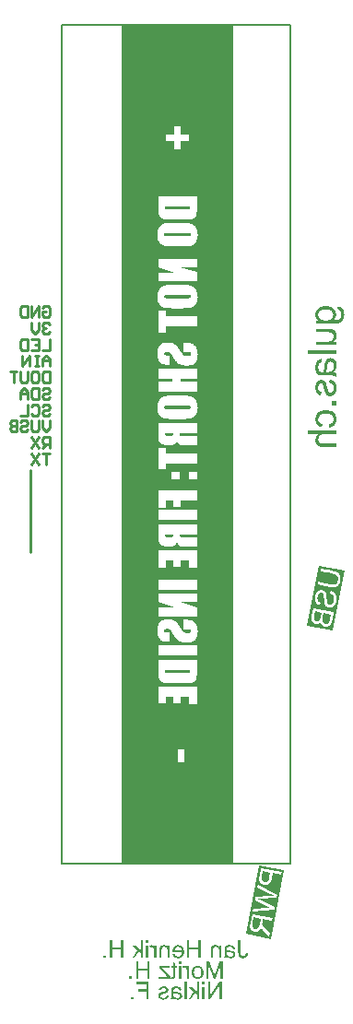
<source format=gbr>
G04 Layer_Color=32896*
%FSLAX25Y25*%
%MOIN*%
%TF.FileFunction,Legend,Bot*%
%TF.Part,Single*%
G01*
G75*
%TA.AperFunction,NonConductor*%
%ADD137C,0.00984*%
%ADD138C,0.00787*%
%ADD139C,0.01000*%
G36*
X14364Y141270D02*
X14529Y141246D01*
X14679Y141212D01*
X14820Y141164D01*
X14946Y141105D01*
X15067Y141042D01*
X15174Y140974D01*
X15271Y140906D01*
X15358Y140834D01*
X15431Y140766D01*
X15494Y140703D01*
X15547Y140645D01*
X15586Y140596D01*
X15615Y140562D01*
X15634Y140538D01*
X15639Y140528D01*
Y141178D01*
X16338D01*
Y136614D01*
X15562D01*
Y139102D01*
X15557Y139262D01*
X15547Y139408D01*
X15528Y139539D01*
X15508Y139660D01*
X15479Y139767D01*
X15450Y139864D01*
X15416Y139951D01*
X15382Y140029D01*
X15353Y140092D01*
X15319Y140150D01*
X15290Y140193D01*
X15261Y140232D01*
X15242Y140261D01*
X15222Y140281D01*
X15212Y140290D01*
X15208Y140295D01*
X15140Y140349D01*
X15067Y140397D01*
X14994Y140441D01*
X14921Y140480D01*
X14853Y140509D01*
X14781Y140533D01*
X14650Y140572D01*
X14587Y140586D01*
X14533Y140596D01*
X14485Y140601D01*
X14441Y140606D01*
X14407Y140611D01*
X14359D01*
X14247Y140606D01*
X14145Y140591D01*
X14053Y140567D01*
X13971Y140543D01*
X13908Y140514D01*
X13859Y140494D01*
X13845Y140484D01*
X13830Y140475D01*
X13825Y140470D01*
X13820D01*
X13743Y140412D01*
X13675Y140354D01*
X13617Y140290D01*
X13573Y140227D01*
X13539Y140174D01*
X13520Y140130D01*
X13505Y140101D01*
X13500Y140096D01*
Y140092D01*
X13486Y140043D01*
X13471Y139995D01*
X13447Y139883D01*
X13432Y139767D01*
X13418Y139655D01*
X13413Y139548D01*
Y139505D01*
X13408Y139466D01*
Y139432D01*
Y139408D01*
Y139393D01*
Y139388D01*
Y136614D01*
X12632D01*
Y139418D01*
Y139515D01*
Y139607D01*
X12637Y139689D01*
Y139762D01*
X12642Y139830D01*
X12647Y139893D01*
X12652Y139946D01*
Y139995D01*
X12656Y140038D01*
X12661Y140072D01*
X12666Y140101D01*
X12671Y140126D01*
Y140145D01*
X12676Y140159D01*
Y140169D01*
X12705Y140290D01*
X12744Y140397D01*
X12783Y140494D01*
X12821Y140577D01*
X12860Y140645D01*
X12889Y140693D01*
X12904Y140712D01*
X12909Y140727D01*
X12918Y140732D01*
Y140737D01*
X12991Y140824D01*
X13069Y140902D01*
X13156Y140970D01*
X13243Y141023D01*
X13316Y141071D01*
X13350Y141086D01*
X13379Y141100D01*
X13403Y141115D01*
X13423Y141125D01*
X13432Y141130D01*
X13437D01*
X13568Y141178D01*
X13699Y141217D01*
X13830Y141241D01*
X13947Y141261D01*
X13995Y141265D01*
X14043Y141270D01*
X14087Y141275D01*
X14126Y141280D01*
X14194D01*
X14364Y141270D01*
D02*
G37*
G36*
X-4226D02*
X-4061Y141246D01*
X-3911Y141212D01*
X-3771Y141164D01*
X-3644Y141105D01*
X-3523Y141042D01*
X-3416Y140974D01*
X-3319Y140906D01*
X-3232Y140834D01*
X-3159Y140766D01*
X-3096Y140703D01*
X-3043Y140645D01*
X-3004Y140596D01*
X-2975Y140562D01*
X-2956Y140538D01*
X-2951Y140528D01*
Y141178D01*
X-2252D01*
Y136614D01*
X-3029D01*
Y139102D01*
X-3033Y139262D01*
X-3043Y139408D01*
X-3062Y139539D01*
X-3082Y139660D01*
X-3111Y139767D01*
X-3140Y139864D01*
X-3174Y139951D01*
X-3208Y140029D01*
X-3237Y140092D01*
X-3271Y140150D01*
X-3300Y140193D01*
X-3329Y140232D01*
X-3349Y140261D01*
X-3368Y140281D01*
X-3378Y140290D01*
X-3382Y140295D01*
X-3450Y140349D01*
X-3523Y140397D01*
X-3596Y140441D01*
X-3669Y140480D01*
X-3737Y140509D01*
X-3809Y140533D01*
X-3940Y140572D01*
X-4003Y140586D01*
X-4057Y140596D01*
X-4105Y140601D01*
X-4149Y140606D01*
X-4183Y140611D01*
X-4231D01*
X-4343Y140606D01*
X-4445Y140591D01*
X-4537Y140567D01*
X-4619Y140543D01*
X-4682Y140514D01*
X-4731Y140494D01*
X-4745Y140484D01*
X-4760Y140475D01*
X-4765Y140470D01*
X-4770D01*
X-4847Y140412D01*
X-4915Y140354D01*
X-4973Y140290D01*
X-5017Y140227D01*
X-5051Y140174D01*
X-5070Y140130D01*
X-5085Y140101D01*
X-5090Y140096D01*
Y140092D01*
X-5104Y140043D01*
X-5119Y139995D01*
X-5143Y139883D01*
X-5158Y139767D01*
X-5172Y139655D01*
X-5177Y139548D01*
Y139505D01*
X-5182Y139466D01*
Y139432D01*
Y139408D01*
Y139393D01*
Y139388D01*
Y136614D01*
X-5958D01*
Y139418D01*
Y139515D01*
Y139607D01*
X-5953Y139689D01*
Y139762D01*
X-5948Y139830D01*
X-5943Y139893D01*
X-5939Y139946D01*
Y139995D01*
X-5934Y140038D01*
X-5929Y140072D01*
X-5924Y140101D01*
X-5919Y140126D01*
Y140145D01*
X-5914Y140159D01*
Y140169D01*
X-5885Y140290D01*
X-5846Y140397D01*
X-5807Y140494D01*
X-5769Y140577D01*
X-5730Y140645D01*
X-5701Y140693D01*
X-5686Y140712D01*
X-5681Y140727D01*
X-5672Y140732D01*
Y140737D01*
X-5599Y140824D01*
X-5521Y140902D01*
X-5434Y140970D01*
X-5347Y141023D01*
X-5274Y141071D01*
X-5240Y141086D01*
X-5211Y141100D01*
X-5187Y141115D01*
X-5167Y141125D01*
X-5158Y141130D01*
X-5153D01*
X-5022Y141178D01*
X-4891Y141217D01*
X-4760Y141241D01*
X-4643Y141261D01*
X-4595Y141265D01*
X-4546Y141270D01*
X-4503Y141275D01*
X-4464Y141280D01*
X-4396D01*
X-4226Y141270D01*
D02*
G37*
G36*
X-12030Y136614D02*
X-12806D01*
Y138423D01*
X-13344Y138947D01*
X-14863Y136614D01*
X-15818D01*
X-13892Y139480D01*
X-15643Y141178D01*
X-14639D01*
X-12806Y139321D01*
Y142914D01*
X-12030D01*
Y136614D01*
D02*
G37*
G36*
X949Y141275D02*
X1113Y141251D01*
X1269Y141222D01*
X1414Y141178D01*
X1550Y141130D01*
X1676Y141076D01*
X1792Y141018D01*
X1899Y140960D01*
X1991Y140902D01*
X2074Y140843D01*
X2146Y140790D01*
X2205Y140742D01*
X2248Y140698D01*
X2282Y140669D01*
X2307Y140649D01*
X2311Y140640D01*
X2413Y140514D01*
X2505Y140383D01*
X2588Y140237D01*
X2651Y140092D01*
X2709Y139946D01*
X2758Y139796D01*
X2796Y139650D01*
X2830Y139510D01*
X2855Y139374D01*
X2874Y139253D01*
X2884Y139141D01*
X2893Y139044D01*
X2898Y139000D01*
Y138966D01*
X2903Y138933D01*
Y138903D01*
Y138884D01*
Y138869D01*
Y138860D01*
Y138855D01*
X2898Y138651D01*
X2879Y138462D01*
X2850Y138283D01*
X2811Y138118D01*
X2767Y137962D01*
X2719Y137822D01*
X2665Y137691D01*
X2607Y137575D01*
X2554Y137473D01*
X2501Y137381D01*
X2452Y137303D01*
X2408Y137240D01*
X2370Y137191D01*
X2341Y137157D01*
X2321Y137138D01*
X2316Y137128D01*
X2200Y137022D01*
X2079Y136925D01*
X1953Y136842D01*
X1822Y136774D01*
X1691Y136711D01*
X1555Y136663D01*
X1429Y136624D01*
X1303Y136590D01*
X1186Y136566D01*
X1080Y136546D01*
X978Y136532D01*
X895Y136522D01*
X827Y136517D01*
X774Y136512D01*
X730D01*
X585Y136517D01*
X444Y136527D01*
X313Y136546D01*
X192Y136571D01*
X75Y136600D01*
X-31Y136634D01*
X-133Y136668D01*
X-220Y136706D01*
X-303Y136740D01*
X-371Y136774D01*
X-434Y136808D01*
X-482Y136837D01*
X-521Y136862D01*
X-550Y136881D01*
X-569Y136891D01*
X-574Y136896D01*
X-667Y136973D01*
X-754Y137056D01*
X-831Y137143D01*
X-899Y137230D01*
X-967Y137322D01*
X-1021Y137410D01*
X-1074Y137502D01*
X-1118Y137589D01*
X-1156Y137667D01*
X-1190Y137744D01*
X-1219Y137812D01*
X-1239Y137870D01*
X-1258Y137919D01*
X-1268Y137958D01*
X-1278Y137977D01*
Y137987D01*
X-482Y138089D01*
X-448Y138001D01*
X-410Y137914D01*
X-371Y137836D01*
X-332Y137768D01*
X-293Y137705D01*
X-249Y137642D01*
X-211Y137589D01*
X-177Y137545D01*
X-138Y137502D01*
X-109Y137468D01*
X-80Y137439D01*
X-51Y137414D01*
X-31Y137395D01*
X-17Y137381D01*
X-7Y137376D01*
X-2Y137371D01*
X56Y137332D01*
X114Y137298D01*
X240Y137240D01*
X362Y137201D01*
X473Y137177D01*
X527Y137167D01*
X575Y137157D01*
X619Y137153D01*
X653D01*
X682Y137148D01*
X726D01*
X832Y137153D01*
X929Y137167D01*
X1026Y137187D01*
X1118Y137211D01*
X1201Y137240D01*
X1278Y137274D01*
X1356Y137308D01*
X1419Y137346D01*
X1482Y137385D01*
X1531Y137419D01*
X1579Y137453D01*
X1618Y137482D01*
X1647Y137507D01*
X1666Y137531D01*
X1681Y137540D01*
X1686Y137545D01*
X1754Y137623D01*
X1812Y137710D01*
X1865Y137798D01*
X1914Y137895D01*
X1953Y137992D01*
X1986Y138084D01*
X2015Y138181D01*
X2040Y138273D01*
X2059Y138360D01*
X2074Y138438D01*
X2088Y138511D01*
X2093Y138574D01*
X2103Y138627D01*
Y138666D01*
X2108Y138690D01*
Y138700D01*
X-1302D01*
Y138748D01*
X-1307Y138787D01*
Y138826D01*
Y138855D01*
Y138874D01*
Y138889D01*
Y138899D01*
Y138903D01*
X-1302Y139107D01*
X-1283Y139301D01*
X-1253Y139485D01*
X-1215Y139655D01*
X-1171Y139810D01*
X-1122Y139956D01*
X-1069Y140087D01*
X-1016Y140203D01*
X-962Y140305D01*
X-909Y140397D01*
X-860Y140475D01*
X-817Y140538D01*
X-778Y140591D01*
X-749Y140625D01*
X-729Y140649D01*
X-725Y140654D01*
X-613Y140766D01*
X-492Y140863D01*
X-371Y140945D01*
X-245Y141018D01*
X-118Y141076D01*
X3Y141130D01*
X124Y141168D01*
X240Y141202D01*
X352Y141226D01*
X454Y141246D01*
X541Y141261D01*
X624Y141270D01*
X687Y141275D01*
X735Y141280D01*
X774D01*
X949Y141275D01*
D02*
G37*
G36*
X-8722D02*
X-8625Y141256D01*
X-8543Y141231D01*
X-8470Y141202D01*
X-8407Y141173D01*
X-8359Y141149D01*
X-8330Y141130D01*
X-8325Y141125D01*
X-8320D01*
X-8276Y141091D01*
X-8237Y141052D01*
X-8194Y141008D01*
X-8150Y140960D01*
X-8068Y140853D01*
X-7995Y140746D01*
X-7932Y140645D01*
X-7903Y140596D01*
X-7878Y140557D01*
X-7859Y140528D01*
X-7845Y140499D01*
X-7840Y140484D01*
X-7835Y140480D01*
Y141178D01*
X-7136D01*
Y136614D01*
X-7912D01*
Y139000D01*
X-7917Y139180D01*
X-7932Y139350D01*
X-7951Y139500D01*
X-7966Y139573D01*
X-7975Y139636D01*
X-7985Y139694D01*
X-8000Y139747D01*
X-8009Y139791D01*
X-8019Y139830D01*
X-8029Y139864D01*
X-8034Y139883D01*
X-8038Y139898D01*
Y139902D01*
X-8077Y139999D01*
X-8121Y140082D01*
X-8169Y140155D01*
X-8213Y140218D01*
X-8257Y140261D01*
X-8291Y140295D01*
X-8315Y140320D01*
X-8325Y140324D01*
X-8402Y140378D01*
X-8480Y140417D01*
X-8553Y140441D01*
X-8625Y140460D01*
X-8683Y140470D01*
X-8732Y140480D01*
X-8776D01*
X-8882Y140475D01*
X-8984Y140455D01*
X-9081Y140426D01*
X-9169Y140397D01*
X-9241Y140368D01*
X-9270Y140354D01*
X-9295Y140339D01*
X-9314Y140329D01*
X-9329Y140320D01*
X-9338Y140315D01*
X-9343D01*
X-9615Y141028D01*
X-9537Y141071D01*
X-9464Y141110D01*
X-9392Y141144D01*
X-9319Y141173D01*
X-9183Y141217D01*
X-9067Y141251D01*
X-9013Y141261D01*
X-8965Y141265D01*
X-8921Y141270D01*
X-8887Y141275D01*
X-8858Y141280D01*
X-8819D01*
X-8722Y141275D01*
D02*
G37*
G36*
X23331Y138569D02*
Y138472D01*
X23336Y138380D01*
X23341Y138297D01*
X23346Y138219D01*
X23351Y138147D01*
X23360Y138084D01*
X23365Y138025D01*
X23375Y137972D01*
X23385Y137928D01*
X23390Y137890D01*
X23399Y137856D01*
X23404Y137831D01*
X23409Y137807D01*
X23414Y137793D01*
X23419Y137788D01*
Y137783D01*
X23457Y137696D01*
X23506Y137618D01*
X23554Y137550D01*
X23608Y137492D01*
X23656Y137448D01*
X23695Y137419D01*
X23724Y137395D01*
X23729Y137390D01*
X23734D01*
X23821Y137342D01*
X23913Y137308D01*
X24005Y137284D01*
X24093Y137269D01*
X24166Y137259D01*
X24195Y137254D01*
X24224Y137250D01*
X24277D01*
X24355Y137254D01*
X24427Y137259D01*
X24563Y137288D01*
X24675Y137332D01*
X24728Y137356D01*
X24772Y137381D01*
X24811Y137405D01*
X24849Y137429D01*
X24879Y137453D01*
X24903Y137473D01*
X24922Y137487D01*
X24937Y137502D01*
X24941Y137507D01*
X24946Y137511D01*
X24990Y137565D01*
X25024Y137633D01*
X25058Y137701D01*
X25087Y137778D01*
X25135Y137943D01*
X25170Y138108D01*
X25179Y138186D01*
X25189Y138258D01*
X25199Y138326D01*
X25203Y138384D01*
X25208Y138433D01*
X25213Y138472D01*
Y138491D01*
Y138501D01*
X25965Y138394D01*
Y138224D01*
X25950Y138064D01*
X25931Y137919D01*
X25907Y137778D01*
X25878Y137652D01*
X25839Y137536D01*
X25800Y137434D01*
X25761Y137337D01*
X25722Y137254D01*
X25684Y137182D01*
X25645Y137123D01*
X25611Y137070D01*
X25582Y137031D01*
X25562Y137007D01*
X25548Y136988D01*
X25543Y136983D01*
X25456Y136900D01*
X25363Y136828D01*
X25262Y136765D01*
X25160Y136706D01*
X25053Y136663D01*
X24946Y136624D01*
X24845Y136590D01*
X24743Y136566D01*
X24646Y136546D01*
X24558Y136532D01*
X24476Y136522D01*
X24408Y136517D01*
X24350Y136512D01*
X24306Y136507D01*
X24272D01*
X24170Y136512D01*
X24069Y136517D01*
X23976Y136527D01*
X23884Y136541D01*
X23797Y136561D01*
X23719Y136580D01*
X23642Y136600D01*
X23574Y136619D01*
X23516Y136638D01*
X23457Y136658D01*
X23409Y136677D01*
X23370Y136697D01*
X23341Y136711D01*
X23317Y136721D01*
X23302Y136731D01*
X23297D01*
X23220Y136774D01*
X23152Y136823D01*
X23084Y136876D01*
X23026Y136929D01*
X22972Y136983D01*
X22924Y137041D01*
X22875Y137094D01*
X22837Y137148D01*
X22803Y137196D01*
X22774Y137240D01*
X22749Y137284D01*
X22725Y137317D01*
X22711Y137351D01*
X22701Y137371D01*
X22691Y137385D01*
Y137390D01*
X22657Y137478D01*
X22628Y137570D01*
X22599Y137667D01*
X22580Y137768D01*
X22546Y137972D01*
X22531Y138069D01*
X22521Y138166D01*
X22512Y138258D01*
X22507Y138346D01*
X22502Y138418D01*
Y138486D01*
X22497Y138540D01*
Y138583D01*
Y138608D01*
Y138617D01*
Y142914D01*
X23331D01*
Y138569D01*
D02*
G37*
G36*
X1841Y134546D02*
X1065D01*
Y135434D01*
X1841D01*
Y134546D01*
D02*
G37*
G36*
X-10080Y136614D02*
X-10856D01*
Y141178D01*
X-10080D01*
Y136614D01*
D02*
G37*
G36*
X-25455D02*
X-26338D01*
Y137497D01*
X-25455D01*
Y136614D01*
D02*
G37*
G36*
X-9931Y121653D02*
X-10765D01*
Y124515D01*
X-13724D01*
Y125257D01*
X-10765D01*
Y127212D01*
X-14185D01*
Y127954D01*
X-9931D01*
Y121653D01*
D02*
G37*
G36*
X-15387D02*
X-16270D01*
Y122536D01*
X-15387D01*
Y121653D01*
D02*
G37*
G36*
X10260D02*
X9483D01*
Y126217D01*
X10260D01*
Y121653D01*
D02*
G37*
G36*
X3925D02*
X3149D01*
Y127954D01*
X3925D01*
Y121653D01*
D02*
G37*
G36*
X-4315Y126314D02*
X-4189Y126305D01*
X-4077Y126290D01*
X-3975Y126271D01*
X-3932Y126261D01*
X-3893Y126251D01*
X-3854Y126247D01*
X-3825Y126237D01*
X-3805Y126232D01*
X-3786Y126227D01*
X-3776Y126222D01*
X-3771D01*
X-3660Y126188D01*
X-3563Y126149D01*
X-3480Y126111D01*
X-3413Y126077D01*
X-3354Y126048D01*
X-3316Y126023D01*
X-3291Y126004D01*
X-3282Y125999D01*
X-3194Y125931D01*
X-3122Y125858D01*
X-3054Y125786D01*
X-3000Y125718D01*
X-2957Y125660D01*
X-2923Y125611D01*
X-2913Y125592D01*
X-2903Y125577D01*
X-2898Y125572D01*
Y125567D01*
X-2855Y125470D01*
X-2821Y125369D01*
X-2797Y125277D01*
X-2782Y125189D01*
X-2772Y125112D01*
X-2768Y125083D01*
X-2763Y125058D01*
Y125034D01*
Y125019D01*
Y125010D01*
Y125005D01*
X-2772Y124879D01*
X-2792Y124767D01*
X-2816Y124661D01*
X-2850Y124568D01*
X-2879Y124496D01*
X-2894Y124462D01*
X-2908Y124437D01*
X-2918Y124418D01*
X-2928Y124404D01*
X-2932Y124394D01*
Y124389D01*
X-3000Y124292D01*
X-3083Y124205D01*
X-3165Y124132D01*
X-3243Y124069D01*
X-3316Y124020D01*
X-3374Y123986D01*
X-3398Y123972D01*
X-3413Y123967D01*
X-3422Y123957D01*
X-3427D01*
X-3495Y123928D01*
X-3573Y123899D01*
X-3660Y123865D01*
X-3752Y123836D01*
X-3946Y123773D01*
X-4145Y123715D01*
X-4237Y123686D01*
X-4324Y123661D01*
X-4402Y123637D01*
X-4470Y123623D01*
X-4528Y123603D01*
X-4572Y123593D01*
X-4601Y123589D01*
X-4611Y123584D01*
X-4722Y123555D01*
X-4829Y123530D01*
X-4921Y123501D01*
X-5003Y123477D01*
X-5076Y123453D01*
X-5139Y123433D01*
X-5197Y123414D01*
X-5246Y123395D01*
X-5290Y123380D01*
X-5324Y123366D01*
X-5348Y123351D01*
X-5372Y123341D01*
X-5387Y123332D01*
X-5396Y123327D01*
X-5406Y123322D01*
X-5445Y123293D01*
X-5484Y123259D01*
X-5537Y123196D01*
X-5581Y123128D01*
X-5605Y123060D01*
X-5624Y123002D01*
X-5629Y122953D01*
X-5634Y122934D01*
Y122919D01*
Y122915D01*
Y122910D01*
X-5629Y122856D01*
X-5624Y122803D01*
X-5595Y122706D01*
X-5551Y122619D01*
X-5503Y122546D01*
X-5455Y122483D01*
X-5411Y122439D01*
X-5382Y122410D01*
X-5377Y122405D01*
X-5372Y122400D01*
X-5319Y122362D01*
X-5265Y122333D01*
X-5139Y122279D01*
X-5008Y122240D01*
X-4882Y122216D01*
X-4819Y122206D01*
X-4766Y122197D01*
X-4712Y122192D01*
X-4669D01*
X-4635Y122187D01*
X-4581D01*
X-4484Y122192D01*
X-4392Y122197D01*
X-4310Y122211D01*
X-4227Y122226D01*
X-4155Y122245D01*
X-4087Y122265D01*
X-4029Y122284D01*
X-3970Y122308D01*
X-3922Y122333D01*
X-3878Y122352D01*
X-3844Y122371D01*
X-3810Y122391D01*
X-3786Y122405D01*
X-3771Y122420D01*
X-3762Y122425D01*
X-3757Y122430D01*
X-3704Y122478D01*
X-3655Y122531D01*
X-3616Y122585D01*
X-3577Y122643D01*
X-3514Y122764D01*
X-3466Y122876D01*
X-3447Y122929D01*
X-3432Y122978D01*
X-3422Y123021D01*
X-3413Y123060D01*
X-3408Y123094D01*
X-3403Y123118D01*
X-3398Y123133D01*
Y123138D01*
X-2632Y123016D01*
X-2661Y122885D01*
X-2695Y122759D01*
X-2734Y122643D01*
X-2777Y122536D01*
X-2826Y122439D01*
X-2874Y122352D01*
X-2923Y122269D01*
X-2976Y122197D01*
X-3025Y122134D01*
X-3068Y122075D01*
X-3112Y122027D01*
X-3151Y121988D01*
X-3180Y121959D01*
X-3204Y121940D01*
X-3219Y121925D01*
X-3224Y121920D01*
X-3316Y121857D01*
X-3418Y121799D01*
X-3524Y121750D01*
X-3636Y121707D01*
X-3747Y121673D01*
X-3864Y121644D01*
X-3975Y121620D01*
X-4082Y121600D01*
X-4184Y121581D01*
X-4281Y121571D01*
X-4363Y121561D01*
X-4441Y121556D01*
X-4499D01*
X-4547Y121552D01*
X-4586D01*
X-4780Y121561D01*
X-4965Y121581D01*
X-5047Y121595D01*
X-5125Y121610D01*
X-5202Y121624D01*
X-5270Y121644D01*
X-5328Y121663D01*
X-5387Y121678D01*
X-5430Y121692D01*
X-5474Y121707D01*
X-5503Y121721D01*
X-5527Y121726D01*
X-5542Y121736D01*
X-5547D01*
X-5697Y121814D01*
X-5828Y121901D01*
X-5886Y121944D01*
X-5940Y121988D01*
X-5988Y122032D01*
X-6036Y122071D01*
X-6075Y122109D01*
X-6109Y122148D01*
X-6134Y122182D01*
X-6158Y122206D01*
X-6177Y122231D01*
X-6192Y122250D01*
X-6196Y122260D01*
X-6201Y122265D01*
X-6240Y122328D01*
X-6279Y122396D01*
X-6332Y122522D01*
X-6376Y122643D01*
X-6400Y122755D01*
X-6410Y122808D01*
X-6420Y122852D01*
X-6425Y122890D01*
Y122924D01*
X-6429Y122953D01*
Y122973D01*
Y122987D01*
Y122992D01*
X-6420Y123133D01*
X-6400Y123264D01*
X-6371Y123375D01*
X-6337Y123472D01*
X-6318Y123511D01*
X-6298Y123550D01*
X-6284Y123579D01*
X-6269Y123603D01*
X-6260Y123627D01*
X-6250Y123642D01*
X-6240Y123647D01*
Y123652D01*
X-6167Y123744D01*
X-6085Y123826D01*
X-5998Y123899D01*
X-5915Y123957D01*
X-5843Y124001D01*
X-5813Y124020D01*
X-5784Y124035D01*
X-5760Y124045D01*
X-5745Y124054D01*
X-5736Y124059D01*
X-5731D01*
X-5668Y124088D01*
X-5590Y124117D01*
X-5508Y124146D01*
X-5416Y124176D01*
X-5226Y124234D01*
X-5037Y124292D01*
X-4950Y124316D01*
X-4863Y124340D01*
X-4785Y124365D01*
X-4722Y124384D01*
X-4664Y124399D01*
X-4620Y124408D01*
X-4596Y124418D01*
X-4586D01*
X-4484Y124447D01*
X-4392Y124471D01*
X-4310Y124496D01*
X-4237Y124515D01*
X-4174Y124534D01*
X-4116Y124549D01*
X-4067Y124564D01*
X-4029Y124578D01*
X-3995Y124588D01*
X-3965Y124593D01*
X-3941Y124602D01*
X-3927Y124607D01*
X-3903Y124617D01*
X-3898D01*
X-3830Y124651D01*
X-3767Y124685D01*
X-3718Y124719D01*
X-3675Y124748D01*
X-3645Y124777D01*
X-3621Y124801D01*
X-3607Y124816D01*
X-3602Y124821D01*
X-3573Y124869D01*
X-3548Y124913D01*
X-3534Y124961D01*
X-3519Y125000D01*
X-3514Y125039D01*
X-3510Y125068D01*
Y125087D01*
Y125092D01*
X-3514Y125136D01*
X-3519Y125180D01*
X-3544Y125257D01*
X-3582Y125325D01*
X-3626Y125388D01*
X-3665Y125436D01*
X-3704Y125475D01*
X-3728Y125495D01*
X-3738Y125504D01*
X-3786Y125538D01*
X-3835Y125563D01*
X-3951Y125606D01*
X-4077Y125640D01*
X-4203Y125660D01*
X-4261Y125669D01*
X-4320Y125674D01*
X-4368Y125679D01*
X-4412D01*
X-4451Y125684D01*
X-4581D01*
X-4659Y125674D01*
X-4732Y125664D01*
X-4800Y125655D01*
X-4863Y125640D01*
X-4921Y125621D01*
X-4974Y125601D01*
X-5023Y125587D01*
X-5062Y125567D01*
X-5100Y125548D01*
X-5130Y125533D01*
X-5159Y125514D01*
X-5178Y125504D01*
X-5193Y125495D01*
X-5197Y125485D01*
X-5202D01*
X-5285Y125403D01*
X-5353Y125315D01*
X-5406Y125223D01*
X-5445Y125136D01*
X-5474Y125058D01*
X-5484Y125024D01*
X-5493Y124995D01*
X-5498Y124971D01*
Y124952D01*
X-5503Y124942D01*
Y124937D01*
X-6260Y125039D01*
X-6226Y125194D01*
X-6187Y125335D01*
X-6163Y125398D01*
X-6138Y125456D01*
X-6119Y125509D01*
X-6095Y125558D01*
X-6075Y125597D01*
X-6056Y125635D01*
X-6036Y125669D01*
X-6022Y125694D01*
X-6007Y125713D01*
X-5998Y125732D01*
X-5988Y125737D01*
Y125742D01*
X-5949Y125791D01*
X-5906Y125839D01*
X-5813Y125921D01*
X-5711Y125994D01*
X-5615Y126052D01*
X-5527Y126101D01*
X-5488Y126120D01*
X-5455Y126135D01*
X-5425Y126149D01*
X-5406Y126159D01*
X-5391Y126164D01*
X-5387D01*
X-5231Y126217D01*
X-5071Y126256D01*
X-4911Y126280D01*
X-4766Y126300D01*
X-4698Y126305D01*
X-4640Y126310D01*
X-4581Y126314D01*
X-4538Y126319D01*
X-4446D01*
X-4315Y126314D01*
D02*
G37*
G36*
X-19004Y136614D02*
X-19839D01*
Y139582D01*
X-23112D01*
Y136614D01*
X-23946D01*
Y142914D01*
X-23112D01*
Y140324D01*
X-19839D01*
Y142914D01*
X-19004D01*
Y136614D01*
D02*
G37*
G36*
X19519Y141275D02*
X19621Y141265D01*
X19718Y141256D01*
X19810Y141241D01*
X19893Y141226D01*
X19975Y141212D01*
X20048Y141197D01*
X20111Y141183D01*
X20169Y141168D01*
X20222Y141154D01*
X20266Y141139D01*
X20300Y141130D01*
X20324Y141120D01*
X20339Y141115D01*
X20344D01*
X20426Y141086D01*
X20499Y141047D01*
X20572Y141013D01*
X20640Y140974D01*
X20698Y140936D01*
X20756Y140897D01*
X20809Y140863D01*
X20853Y140824D01*
X20892Y140790D01*
X20931Y140756D01*
X20960Y140727D01*
X20984Y140703D01*
X21003Y140683D01*
X21018Y140669D01*
X21023Y140659D01*
X21027Y140654D01*
X21110Y140538D01*
X21178Y140407D01*
X21236Y140276D01*
X21280Y140155D01*
X21299Y140096D01*
X21318Y140043D01*
X21333Y139995D01*
X21343Y139956D01*
X21352Y139922D01*
X21357Y139893D01*
X21362Y139878D01*
Y139873D01*
X20606Y139771D01*
X20581Y139859D01*
X20552Y139941D01*
X20523Y140014D01*
X20494Y140082D01*
X20465Y140145D01*
X20431Y140198D01*
X20402Y140247D01*
X20373Y140290D01*
X20344Y140329D01*
X20315Y140358D01*
X20290Y140387D01*
X20271Y140407D01*
X20252Y140426D01*
X20237Y140436D01*
X20232Y140446D01*
X20227D01*
X20174Y140480D01*
X20116Y140509D01*
X19990Y140557D01*
X19854Y140591D01*
X19723Y140615D01*
X19660Y140625D01*
X19606Y140630D01*
X19553Y140635D01*
X19505D01*
X19471Y140640D01*
X19417D01*
X19311Y140635D01*
X19214Y140630D01*
X19121Y140615D01*
X19034Y140596D01*
X18957Y140577D01*
X18884Y140557D01*
X18821Y140533D01*
X18758Y140509D01*
X18709Y140480D01*
X18666Y140455D01*
X18627Y140436D01*
X18593Y140417D01*
X18569Y140397D01*
X18554Y140383D01*
X18544Y140378D01*
X18540Y140373D01*
X18501Y140334D01*
X18467Y140290D01*
X18408Y140189D01*
X18370Y140082D01*
X18346Y139970D01*
X18326Y139868D01*
X18321Y139825D01*
Y139786D01*
X18316Y139752D01*
Y139728D01*
Y139713D01*
Y139708D01*
Y139689D01*
Y139660D01*
Y139592D01*
X18321Y139563D01*
Y139534D01*
Y139515D01*
Y139510D01*
X18408Y139480D01*
X18510Y139451D01*
X18612Y139427D01*
X18724Y139403D01*
X18957Y139359D01*
X19068Y139335D01*
X19180Y139321D01*
X19286Y139301D01*
X19383Y139286D01*
X19471Y139272D01*
X19548Y139262D01*
X19616Y139253D01*
X19660Y139248D01*
X19679D01*
X19694Y139243D01*
X19703D01*
X19786Y139233D01*
X19864Y139224D01*
X19936Y139209D01*
X20004Y139199D01*
X20062Y139190D01*
X20121Y139180D01*
X20169Y139170D01*
X20218Y139165D01*
X20256Y139156D01*
X20290Y139146D01*
X20320Y139141D01*
X20344Y139136D01*
X20363Y139131D01*
X20378D01*
X20382Y139127D01*
X20387D01*
X20499Y139093D01*
X20606Y139049D01*
X20698Y139005D01*
X20780Y138966D01*
X20848Y138928D01*
X20901Y138899D01*
X20921Y138884D01*
X20935Y138879D01*
X20940Y138869D01*
X20945D01*
X21032Y138802D01*
X21110Y138729D01*
X21178Y138656D01*
X21236Y138588D01*
X21280Y138525D01*
X21314Y138472D01*
X21328Y138457D01*
X21338Y138443D01*
X21343Y138433D01*
Y138428D01*
X21391Y138321D01*
X21430Y138215D01*
X21454Y138113D01*
X21474Y138021D01*
X21483Y137938D01*
X21488Y137904D01*
Y137875D01*
X21493Y137851D01*
Y137831D01*
Y137822D01*
Y137817D01*
X21488Y137710D01*
X21474Y137613D01*
X21454Y137516D01*
X21430Y137429D01*
X21401Y137346D01*
X21367Y137269D01*
X21328Y137196D01*
X21289Y137133D01*
X21256Y137075D01*
X21217Y137022D01*
X21183Y136978D01*
X21154Y136944D01*
X21129Y136915D01*
X21110Y136896D01*
X21095Y136881D01*
X21091Y136876D01*
X21013Y136813D01*
X20926Y136755D01*
X20833Y136706D01*
X20741Y136668D01*
X20644Y136629D01*
X20547Y136600D01*
X20455Y136575D01*
X20363Y136556D01*
X20276Y136541D01*
X20193Y136532D01*
X20121Y136522D01*
X20058Y136517D01*
X20009D01*
X19970Y136512D01*
X19936D01*
X19767Y136517D01*
X19611Y136537D01*
X19466Y136561D01*
X19403Y136571D01*
X19340Y136585D01*
X19286Y136600D01*
X19238Y136614D01*
X19194Y136624D01*
X19155Y136634D01*
X19126Y136643D01*
X19107Y136653D01*
X19092Y136658D01*
X19087D01*
X19015Y136687D01*
X18937Y136726D01*
X18792Y136803D01*
X18651Y136891D01*
X18525Y136973D01*
X18467Y137017D01*
X18413Y137051D01*
X18370Y137085D01*
X18331Y137119D01*
X18302Y137143D01*
X18278Y137162D01*
X18263Y137172D01*
X18258Y137177D01*
X18244Y137060D01*
X18219Y136954D01*
X18195Y136857D01*
X18166Y136774D01*
X18142Y136706D01*
X18122Y136658D01*
X18113Y136638D01*
X18108Y136624D01*
X18103Y136619D01*
Y136614D01*
X17293D01*
X17346Y136711D01*
X17385Y136808D01*
X17424Y136905D01*
X17448Y136988D01*
X17468Y137060D01*
X17477Y137090D01*
X17482Y137114D01*
X17487Y137133D01*
Y137148D01*
X17492Y137157D01*
Y137162D01*
X17502Y137225D01*
X17506Y137303D01*
X17516Y137395D01*
X17521Y137497D01*
X17526Y137604D01*
X17531Y137720D01*
X17536Y137953D01*
Y138064D01*
Y138171D01*
X17540Y138268D01*
Y138350D01*
Y138423D01*
Y138452D01*
Y138477D01*
Y138496D01*
Y138515D01*
Y138520D01*
Y138525D01*
Y139553D01*
Y139645D01*
Y139733D01*
X17545Y139810D01*
Y139883D01*
X17550Y139946D01*
Y140004D01*
X17555Y140058D01*
X17560Y140101D01*
X17565Y140140D01*
Y140174D01*
X17570Y140203D01*
X17574Y140227D01*
Y140247D01*
X17579Y140257D01*
Y140266D01*
X17608Y140383D01*
X17647Y140484D01*
X17686Y140577D01*
X17730Y140649D01*
X17763Y140712D01*
X17793Y140756D01*
X17812Y140785D01*
X17822Y140795D01*
X17895Y140868D01*
X17977Y140936D01*
X18064Y140994D01*
X18156Y141047D01*
X18234Y141086D01*
X18268Y141100D01*
X18302Y141115D01*
X18326Y141125D01*
X18346Y141134D01*
X18355Y141139D01*
X18360D01*
X18433Y141164D01*
X18506Y141188D01*
X18661Y141222D01*
X18821Y141246D01*
X18971Y141261D01*
X19039Y141270D01*
X19102Y141275D01*
X19160D01*
X19209Y141280D01*
X19306D01*
X19519Y141275D01*
D02*
G37*
G36*
X-10080Y142027D02*
X-10856D01*
Y142914D01*
X-10080D01*
Y142027D01*
D02*
G37*
G36*
X8873Y136614D02*
X8039D01*
Y139582D01*
X4766D01*
Y136614D01*
X3931D01*
Y142914D01*
X4766D01*
Y140324D01*
X8039D01*
Y142914D01*
X8873D01*
Y136614D01*
D02*
G37*
G36*
X56120Y353584D02*
X56275Y353561D01*
X56431Y353530D01*
X56570Y353491D01*
X56702Y353445D01*
X56826Y353390D01*
X56943Y353328D01*
X57044Y353266D01*
X57137Y353212D01*
X57222Y353150D01*
X57292Y353095D01*
X57346Y353049D01*
X57393Y353010D01*
X57424Y352979D01*
X57447Y352956D01*
X57455Y352948D01*
X57556Y352824D01*
X57649Y352684D01*
X57727Y352537D01*
X57789Y352389D01*
X57851Y352234D01*
X57897Y352079D01*
X57936Y351931D01*
X57967Y351784D01*
X57990Y351644D01*
X58006Y351512D01*
X58021Y351396D01*
X58029Y351295D01*
Y351217D01*
X58037Y351155D01*
Y351116D01*
Y351101D01*
X58029Y350829D01*
X57998Y350581D01*
X57959Y350348D01*
X57944Y350247D01*
X57921Y350147D01*
X57897Y350061D01*
X57874Y349984D01*
X57859Y349914D01*
X57843Y349852D01*
X57828Y349805D01*
X57812Y349774D01*
X57804Y349751D01*
Y349743D01*
X57758Y349626D01*
X57696Y349502D01*
X57571Y349270D01*
X57432Y349044D01*
X57300Y348843D01*
X57230Y348750D01*
X57176Y348664D01*
X57121Y348594D01*
X57067Y348532D01*
X57028Y348486D01*
X56997Y348447D01*
X56982Y348424D01*
X56974Y348416D01*
X57160Y348393D01*
X57331Y348354D01*
X57486Y348315D01*
X57618Y348269D01*
X57727Y348230D01*
X57804Y348199D01*
X57835Y348183D01*
X57859Y348175D01*
X57866Y348168D01*
X57874D01*
Y346872D01*
X57719Y346957D01*
X57564Y347019D01*
X57408Y347081D01*
X57276Y347120D01*
X57160Y347151D01*
X57113Y347167D01*
X57075Y347174D01*
X57044Y347182D01*
X57020D01*
X57005Y347190D01*
X56997D01*
X56896Y347205D01*
X56772Y347213D01*
X56625Y347229D01*
X56462Y347236D01*
X56291Y347244D01*
X56105Y347252D01*
X55732Y347260D01*
X55383D01*
X55228Y347268D01*
X52884D01*
X52760Y347275D01*
X52644D01*
X52543Y347283D01*
X52450D01*
X52364Y347291D01*
X52295Y347299D01*
X52232Y347306D01*
X52178D01*
X52132Y347314D01*
X52093Y347322D01*
X52062D01*
X52046Y347330D01*
X52031D01*
X51845Y347376D01*
X51682Y347438D01*
X51534Y347500D01*
X51418Y347570D01*
X51317Y347624D01*
X51247Y347671D01*
X51200Y347702D01*
X51185Y347718D01*
X51069Y347834D01*
X50960Y347966D01*
X50867Y348106D01*
X50781Y348253D01*
X50719Y348377D01*
X50696Y348431D01*
X50673Y348486D01*
X50657Y348525D01*
X50642Y348556D01*
X50634Y348571D01*
Y348579D01*
X50595Y348695D01*
X50556Y348812D01*
X50502Y349060D01*
X50463Y349316D01*
X50440Y349557D01*
X50424Y349665D01*
X50417Y349766D01*
Y349859D01*
X50409Y349937D01*
Y349999D01*
Y350053D01*
Y350084D01*
Y350092D01*
X50417Y350434D01*
X50432Y350596D01*
X50448Y350752D01*
X50471Y350899D01*
X50494Y351031D01*
X50517Y351163D01*
X50541Y351279D01*
X50564Y351380D01*
X50587Y351473D01*
X50611Y351559D01*
X50634Y351629D01*
X50649Y351683D01*
X50665Y351722D01*
X50673Y351745D01*
Y351753D01*
X50719Y351885D01*
X50781Y352001D01*
X50836Y352117D01*
X50898Y352226D01*
X50960Y352319D01*
X51022Y352412D01*
X51076Y352498D01*
X51138Y352568D01*
X51193Y352630D01*
X51247Y352692D01*
X51293Y352738D01*
X51332Y352777D01*
X51363Y352808D01*
X51387Y352831D01*
X51402Y352839D01*
X51410Y352847D01*
X51596Y352979D01*
X51806Y353087D01*
X52015Y353181D01*
X52209Y353251D01*
X52302Y353281D01*
X52388Y353312D01*
X52465Y353336D01*
X52527Y353351D01*
X52582Y353367D01*
X52628Y353375D01*
X52652Y353382D01*
X52659D01*
X52822Y352172D01*
X52683Y352133D01*
X52551Y352086D01*
X52434Y352040D01*
X52326Y351993D01*
X52225Y351947D01*
X52139Y351892D01*
X52062Y351846D01*
X51992Y351799D01*
X51930Y351753D01*
X51883Y351706D01*
X51837Y351667D01*
X51806Y351636D01*
X51775Y351605D01*
X51759Y351582D01*
X51744Y351574D01*
Y351567D01*
X51689Y351481D01*
X51643Y351388D01*
X51565Y351186D01*
X51511Y350969D01*
X51472Y350760D01*
X51456Y350659D01*
X51449Y350573D01*
X51441Y350488D01*
Y350410D01*
X51433Y350356D01*
Y350309D01*
Y350278D01*
Y350271D01*
X51441Y350100D01*
X51449Y349945D01*
X51472Y349797D01*
X51503Y349658D01*
X51534Y349533D01*
X51565Y349417D01*
X51604Y349316D01*
X51643Y349215D01*
X51689Y349138D01*
X51728Y349068D01*
X51759Y349006D01*
X51790Y348951D01*
X51821Y348913D01*
X51845Y348889D01*
X51852Y348874D01*
X51860Y348866D01*
X51922Y348804D01*
X51992Y348750D01*
X52155Y348657D01*
X52326Y348594D01*
X52504Y348556D01*
X52667Y348525D01*
X52737Y348517D01*
X52799D01*
X52853Y348509D01*
X53109D01*
X53156Y348517D01*
X53241D01*
X53288Y348657D01*
X53334Y348819D01*
X53373Y348983D01*
X53412Y349161D01*
X53482Y349533D01*
X53521Y349712D01*
X53544Y349890D01*
X53575Y350061D01*
X53598Y350216D01*
X53622Y350356D01*
X53637Y350480D01*
X53653Y350589D01*
X53660Y350659D01*
Y350690D01*
X53668Y350713D01*
Y350721D01*
Y350729D01*
X53684Y350860D01*
X53699Y350985D01*
X53722Y351101D01*
X53738Y351210D01*
X53754Y351303D01*
X53769Y351396D01*
X53785Y351473D01*
X53792Y351551D01*
X53808Y351613D01*
X53823Y351667D01*
X53831Y351714D01*
X53839Y351753D01*
X53847Y351784D01*
Y351807D01*
X53854Y351815D01*
Y351823D01*
X53909Y352001D01*
X53979Y352172D01*
X54048Y352319D01*
X54110Y352451D01*
X54172Y352560D01*
X54219Y352645D01*
X54242Y352676D01*
X54250Y352699D01*
X54266Y352707D01*
Y352715D01*
X54374Y352855D01*
X54491Y352979D01*
X54607Y353087D01*
X54716Y353181D01*
X54817Y353251D01*
X54902Y353305D01*
X54925Y353328D01*
X54949Y353344D01*
X54964Y353351D01*
X54972D01*
X55142Y353429D01*
X55313Y353491D01*
X55476Y353530D01*
X55624Y353561D01*
X55756Y353576D01*
X55810Y353584D01*
X55856D01*
X55895Y353592D01*
X55949D01*
X56120Y353584D01*
D02*
G37*
G36*
X55903Y345793D02*
X56105Y345739D01*
X56291Y345677D01*
X56462Y345607D01*
X56617Y345529D01*
X56757Y345452D01*
X56889Y345374D01*
X57005Y345289D01*
X57106Y345211D01*
X57199Y345141D01*
X57276Y345071D01*
X57339Y345009D01*
X57385Y344963D01*
X57416Y344924D01*
X57440Y344901D01*
X57447Y344893D01*
X57548Y344745D01*
X57641Y344583D01*
X57719Y344412D01*
X57789Y344233D01*
X57843Y344055D01*
X57889Y343869D01*
X57928Y343690D01*
X57959Y343519D01*
X57990Y343356D01*
X58006Y343201D01*
X58021Y343069D01*
X58029Y342945D01*
Y342852D01*
X58037Y342775D01*
Y342728D01*
Y342712D01*
X58021Y342402D01*
X57990Y342107D01*
X57967Y341975D01*
X57944Y341851D01*
X57921Y341727D01*
X57889Y341618D01*
X57859Y341525D01*
X57835Y341432D01*
X57812Y341362D01*
X57789Y341292D01*
X57765Y341246D01*
X57758Y341207D01*
X57742Y341184D01*
Y341176D01*
X57618Y340935D01*
X57478Y340726D01*
X57408Y340633D01*
X57339Y340547D01*
X57269Y340470D01*
X57207Y340392D01*
X57145Y340330D01*
X57082Y340276D01*
X57028Y340237D01*
X56989Y340198D01*
X56951Y340167D01*
X56919Y340144D01*
X56904Y340136D01*
X56896Y340128D01*
X56795Y340066D01*
X56687Y340004D01*
X56485Y339919D01*
X56291Y339849D01*
X56112Y339810D01*
X56027Y339795D01*
X55957Y339779D01*
X55895Y339771D01*
X55841D01*
X55794Y339764D01*
X55732D01*
X55507Y339779D01*
X55298Y339810D01*
X55119Y339857D01*
X54964Y339911D01*
X54902Y339942D01*
X54840Y339973D01*
X54793Y339996D01*
X54755Y340020D01*
X54716Y340035D01*
X54692Y340051D01*
X54685Y340066D01*
X54677D01*
X54530Y340183D01*
X54397Y340315D01*
X54281Y340454D01*
X54188Y340586D01*
X54118Y340703D01*
X54087Y340749D01*
X54064Y340796D01*
X54048Y340834D01*
X54033Y340858D01*
X54025Y340873D01*
Y340881D01*
X53979Y340982D01*
X53932Y341106D01*
X53885Y341238D01*
X53839Y341385D01*
X53746Y341688D01*
X53653Y341991D01*
X53614Y342130D01*
X53575Y342270D01*
X53536Y342394D01*
X53505Y342495D01*
X53482Y342588D01*
X53466Y342658D01*
X53451Y342697D01*
Y342712D01*
X53404Y342875D01*
X53365Y343023D01*
X53327Y343155D01*
X53296Y343271D01*
X53265Y343372D01*
X53241Y343465D01*
X53218Y343543D01*
X53195Y343605D01*
X53179Y343659D01*
X53171Y343706D01*
X53156Y343744D01*
X53148Y343768D01*
X53133Y343807D01*
Y343814D01*
X53078Y343923D01*
X53024Y344024D01*
X52970Y344101D01*
X52923Y344171D01*
X52877Y344218D01*
X52838Y344257D01*
X52815Y344280D01*
X52807Y344288D01*
X52729Y344334D01*
X52659Y344373D01*
X52582Y344396D01*
X52520Y344420D01*
X52457Y344427D01*
X52411Y344435D01*
X52372D01*
X52302Y344427D01*
X52232Y344420D01*
X52108Y344381D01*
X52000Y344319D01*
X51899Y344249D01*
X51821Y344187D01*
X51759Y344125D01*
X51728Y344086D01*
X51713Y344070D01*
X51658Y343993D01*
X51619Y343915D01*
X51550Y343729D01*
X51495Y343527D01*
X51464Y343325D01*
X51449Y343232D01*
X51441Y343139D01*
X51433Y343062D01*
Y342992D01*
X51425Y342930D01*
Y342891D01*
Y342860D01*
Y342852D01*
Y342720D01*
X51441Y342596D01*
X51456Y342480D01*
X51472Y342371D01*
X51495Y342270D01*
X51526Y342177D01*
X51557Y342092D01*
X51581Y342014D01*
X51612Y341952D01*
X51643Y341890D01*
X51666Y341843D01*
X51697Y341797D01*
X51713Y341766D01*
X51728Y341742D01*
X51744Y341735D01*
Y341727D01*
X51876Y341595D01*
X52015Y341486D01*
X52163Y341401D01*
X52302Y341339D01*
X52426Y341292D01*
X52481Y341277D01*
X52527Y341261D01*
X52566Y341253D01*
X52597D01*
X52613Y341246D01*
X52621D01*
X52457Y340035D01*
X52209Y340090D01*
X51984Y340152D01*
X51883Y340190D01*
X51790Y340229D01*
X51705Y340260D01*
X51627Y340299D01*
X51565Y340330D01*
X51503Y340361D01*
X51449Y340392D01*
X51410Y340415D01*
X51379Y340439D01*
X51348Y340454D01*
X51340Y340470D01*
X51332D01*
X51255Y340532D01*
X51177Y340602D01*
X51045Y340749D01*
X50929Y340912D01*
X50836Y341067D01*
X50758Y341207D01*
X50727Y341269D01*
X50704Y341323D01*
X50681Y341370D01*
X50665Y341401D01*
X50657Y341424D01*
Y341432D01*
X50572Y341680D01*
X50510Y341936D01*
X50471Y342193D01*
X50440Y342425D01*
X50432Y342534D01*
X50424Y342627D01*
X50417Y342720D01*
X50409Y342790D01*
Y342852D01*
Y342899D01*
Y342930D01*
Y342937D01*
X50417Y343147D01*
X50432Y343349D01*
X50455Y343527D01*
X50486Y343690D01*
X50502Y343760D01*
X50517Y343822D01*
X50525Y343884D01*
X50541Y343931D01*
X50549Y343962D01*
X50556Y343993D01*
X50564Y344008D01*
Y344016D01*
X50618Y344195D01*
X50681Y344350D01*
X50743Y344482D01*
X50797Y344590D01*
X50844Y344683D01*
X50882Y344745D01*
X50913Y344784D01*
X50921Y344800D01*
X51030Y344939D01*
X51146Y345056D01*
X51262Y345164D01*
X51371Y345250D01*
X51464Y345320D01*
X51542Y345374D01*
X51573Y345390D01*
X51596Y345405D01*
X51604Y345413D01*
X51612D01*
X51767Y345483D01*
X51930Y345537D01*
X52077Y345576D01*
X52217Y345599D01*
X52341Y345615D01*
X52388Y345622D01*
X52426Y345630D01*
X52512D01*
X52714Y345615D01*
X52892Y345584D01*
X53063Y345545D01*
X53210Y345491D01*
X53327Y345444D01*
X53381Y345421D01*
X53420Y345397D01*
X53451Y345382D01*
X53474Y345366D01*
X53490Y345358D01*
X53497D01*
X53653Y345250D01*
X53792Y345118D01*
X53909Y344986D01*
X54009Y344862D01*
X54087Y344745D01*
X54141Y344652D01*
X54165Y344614D01*
X54172Y344590D01*
X54188Y344575D01*
Y344567D01*
X54235Y344458D01*
X54281Y344334D01*
X54335Y344195D01*
X54382Y344047D01*
X54483Y343737D01*
X54576Y343419D01*
X54623Y343271D01*
X54661Y343131D01*
X54700Y343007D01*
X54724Y342899D01*
X54755Y342806D01*
X54770Y342736D01*
X54778Y342689D01*
X54786Y342674D01*
X54832Y342495D01*
X54871Y342324D01*
X54918Y342177D01*
X54956Y342045D01*
X54995Y341929D01*
X55026Y341828D01*
X55057Y341735D01*
X55088Y341657D01*
X55111Y341587D01*
X55135Y341533D01*
X55158Y341494D01*
X55173Y341455D01*
X55189Y341432D01*
X55197Y341417D01*
X55205Y341401D01*
X55251Y341339D01*
X55305Y341277D01*
X55406Y341191D01*
X55515Y341122D01*
X55624Y341083D01*
X55717Y341052D01*
X55794Y341044D01*
X55825Y341036D01*
X55864D01*
X55949Y341044D01*
X56035Y341052D01*
X56190Y341098D01*
X56330Y341168D01*
X56446Y341246D01*
X56547Y341323D01*
X56617Y341393D01*
X56664Y341440D01*
X56671Y341447D01*
X56679Y341455D01*
X56741Y341541D01*
X56788Y341626D01*
X56873Y341828D01*
X56935Y342037D01*
X56974Y342239D01*
X56989Y342340D01*
X57005Y342425D01*
X57013Y342511D01*
Y342581D01*
X57020Y342635D01*
Y342681D01*
Y342712D01*
Y342720D01*
X57013Y342875D01*
X57005Y343023D01*
X56982Y343155D01*
X56958Y343287D01*
X56927Y343403D01*
X56896Y343512D01*
X56865Y343605D01*
X56826Y343698D01*
X56788Y343776D01*
X56757Y343845D01*
X56726Y343900D01*
X56695Y343954D01*
X56671Y343993D01*
X56648Y344016D01*
X56640Y344032D01*
X56632Y344039D01*
X56555Y344125D01*
X56470Y344202D01*
X56384Y344264D01*
X56291Y344326D01*
X56097Y344427D01*
X55919Y344505D01*
X55833Y344536D01*
X55756Y344559D01*
X55686Y344575D01*
X55624Y344590D01*
X55569Y344598D01*
X55531Y344606D01*
X55507Y344614D01*
X55500D01*
X55694Y345840D01*
X55903Y345793D01*
D02*
G37*
G36*
X55500Y364153D02*
X55608D01*
X55717Y364145D01*
X55810Y364138D01*
X55895Y364130D01*
X55973Y364122D01*
X56035D01*
X56097Y364114D01*
X56143Y364107D01*
X56182Y364099D01*
X56213D01*
X56237Y364091D01*
X56252D01*
X56446Y364045D01*
X56625Y363983D01*
X56780Y363920D01*
X56919Y363858D01*
X57028Y363804D01*
X57106Y363757D01*
X57137Y363734D01*
X57160Y363719D01*
X57168Y363711D01*
X57176D01*
X57307Y363595D01*
X57432Y363463D01*
X57533Y363331D01*
X57626Y363191D01*
X57696Y363075D01*
X57727Y363020D01*
X57750Y362974D01*
X57773Y362935D01*
X57781Y362904D01*
X57796Y362888D01*
Y362881D01*
X57874Y362663D01*
X57936Y362454D01*
X57975Y362252D01*
X58006Y362066D01*
X58014Y361981D01*
X58021Y361903D01*
X58029Y361833D01*
Y361779D01*
X58037Y361732D01*
Y361701D01*
Y361678D01*
Y361670D01*
X58021Y361399D01*
X57983Y361150D01*
X57921Y360910D01*
X57843Y360692D01*
X57750Y360483D01*
X57649Y360289D01*
X57533Y360118D01*
X57416Y359963D01*
X57307Y359823D01*
X57191Y359699D01*
X57090Y359590D01*
X56997Y359505D01*
X56919Y359435D01*
X56858Y359389D01*
X56819Y359358D01*
X56803Y359350D01*
X57874D01*
Y358240D01*
X50572D01*
Y359482D01*
X54661D01*
X54817Y359489D01*
X54972Y359497D01*
X55104Y359513D01*
X55236Y359528D01*
X55352Y359552D01*
X55461Y359567D01*
X55554Y359583D01*
X55639Y359606D01*
X55709Y359621D01*
X55771Y359645D01*
X55825Y359660D01*
X55864Y359668D01*
X55895Y359683D01*
X55911Y359691D01*
X55919D01*
X56089Y359777D01*
X56244Y359885D01*
X56376Y360002D01*
X56493Y360110D01*
X56578Y360219D01*
X56640Y360304D01*
X56664Y360335D01*
X56679Y360359D01*
X56695Y360374D01*
Y360382D01*
X56788Y360568D01*
X56858Y360747D01*
X56904Y360925D01*
X56935Y361080D01*
X56958Y361220D01*
X56966Y361274D01*
Y361329D01*
X56974Y361367D01*
Y361399D01*
Y361414D01*
Y361422D01*
X56958Y361624D01*
X56927Y361802D01*
X56889Y361957D01*
X56834Y362097D01*
X56788Y362206D01*
X56741Y362283D01*
X56726Y362314D01*
X56710Y362337D01*
X56702Y362345D01*
Y362353D01*
X56586Y362485D01*
X56462Y362594D01*
X56337Y362679D01*
X56213Y362741D01*
X56105Y362795D01*
X56012Y362826D01*
X55981Y362834D01*
X55957Y362842D01*
X55942Y362850D01*
X55934D01*
X55864Y362865D01*
X55779Y362873D01*
X55686Y362881D01*
X55585Y362888D01*
X55367Y362904D01*
X55150Y362912D01*
X54949D01*
X54855Y362919D01*
X50572D01*
Y364161D01*
X55375D01*
X55500Y364153D01*
D02*
G37*
G36*
X57874Y355090D02*
X47794D01*
Y356331D01*
X57874D01*
Y355090D01*
D02*
G37*
G36*
Y336535D02*
X56462D01*
Y337948D01*
X57874D01*
Y336535D01*
D02*
G37*
G36*
X39112Y168339D02*
X34292Y143541D01*
X25325Y145284D01*
X30145Y170082D01*
X39112Y168339D01*
D02*
G37*
G36*
X60891Y276583D02*
X56712Y255081D01*
X47488Y256874D01*
X51667Y278376D01*
X60891Y276583D01*
D02*
G37*
G36*
X54592Y334758D02*
X54902Y334727D01*
X55197Y334681D01*
X55468Y334627D01*
X55717Y334557D01*
X55942Y334479D01*
X56151Y334394D01*
X56345Y334308D01*
X56508Y334231D01*
X56656Y334145D01*
X56780Y334068D01*
X56881Y333998D01*
X56958Y333944D01*
X57013Y333897D01*
X57044Y333866D01*
X57059Y333858D01*
X57230Y333680D01*
X57385Y333493D01*
X57509Y333299D01*
X57626Y333098D01*
X57719Y332896D01*
X57796Y332694D01*
X57866Y332500D01*
X57913Y332314D01*
X57952Y332136D01*
X57983Y331973D01*
X58006Y331825D01*
X58021Y331693D01*
X58029Y331592D01*
X58037Y331515D01*
Y331484D01*
Y331460D01*
Y331453D01*
Y331445D01*
X58029Y331228D01*
X58006Y331018D01*
X57975Y330816D01*
X57928Y330622D01*
X57874Y330444D01*
X57812Y330281D01*
X57750Y330126D01*
X57680Y329986D01*
X57618Y329862D01*
X57556Y329753D01*
X57494Y329652D01*
X57440Y329575D01*
X57393Y329513D01*
X57362Y329466D01*
X57339Y329435D01*
X57331Y329427D01*
X57191Y329280D01*
X57044Y329148D01*
X56881Y329024D01*
X56718Y328923D01*
X56555Y328822D01*
X56392Y328744D01*
X56229Y328667D01*
X56074Y328605D01*
X55934Y328550D01*
X55794Y328512D01*
X55670Y328473D01*
X55569Y328450D01*
X55484Y328426D01*
X55414Y328411D01*
X55375Y328403D01*
X55360D01*
X55197Y329621D01*
X55367Y329652D01*
X55523Y329683D01*
X55670Y329730D01*
X55802Y329777D01*
X55926Y329823D01*
X56043Y329877D01*
X56143Y329932D01*
X56237Y329978D01*
X56314Y330032D01*
X56384Y330079D01*
X56446Y330126D01*
X56493Y330165D01*
X56532Y330195D01*
X56555Y330219D01*
X56570Y330234D01*
X56578Y330242D01*
X56656Y330335D01*
X56726Y330436D01*
X56780Y330537D01*
X56834Y330638D01*
X56873Y330739D01*
X56912Y330840D01*
X56966Y331034D01*
X56982Y331119D01*
X56997Y331204D01*
X57005Y331274D01*
X57013Y331336D01*
X57020Y331391D01*
Y331429D01*
Y331453D01*
Y331460D01*
X57013Y331623D01*
X56989Y331786D01*
X56958Y331934D01*
X56919Y332073D01*
X56865Y332205D01*
X56811Y332330D01*
X56749Y332438D01*
X56687Y332539D01*
X56632Y332624D01*
X56570Y332710D01*
X56516Y332772D01*
X56462Y332834D01*
X56423Y332873D01*
X56392Y332911D01*
X56369Y332927D01*
X56361Y332935D01*
X56229Y333036D01*
X56074Y333121D01*
X55919Y333191D01*
X55748Y333261D01*
X55569Y333315D01*
X55391Y333354D01*
X55212Y333393D01*
X55042Y333424D01*
X54871Y333447D01*
X54724Y333463D01*
X54584Y333478D01*
X54460Y333486D01*
X54359D01*
X54281Y333493D01*
X54219D01*
X53955Y333486D01*
X53715Y333470D01*
X53482Y333439D01*
X53272Y333400D01*
X53086Y333362D01*
X52908Y333307D01*
X52752Y333253D01*
X52613Y333199D01*
X52496Y333144D01*
X52388Y333098D01*
X52302Y333043D01*
X52225Y333005D01*
X52170Y332966D01*
X52132Y332935D01*
X52108Y332919D01*
X52101Y332911D01*
X51984Y332795D01*
X51876Y332679D01*
X51790Y332555D01*
X51713Y332430D01*
X51643Y332298D01*
X51588Y332174D01*
X51542Y332050D01*
X51511Y331934D01*
X51480Y331817D01*
X51464Y331716D01*
X51449Y331623D01*
X51433Y331546D01*
Y331484D01*
X51425Y331429D01*
Y331398D01*
Y331391D01*
X51433Y331274D01*
X51441Y331166D01*
X51480Y330964D01*
X51542Y330785D01*
X51612Y330630D01*
X51643Y330560D01*
X51682Y330506D01*
X51713Y330452D01*
X51736Y330413D01*
X51767Y330382D01*
X51782Y330359D01*
X51790Y330343D01*
X51798Y330335D01*
X51868Y330258D01*
X51953Y330180D01*
X52124Y330056D01*
X52310Y329947D01*
X52489Y329862D01*
X52652Y329800D01*
X52721Y329777D01*
X52784Y329753D01*
X52830Y329738D01*
X52869Y329730D01*
X52892Y329722D01*
X52900D01*
X52714Y328519D01*
X52512Y328566D01*
X52326Y328620D01*
X52147Y328690D01*
X51984Y328760D01*
X51829Y328845D01*
X51689Y328923D01*
X51565Y329008D01*
X51449Y329086D01*
X51348Y329171D01*
X51262Y329241D01*
X51185Y329311D01*
X51123Y329373D01*
X51076Y329427D01*
X51045Y329466D01*
X51022Y329489D01*
X51014Y329497D01*
X50906Y329644D01*
X50812Y329800D01*
X50735Y329955D01*
X50665Y330118D01*
X50603Y330281D01*
X50556Y330444D01*
X50517Y330599D01*
X50486Y330747D01*
X50463Y330894D01*
X50440Y331018D01*
X50424Y331142D01*
X50417Y331243D01*
X50409Y331321D01*
Y331383D01*
Y331422D01*
Y331437D01*
X50417Y331616D01*
X50424Y331786D01*
X50448Y331949D01*
X50479Y332112D01*
X50510Y332260D01*
X50549Y332407D01*
X50595Y332539D01*
X50634Y332663D01*
X50673Y332780D01*
X50719Y332880D01*
X50758Y332966D01*
X50789Y333043D01*
X50820Y333105D01*
X50836Y333144D01*
X50851Y333175D01*
X50859Y333183D01*
X50944Y333330D01*
X51045Y333463D01*
X51146Y333587D01*
X51255Y333703D01*
X51363Y333812D01*
X51472Y333912D01*
X51581Y333998D01*
X51689Y334083D01*
X51790Y334153D01*
X51883Y334207D01*
X51969Y334262D01*
X52039Y334300D01*
X52101Y334339D01*
X52147Y334363D01*
X52178Y334370D01*
X52186Y334378D01*
X52357Y334448D01*
X52527Y334502D01*
X52706Y334557D01*
X52884Y334603D01*
X53233Y334673D01*
X53396Y334696D01*
X53552Y334720D01*
X53699Y334735D01*
X53839Y334743D01*
X53955Y334751D01*
X54056Y334758D01*
X54141Y334766D01*
X54258D01*
X54592Y334758D01*
D02*
G37*
G36*
X57874Y326098D02*
X53730D01*
X53583Y326091D01*
X53443Y326083D01*
X53311Y326067D01*
X53187Y326052D01*
X53078Y326036D01*
X52978Y326013D01*
X52884Y325997D01*
X52807Y325982D01*
X52737Y325958D01*
X52675Y325943D01*
X52628Y325927D01*
X52589Y325912D01*
X52558Y325904D01*
X52543Y325897D01*
X52535D01*
X52364Y325811D01*
X52209Y325703D01*
X52077Y325594D01*
X51961Y325477D01*
X51876Y325377D01*
X51814Y325291D01*
X51790Y325260D01*
X51775Y325237D01*
X51759Y325221D01*
Y325214D01*
X51666Y325027D01*
X51596Y324841D01*
X51542Y324670D01*
X51511Y324507D01*
X51487Y324376D01*
X51480Y324313D01*
Y324267D01*
X51472Y324228D01*
Y324197D01*
Y324182D01*
Y324174D01*
X51480Y324042D01*
X51487Y323918D01*
X51511Y323801D01*
X51542Y323685D01*
X51573Y323584D01*
X51604Y323491D01*
X51643Y323413D01*
X51682Y323336D01*
X51728Y323266D01*
X51767Y323204D01*
X51798Y323157D01*
X51829Y323118D01*
X51860Y323080D01*
X51883Y323056D01*
X51891Y323048D01*
X51899Y323041D01*
X51984Y322971D01*
X52077Y322909D01*
X52178Y322854D01*
X52287Y322808D01*
X52512Y322738D01*
X52729Y322684D01*
X52838Y322668D01*
X52931Y322660D01*
X53016Y322653D01*
X53094Y322645D01*
X53164Y322637D01*
X57874D01*
Y321396D01*
X53055D01*
X52869Y321403D01*
X52698Y321419D01*
X52543Y321434D01*
X52395Y321458D01*
X52263Y321481D01*
X52139Y321504D01*
X52031Y321528D01*
X51938Y321551D01*
X51852Y321574D01*
X51782Y321597D01*
X51720Y321621D01*
X51682Y321636D01*
X51643Y321652D01*
X51627Y321659D01*
X51619D01*
X51519Y321714D01*
X51418Y321768D01*
X51239Y321900D01*
X51092Y322040D01*
X50968Y322179D01*
X50867Y322311D01*
X50828Y322366D01*
X50797Y322412D01*
X50766Y322459D01*
X50750Y322490D01*
X50735Y322505D01*
Y322513D01*
X50626Y322746D01*
X50549Y322987D01*
X50486Y323219D01*
X50448Y323436D01*
X50432Y323537D01*
X50424Y323630D01*
X50417Y323708D01*
Y323786D01*
X50409Y323840D01*
Y323879D01*
Y323910D01*
Y323918D01*
X50417Y324158D01*
X50455Y324391D01*
X50502Y324608D01*
X50564Y324818D01*
X50642Y325004D01*
X50727Y325190D01*
X50820Y325353D01*
X50913Y325501D01*
X51006Y325640D01*
X51099Y325757D01*
X51185Y325858D01*
X51262Y325943D01*
X51325Y326013D01*
X51371Y326059D01*
X51410Y326091D01*
X51418Y326098D01*
X47794D01*
Y327340D01*
X57874D01*
Y326098D01*
D02*
G37*
G36*
X16929Y129134D02*
X16124D01*
Y134498D01*
X14305Y129134D01*
X13554D01*
X11715Y134406D01*
Y129134D01*
X10910D01*
Y135434D01*
X12036D01*
X13549Y131050D01*
X13588Y130928D01*
X13626Y130812D01*
X13665Y130705D01*
X13699Y130608D01*
X13728Y130516D01*
X13752Y130434D01*
X13781Y130361D01*
X13801Y130293D01*
X13820Y130230D01*
X13840Y130182D01*
X13849Y130138D01*
X13864Y130099D01*
X13874Y130070D01*
X13879Y130051D01*
X13883Y130041D01*
Y130036D01*
X13903Y130099D01*
X13922Y130167D01*
X13971Y130312D01*
X14019Y130468D01*
X14068Y130623D01*
X14092Y130691D01*
X14116Y130759D01*
X14135Y130817D01*
X14150Y130870D01*
X14165Y130914D01*
X14174Y130943D01*
X14179Y130967D01*
X14184Y130972D01*
X15678Y135434D01*
X16929D01*
Y129134D01*
D02*
G37*
G36*
X-250Y134828D02*
Y133698D01*
X323D01*
Y133096D01*
X-250D01*
Y130468D01*
Y130341D01*
X-254Y130230D01*
X-259Y130128D01*
X-264Y130031D01*
X-269Y129949D01*
X-279Y129876D01*
X-288Y129808D01*
X-298Y129750D01*
X-303Y129701D01*
X-313Y129663D01*
X-322Y129629D01*
X-327Y129599D01*
X-332Y129580D01*
X-337Y129566D01*
X-342Y129561D01*
Y129556D01*
X-381Y129478D01*
X-434Y129410D01*
X-487Y129347D01*
X-541Y129299D01*
X-589Y129260D01*
X-628Y129231D01*
X-657Y129211D01*
X-662Y129207D01*
X-667D01*
X-764Y129163D01*
X-865Y129129D01*
X-977Y129110D01*
X-1084Y129090D01*
X-1176Y129080D01*
X-1215D01*
X-1254Y129076D01*
X-1321D01*
X-1418Y129080D01*
X-1520Y129085D01*
X-1622Y129095D01*
X-1709Y129110D01*
X-1792Y129124D01*
X-1826Y129129D01*
X-1855Y129134D01*
X-1874Y129139D01*
X-1894D01*
X-1903Y129144D01*
X-1908D01*
X-1797Y129827D01*
X-1719Y129818D01*
X-1656Y129813D01*
X-1598Y129803D01*
X-1549D01*
X-1511Y129798D01*
X-1457D01*
X-1399Y129803D01*
X-1346Y129808D01*
X-1302Y129818D01*
X-1263Y129827D01*
X-1234Y129837D01*
X-1215Y129842D01*
X-1200Y129852D01*
X-1195D01*
X-1161Y129876D01*
X-1137Y129900D01*
X-1094Y129949D01*
X-1084Y129968D01*
X-1074Y129988D01*
X-1064Y129997D01*
Y130002D01*
X-1060Y130021D01*
X-1050Y130046D01*
X-1040Y130109D01*
X-1035Y130177D01*
X-1030Y130249D01*
X-1026Y130317D01*
Y130376D01*
Y130400D01*
Y130414D01*
Y130424D01*
Y130429D01*
Y133096D01*
X-1797D01*
Y133698D01*
X-1026D01*
Y135289D01*
X-250Y134828D01*
D02*
G37*
G36*
X-2311Y133072D02*
X-4319D01*
X-4469Y133077D01*
X-4615Y133082D01*
X-4750Y133087D01*
X-4872D01*
X-4920Y133091D01*
X-4964D01*
X-4998Y133096D01*
X-5046D01*
X-2141Y129760D01*
Y129134D01*
X-6181D01*
Y129798D01*
X-3897D01*
X-3727Y129794D01*
X-3562Y129789D01*
X-3484Y129784D01*
X-3412Y129779D01*
X-3344Y129774D01*
X-3286D01*
X-3232Y129769D01*
X-3184Y129764D01*
X-3150D01*
X-3121Y129760D01*
X-3097D01*
X-3572Y130288D01*
X-6045Y133184D01*
Y133698D01*
X-2311D01*
Y133072D01*
D02*
G37*
G36*
X-9528Y129134D02*
X-10362D01*
Y132102D01*
X-13636D01*
Y129134D01*
X-14470D01*
Y135434D01*
X-13636D01*
Y132844D01*
X-10362D01*
Y135434D01*
X-9528D01*
Y129134D01*
D02*
G37*
G36*
X3199Y133795D02*
X3296Y133775D01*
X3378Y133751D01*
X3451Y133722D01*
X3514Y133693D01*
X3562Y133669D01*
X3592Y133649D01*
X3596Y133644D01*
X3601D01*
X3645Y133610D01*
X3684Y133572D01*
X3727Y133528D01*
X3771Y133479D01*
X3853Y133373D01*
X3926Y133266D01*
X3989Y133164D01*
X4018Y133116D01*
X4043Y133077D01*
X4062Y133048D01*
X4077Y133019D01*
X4081Y133004D01*
X4086Y132999D01*
Y133698D01*
X4785D01*
Y129134D01*
X4009D01*
Y131520D01*
X4004Y131700D01*
X3989Y131869D01*
X3970Y132020D01*
X3955Y132092D01*
X3946Y132155D01*
X3936Y132214D01*
X3921Y132267D01*
X3912Y132311D01*
X3902Y132349D01*
X3892Y132383D01*
X3887Y132403D01*
X3883Y132417D01*
Y132422D01*
X3844Y132519D01*
X3800Y132602D01*
X3752Y132674D01*
X3708Y132737D01*
X3664Y132781D01*
X3630Y132815D01*
X3606Y132839D01*
X3596Y132844D01*
X3519Y132897D01*
X3441Y132936D01*
X3368Y132960D01*
X3296Y132980D01*
X3238Y132990D01*
X3189Y132999D01*
X3145D01*
X3039Y132994D01*
X2937Y132975D01*
X2840Y132946D01*
X2753Y132917D01*
X2680Y132888D01*
X2651Y132873D01*
X2627Y132859D01*
X2607Y132849D01*
X2592Y132839D01*
X2583Y132834D01*
X2578D01*
X2306Y133547D01*
X2384Y133591D01*
X2457Y133630D01*
X2530Y133664D01*
X2602Y133693D01*
X2738Y133737D01*
X2854Y133771D01*
X2908Y133780D01*
X2956Y133785D01*
X3000Y133790D01*
X3034Y133795D01*
X3063Y133800D01*
X3102D01*
X3199Y133795D01*
D02*
G37*
G36*
X7976D02*
X8126Y133780D01*
X8267Y133751D01*
X8403Y133722D01*
X8529Y133683D01*
X8650Y133640D01*
X8757Y133591D01*
X8859Y133547D01*
X8946Y133499D01*
X9024Y133450D01*
X9096Y133407D01*
X9150Y133368D01*
X9198Y133339D01*
X9227Y133315D01*
X9252Y133295D01*
X9256Y133290D01*
X9378Y133169D01*
X9489Y133033D01*
X9581Y132893D01*
X9664Y132737D01*
X9732Y132582D01*
X9790Y132427D01*
X9834Y132272D01*
X9872Y132122D01*
X9901Y131981D01*
X9921Y131845D01*
X9940Y131724D01*
X9950Y131622D01*
Y131573D01*
X9955Y131535D01*
Y131501D01*
X9960Y131467D01*
Y131447D01*
Y131428D01*
Y131418D01*
Y131413D01*
X9955Y131205D01*
X9935Y131006D01*
X9906Y130822D01*
X9867Y130652D01*
X9824Y130492D01*
X9775Y130346D01*
X9722Y130215D01*
X9664Y130094D01*
X9611Y129992D01*
X9557Y129900D01*
X9509Y129823D01*
X9465Y129760D01*
X9426Y129706D01*
X9397Y129672D01*
X9378Y129653D01*
X9373Y129643D01*
X9256Y129536D01*
X9135Y129439D01*
X9009Y129362D01*
X8878Y129289D01*
X8752Y129231D01*
X8621Y129182D01*
X8495Y129139D01*
X8374Y129110D01*
X8262Y129085D01*
X8156Y129066D01*
X8063Y129051D01*
X7981Y129042D01*
X7913Y129037D01*
X7864Y129032D01*
X7821D01*
X7709Y129037D01*
X7603Y129042D01*
X7496Y129056D01*
X7399Y129076D01*
X7302Y129095D01*
X7210Y129119D01*
X7127Y129144D01*
X7045Y129173D01*
X6977Y129197D01*
X6909Y129221D01*
X6856Y129245D01*
X6807Y129265D01*
X6768Y129284D01*
X6744Y129299D01*
X6725Y129304D01*
X6720Y129308D01*
X6628Y129362D01*
X6540Y129425D01*
X6463Y129488D01*
X6385Y129551D01*
X6317Y129614D01*
X6254Y129682D01*
X6196Y129745D01*
X6143Y129808D01*
X6099Y129866D01*
X6060Y129920D01*
X6026Y129968D01*
X5997Y130012D01*
X5978Y130046D01*
X5963Y130070D01*
X5954Y130089D01*
X5949Y130094D01*
X5900Y130191D01*
X5861Y130298D01*
X5823Y130409D01*
X5793Y130521D01*
X5745Y130754D01*
X5731Y130865D01*
X5716Y130977D01*
X5706Y131079D01*
X5697Y131171D01*
X5692Y131258D01*
X5687Y131331D01*
X5682Y131394D01*
Y131438D01*
Y131467D01*
Y131476D01*
X5687Y131675D01*
X5706Y131860D01*
X5735Y132039D01*
X5774Y132199D01*
X5823Y132354D01*
X5871Y132495D01*
X5925Y132621D01*
X5983Y132737D01*
X6041Y132839D01*
X6094Y132927D01*
X6143Y133004D01*
X6191Y133067D01*
X6230Y133116D01*
X6259Y133150D01*
X6278Y133174D01*
X6283Y133179D01*
X6400Y133290D01*
X6521Y133382D01*
X6647Y133465D01*
X6773Y133538D01*
X6904Y133596D01*
X7030Y133649D01*
X7156Y133688D01*
X7278Y133722D01*
X7389Y133746D01*
X7491Y133766D01*
X7583Y133780D01*
X7666Y133790D01*
X7729Y133795D01*
X7777Y133800D01*
X7821D01*
X7976Y133795D01*
D02*
G37*
G36*
X54467Y372433D02*
X54739Y372402D01*
X54995Y372363D01*
X55236Y372309D01*
X55468Y372247D01*
X55678Y372177D01*
X55880Y372107D01*
X56058Y372030D01*
X56229Y371952D01*
X56369Y371882D01*
X56501Y371812D01*
X56601Y371750D01*
X56687Y371696D01*
X56749Y371657D01*
X56780Y371626D01*
X56795Y371618D01*
X56982Y371455D01*
X57152Y371277D01*
X57292Y371091D01*
X57416Y370904D01*
X57525Y370710D01*
X57610Y370516D01*
X57680Y370322D01*
X57742Y370136D01*
X57781Y369966D01*
X57820Y369802D01*
X57843Y369655D01*
X57859Y369531D01*
X57866Y369430D01*
X57874Y369353D01*
Y369321D01*
Y369298D01*
Y369290D01*
Y369283D01*
X57866Y369058D01*
X57835Y368848D01*
X57789Y368646D01*
X57727Y368452D01*
X57649Y368274D01*
X57571Y368111D01*
X57486Y367956D01*
X57393Y367816D01*
X57307Y367692D01*
X57222Y367575D01*
X57137Y367482D01*
X57067Y367405D01*
X57005Y367343D01*
X56958Y367296D01*
X56927Y367265D01*
X56919Y367257D01*
X57331D01*
X57509Y367265D01*
X57672D01*
X57820Y367273D01*
X57952Y367281D01*
X58060Y367288D01*
X58161Y367304D01*
X58246Y367312D01*
X58316Y367319D01*
X58378Y367327D01*
X58425Y367335D01*
X58456Y367343D01*
X58487D01*
X58495Y367350D01*
X58503D01*
X58720Y367428D01*
X58914Y367521D01*
X59077Y367622D01*
X59216Y367731D01*
X59325Y367831D01*
X59403Y367909D01*
X59426Y367940D01*
X59449Y367963D01*
X59457Y367979D01*
X59465Y367987D01*
X59527Y368080D01*
X59581Y368181D01*
X59667Y368390D01*
X59729Y368607D01*
X59768Y368825D01*
X59783Y368926D01*
X59799Y369019D01*
X59806Y369096D01*
Y369174D01*
X59814Y369228D01*
Y369275D01*
Y369306D01*
Y369314D01*
X59806Y369461D01*
X59799Y369601D01*
X59783Y369725D01*
X59760Y369849D01*
X59736Y369958D01*
X59705Y370059D01*
X59674Y370160D01*
X59636Y370245D01*
X59605Y370315D01*
X59574Y370385D01*
X59542Y370439D01*
X59519Y370485D01*
X59496Y370524D01*
X59480Y370548D01*
X59465Y370563D01*
Y370571D01*
X59356Y370687D01*
X59232Y370780D01*
X59100Y370850D01*
X58968Y370904D01*
X58844Y370943D01*
X58790Y370959D01*
X58751Y370974D01*
X58712Y370982D01*
X58681D01*
X58666Y370990D01*
X58658D01*
X58479Y372193D01*
X58697D01*
X58891Y372169D01*
X59077Y372130D01*
X59255Y372084D01*
X59411Y372030D01*
X59558Y371960D01*
X59690Y371890D01*
X59806Y371812D01*
X59907Y371743D01*
X60000Y371673D01*
X60078Y371603D01*
X60140Y371541D01*
X60186Y371494D01*
X60217Y371448D01*
X60241Y371424D01*
X60249Y371417D01*
X60350Y371261D01*
X60443Y371091D01*
X60520Y370920D01*
X60590Y370749D01*
X60644Y370571D01*
X60691Y370392D01*
X60730Y370222D01*
X60761Y370059D01*
X60792Y369903D01*
X60807Y369764D01*
X60823Y369632D01*
X60831Y369523D01*
Y369430D01*
X60838Y369360D01*
Y369321D01*
Y369306D01*
X60831Y369104D01*
X60823Y368910D01*
X60799Y368724D01*
X60776Y368553D01*
X60738Y368390D01*
X60706Y368235D01*
X60668Y368095D01*
X60629Y367963D01*
X60590Y367847D01*
X60551Y367746D01*
X60512Y367661D01*
X60481Y367583D01*
X60458Y367529D01*
X60435Y367482D01*
X60427Y367459D01*
X60419Y367451D01*
X60342Y367312D01*
X60256Y367187D01*
X60163Y367071D01*
X60070Y366962D01*
X59977Y366862D01*
X59884Y366768D01*
X59791Y366691D01*
X59705Y366621D01*
X59620Y366551D01*
X59542Y366497D01*
X59473Y366450D01*
X59411Y366419D01*
X59364Y366388D01*
X59325Y366365D01*
X59302Y366349D01*
X59294D01*
X59147Y366287D01*
X58991Y366233D01*
X58813Y366186D01*
X58619Y366148D01*
X58223Y366086D01*
X58021Y366062D01*
X57828Y366047D01*
X57641Y366031D01*
X57463Y366016D01*
X57307Y366008D01*
X57168D01*
X57051Y366000D01*
X50572D01*
Y367141D01*
X51456D01*
X51270Y367304D01*
X51107Y367475D01*
X50968Y367645D01*
X50851Y367824D01*
X50750Y368010D01*
X50665Y368181D01*
X50595Y368359D01*
X50541Y368522D01*
X50494Y368677D01*
X50463Y368817D01*
X50440Y368949D01*
X50424Y369058D01*
X50417Y369151D01*
X50409Y369220D01*
Y369259D01*
Y369275D01*
X50417Y369453D01*
X50432Y369624D01*
X50455Y369795D01*
X50486Y369950D01*
X50525Y370097D01*
X50564Y370237D01*
X50611Y370369D01*
X50649Y370485D01*
X50696Y370594D01*
X50743Y370687D01*
X50781Y370773D01*
X50820Y370835D01*
X50851Y370897D01*
X50875Y370936D01*
X50890Y370959D01*
X50898Y370967D01*
X50991Y371098D01*
X51092Y371223D01*
X51200Y371339D01*
X51317Y371440D01*
X51425Y371541D01*
X51542Y371634D01*
X51651Y371711D01*
X51759Y371789D01*
X51860Y371851D01*
X51961Y371913D01*
X52046Y371960D01*
X52116Y371999D01*
X52178Y372030D01*
X52225Y372053D01*
X52256Y372061D01*
X52263Y372069D01*
X52426Y372130D01*
X52597Y372193D01*
X52931Y372286D01*
X53257Y372348D01*
X53412Y372371D01*
X53552Y372394D01*
X53691Y372410D01*
X53808Y372418D01*
X53916Y372433D01*
X54009D01*
X54087Y372441D01*
X54188D01*
X54467Y372433D01*
D02*
G37*
G36*
X1841Y129134D02*
X1065D01*
Y133698D01*
X1841D01*
Y129134D01*
D02*
G37*
G36*
X-15978D02*
X-16861D01*
Y130017D01*
X-15978D01*
Y129134D01*
D02*
G37*
G36*
X239Y126314D02*
X341Y126305D01*
X438Y126295D01*
X530Y126280D01*
X613Y126266D01*
X695Y126251D01*
X768Y126237D01*
X831Y126222D01*
X889Y126208D01*
X943Y126193D01*
X986Y126179D01*
X1020Y126169D01*
X1044Y126159D01*
X1059Y126154D01*
X1064D01*
X1146Y126125D01*
X1219Y126086D01*
X1292Y126052D01*
X1360Y126014D01*
X1418Y125975D01*
X1476Y125936D01*
X1529Y125902D01*
X1573Y125863D01*
X1612Y125829D01*
X1651Y125795D01*
X1680Y125766D01*
X1704Y125742D01*
X1723Y125723D01*
X1738Y125708D01*
X1743Y125698D01*
X1748Y125694D01*
X1830Y125577D01*
X1898Y125446D01*
X1956Y125315D01*
X2000Y125194D01*
X2019Y125136D01*
X2039Y125083D01*
X2053Y125034D01*
X2063Y124995D01*
X2073Y124961D01*
X2078Y124932D01*
X2082Y124918D01*
Y124913D01*
X1326Y124811D01*
X1302Y124898D01*
X1273Y124981D01*
X1243Y125053D01*
X1214Y125121D01*
X1185Y125184D01*
X1151Y125238D01*
X1122Y125286D01*
X1093Y125330D01*
X1064Y125369D01*
X1035Y125398D01*
X1011Y125427D01*
X991Y125446D01*
X972Y125466D01*
X957Y125475D01*
X952Y125485D01*
X948D01*
X894Y125519D01*
X836Y125548D01*
X710Y125597D01*
X574Y125630D01*
X443Y125655D01*
X380Y125664D01*
X327Y125669D01*
X273Y125674D01*
X225D01*
X191Y125679D01*
X138D01*
X31Y125674D01*
X-66Y125669D01*
X-158Y125655D01*
X-246Y125635D01*
X-323Y125616D01*
X-396Y125597D01*
X-459Y125572D01*
X-522Y125548D01*
X-570Y125519D01*
X-614Y125495D01*
X-653Y125475D01*
X-687Y125456D01*
X-711Y125436D01*
X-726Y125422D01*
X-735Y125417D01*
X-740Y125412D01*
X-779Y125373D01*
X-813Y125330D01*
X-871Y125228D01*
X-910Y125121D01*
X-934Y125010D01*
X-954Y124908D01*
X-958Y124864D01*
Y124825D01*
X-963Y124792D01*
Y124767D01*
Y124753D01*
Y124748D01*
Y124728D01*
Y124699D01*
Y124631D01*
X-958Y124602D01*
Y124573D01*
Y124554D01*
Y124549D01*
X-871Y124520D01*
X-769Y124491D01*
X-667Y124467D01*
X-556Y124442D01*
X-323Y124399D01*
X-212Y124374D01*
X-100Y124360D01*
X7Y124340D01*
X104Y124326D01*
X191Y124311D01*
X268Y124302D01*
X336Y124292D01*
X380Y124287D01*
X399D01*
X414Y124282D01*
X424D01*
X506Y124273D01*
X584Y124263D01*
X656Y124248D01*
X724Y124239D01*
X783Y124229D01*
X841Y124219D01*
X889Y124209D01*
X938Y124205D01*
X977Y124195D01*
X1011Y124185D01*
X1040Y124180D01*
X1064Y124176D01*
X1083Y124171D01*
X1098D01*
X1103Y124166D01*
X1108D01*
X1219Y124132D01*
X1326Y124088D01*
X1418Y124045D01*
X1500Y124006D01*
X1568Y123967D01*
X1622Y123938D01*
X1641Y123923D01*
X1656Y123918D01*
X1660Y123909D01*
X1665D01*
X1753Y123841D01*
X1830Y123768D01*
X1898Y123695D01*
X1956Y123627D01*
X2000Y123564D01*
X2034Y123511D01*
X2049Y123496D01*
X2058Y123482D01*
X2063Y123472D01*
Y123467D01*
X2111Y123361D01*
X2150Y123254D01*
X2175Y123152D01*
X2194Y123060D01*
X2204Y122978D01*
X2208Y122944D01*
Y122915D01*
X2213Y122890D01*
Y122871D01*
Y122861D01*
Y122856D01*
X2208Y122750D01*
X2194Y122653D01*
X2175Y122556D01*
X2150Y122468D01*
X2121Y122386D01*
X2087Y122308D01*
X2049Y122236D01*
X2010Y122172D01*
X1976Y122114D01*
X1937Y122061D01*
X1903Y122017D01*
X1874Y121983D01*
X1850Y121954D01*
X1830Y121935D01*
X1816Y121920D01*
X1811Y121915D01*
X1733Y121852D01*
X1646Y121794D01*
X1554Y121746D01*
X1462Y121707D01*
X1365Y121668D01*
X1268Y121639D01*
X1175Y121615D01*
X1083Y121595D01*
X996Y121581D01*
X914Y121571D01*
X841Y121561D01*
X778Y121556D01*
X729D01*
X691Y121552D01*
X656D01*
X487Y121556D01*
X332Y121576D01*
X186Y121600D01*
X123Y121610D01*
X60Y121624D01*
X7Y121639D01*
X-42Y121653D01*
X-85Y121663D01*
X-124Y121673D01*
X-153Y121683D01*
X-173Y121692D01*
X-187Y121697D01*
X-192D01*
X-265Y121726D01*
X-343Y121765D01*
X-488Y121843D01*
X-629Y121930D01*
X-755Y122012D01*
X-813Y122056D01*
X-866Y122090D01*
X-910Y122124D01*
X-949Y122158D01*
X-978Y122182D01*
X-1002Y122202D01*
X-1017Y122211D01*
X-1022Y122216D01*
X-1036Y122100D01*
X-1060Y121993D01*
X-1085Y121896D01*
X-1114Y121814D01*
X-1138Y121746D01*
X-1157Y121697D01*
X-1167Y121678D01*
X-1172Y121663D01*
X-1177Y121658D01*
Y121653D01*
X-1987D01*
X-1933Y121750D01*
X-1895Y121847D01*
X-1856Y121944D01*
X-1832Y122027D01*
X-1812Y122100D01*
X-1802Y122129D01*
X-1798Y122153D01*
X-1793Y122172D01*
Y122187D01*
X-1788Y122197D01*
Y122202D01*
X-1778Y122265D01*
X-1773Y122342D01*
X-1764Y122434D01*
X-1759Y122536D01*
X-1754Y122643D01*
X-1749Y122759D01*
X-1744Y122992D01*
Y123104D01*
Y123210D01*
X-1739Y123307D01*
Y123390D01*
Y123463D01*
Y123492D01*
Y123516D01*
Y123535D01*
Y123555D01*
Y123560D01*
Y123564D01*
Y124593D01*
Y124685D01*
Y124772D01*
X-1735Y124850D01*
Y124922D01*
X-1730Y124986D01*
Y125044D01*
X-1725Y125097D01*
X-1720Y125141D01*
X-1715Y125180D01*
Y125213D01*
X-1710Y125242D01*
X-1705Y125267D01*
Y125286D01*
X-1701Y125296D01*
Y125306D01*
X-1671Y125422D01*
X-1633Y125524D01*
X-1594Y125616D01*
X-1550Y125689D01*
X-1516Y125752D01*
X-1487Y125795D01*
X-1468Y125824D01*
X-1458Y125834D01*
X-1385Y125907D01*
X-1303Y125975D01*
X-1216Y126033D01*
X-1123Y126086D01*
X-1046Y126125D01*
X-1012Y126140D01*
X-978Y126154D01*
X-954Y126164D01*
X-934Y126174D01*
X-925Y126179D01*
X-920D01*
X-847Y126203D01*
X-774Y126227D01*
X-619Y126261D01*
X-459Y126285D01*
X-309Y126300D01*
X-241Y126310D01*
X-178Y126314D01*
X-120D01*
X-71Y126319D01*
X26D01*
X239Y126314D01*
D02*
G37*
G36*
X10260Y127066D02*
X9483D01*
Y127954D01*
X10260D01*
Y127066D01*
D02*
G37*
G36*
X20740Y170866D02*
X-19685D01*
Y474016D01*
X20740D01*
Y170866D01*
D02*
G37*
G36*
X16535Y121653D02*
X15735D01*
Y126596D01*
X12427Y121653D01*
X11569D01*
Y127954D01*
X12369D01*
Y123007D01*
X15682Y127954D01*
X16535D01*
Y121653D01*
D02*
G37*
G36*
X8310D02*
X7534D01*
Y123463D01*
X6995Y123986D01*
X5477Y121653D01*
X4522D01*
X6447Y124520D01*
X4697Y126217D01*
X5700D01*
X7534Y124360D01*
Y127954D01*
X8310D01*
Y121653D01*
D02*
G37*
%LPC*%
G36*
X818Y140645D02*
X764D01*
X658Y140640D01*
X551Y140625D01*
X454Y140601D01*
X367Y140577D01*
X279Y140538D01*
X202Y140504D01*
X129Y140460D01*
X61Y140421D01*
X3Y140378D01*
X-51Y140334D01*
X-94Y140300D01*
X-128Y140266D01*
X-157Y140237D01*
X-181Y140213D01*
X-191Y140198D01*
X-196Y140193D01*
X-240Y140135D01*
X-279Y140072D01*
X-346Y139936D01*
X-395Y139796D01*
X-434Y139655D01*
X-448Y139592D01*
X-463Y139529D01*
X-472Y139476D01*
X-482Y139427D01*
X-487Y139388D01*
Y139359D01*
X-492Y139340D01*
Y139335D01*
X2064D01*
X2054Y139447D01*
X2035Y139548D01*
X2011Y139645D01*
X1986Y139738D01*
X1953Y139820D01*
X1919Y139898D01*
X1885Y139970D01*
X1846Y140033D01*
X1812Y140092D01*
X1778Y140140D01*
X1749Y140184D01*
X1720Y140223D01*
X1695Y140247D01*
X1676Y140271D01*
X1666Y140281D01*
X1661Y140286D01*
X1594Y140349D01*
X1516Y140402D01*
X1443Y140451D01*
X1366Y140494D01*
X1293Y140528D01*
X1215Y140557D01*
X1147Y140582D01*
X1075Y140601D01*
X1012Y140615D01*
X953Y140625D01*
X900Y140635D01*
X852Y140640D01*
X818Y140645D01*
D02*
G37*
G36*
X18326Y138903D02*
X18321D01*
Y138617D01*
Y138525D01*
X18326Y138438D01*
X18331Y138355D01*
X18341Y138283D01*
X18350Y138215D01*
X18360Y138152D01*
X18375Y138093D01*
X18384Y138040D01*
X18394Y137996D01*
X18408Y137958D01*
X18418Y137924D01*
X18428Y137895D01*
X18438Y137875D01*
X18442Y137861D01*
X18447Y137851D01*
Y137846D01*
X18515Y137725D01*
X18598Y137618D01*
X18680Y137526D01*
X18767Y137453D01*
X18840Y137390D01*
X18874Y137366D01*
X18903Y137346D01*
X18927Y137332D01*
X18947Y137322D01*
X18957Y137313D01*
X18961D01*
X19092Y137250D01*
X19228Y137201D01*
X19364Y137167D01*
X19485Y137143D01*
X19544Y137133D01*
X19592Y137128D01*
X19636Y137123D01*
X19674D01*
X19708Y137119D01*
X19752D01*
X19835Y137123D01*
X19912Y137128D01*
X19985Y137138D01*
X20048Y137153D01*
X20111Y137167D01*
X20164Y137182D01*
X20218Y137201D01*
X20261Y137220D01*
X20305Y137240D01*
X20339Y137259D01*
X20368Y137274D01*
X20392Y137288D01*
X20412Y137303D01*
X20426Y137313D01*
X20431Y137322D01*
X20436D01*
X20475Y137361D01*
X20514Y137405D01*
X20572Y137487D01*
X20610Y137575D01*
X20640Y137657D01*
X20654Y137730D01*
X20664Y137783D01*
X20669Y137807D01*
Y137822D01*
Y137831D01*
Y137836D01*
X20664Y137909D01*
X20654Y137982D01*
X20635Y138045D01*
X20615Y138098D01*
X20596Y138142D01*
X20576Y138176D01*
X20567Y138195D01*
X20562Y138205D01*
X20518Y138263D01*
X20470Y138312D01*
X20421Y138355D01*
X20373Y138389D01*
X20329Y138418D01*
X20295Y138438D01*
X20271Y138447D01*
X20261Y138452D01*
X20222Y138467D01*
X20174Y138486D01*
X20072Y138515D01*
X19961Y138540D01*
X19849Y138564D01*
X19747Y138583D01*
X19703Y138588D01*
X19665Y138598D01*
X19631Y138603D01*
X19606D01*
X19592Y138608D01*
X19587D01*
X19432Y138632D01*
X19291Y138656D01*
X19155Y138680D01*
X19034Y138705D01*
X18918Y138729D01*
X18816Y138753D01*
X18724Y138777D01*
X18636Y138802D01*
X18564Y138821D01*
X18501Y138840D01*
X18442Y138860D01*
X18399Y138874D01*
X18365Y138889D01*
X18341Y138894D01*
X18326Y138903D01*
D02*
G37*
G36*
X55965Y352273D02*
X55919D01*
X55802Y352265D01*
X55686Y352249D01*
X55585Y352218D01*
X55500Y352187D01*
X55430Y352156D01*
X55375Y352125D01*
X55344Y352110D01*
X55329Y352102D01*
X55236Y352032D01*
X55158Y351955D01*
X55088Y351877D01*
X55034Y351799D01*
X54987Y351729D01*
X54956Y351675D01*
X54941Y351636D01*
X54933Y351621D01*
X54910Y351559D01*
X54879Y351481D01*
X54832Y351318D01*
X54793Y351140D01*
X54755Y350961D01*
X54724Y350798D01*
X54716Y350729D01*
X54700Y350666D01*
X54692Y350612D01*
Y350573D01*
X54685Y350550D01*
Y350542D01*
X54646Y350294D01*
X54607Y350069D01*
X54568Y349852D01*
X54530Y349658D01*
X54491Y349471D01*
X54452Y349308D01*
X54413Y349161D01*
X54374Y349021D01*
X54343Y348905D01*
X54312Y348804D01*
X54281Y348711D01*
X54258Y348641D01*
X54235Y348587D01*
X54227Y348548D01*
X54211Y348525D01*
Y348517D01*
X54817D01*
X54956Y348525D01*
X55088Y348532D01*
X55205Y348548D01*
X55313Y348563D01*
X55414Y348579D01*
X55507Y348602D01*
X55593Y348618D01*
X55662Y348633D01*
X55725Y348657D01*
X55779Y348672D01*
X55825Y348688D01*
X55856Y348703D01*
X55880Y348711D01*
X55895Y348719D01*
X55903D01*
X56097Y348827D01*
X56268Y348959D01*
X56415Y349091D01*
X56532Y349231D01*
X56632Y349347D01*
X56671Y349401D01*
X56702Y349448D01*
X56726Y349487D01*
X56741Y349518D01*
X56757Y349533D01*
Y349541D01*
X56858Y349751D01*
X56935Y349968D01*
X56989Y350185D01*
X57028Y350379D01*
X57044Y350472D01*
X57051Y350550D01*
X57059Y350620D01*
Y350682D01*
X57067Y350736D01*
Y350775D01*
Y350798D01*
Y350806D01*
X57059Y350938D01*
X57051Y351062D01*
X57036Y351179D01*
X57013Y351279D01*
X56989Y351380D01*
X56966Y351466D01*
X56935Y351551D01*
X56904Y351621D01*
X56873Y351691D01*
X56842Y351745D01*
X56819Y351792D01*
X56795Y351830D01*
X56772Y351861D01*
X56757Y351885D01*
X56741Y351892D01*
Y351900D01*
X56679Y351962D01*
X56609Y352024D01*
X56477Y352117D01*
X56337Y352180D01*
X56206Y352226D01*
X56089Y352249D01*
X56004Y352265D01*
X55965Y352273D01*
D02*
G37*
G36*
X27517Y152437D02*
X26878Y149146D01*
X26877Y149141D01*
X26875Y149135D01*
X26869Y149100D01*
X26859Y149049D01*
X26851Y148979D01*
X26836Y148899D01*
X26822Y148801D01*
X26808Y148697D01*
X26792Y148582D01*
X26780Y148460D01*
X26772Y148331D01*
X26758Y148073D01*
X26757Y147948D01*
X26757Y147824D01*
X26770Y147709D01*
X26784Y147599D01*
X26783Y147593D01*
X26791Y147574D01*
X26797Y147543D01*
X26808Y147506D01*
X26822Y147456D01*
X26841Y147404D01*
X26864Y147340D01*
X26892Y147270D01*
X26926Y147198D01*
X26964Y147119D01*
X27008Y147040D01*
X27057Y146959D01*
X27112Y146877D01*
X27180Y146799D01*
X27253Y146714D01*
X27333Y146639D01*
X27338Y146632D01*
X27354Y146623D01*
X27379Y146600D01*
X27414Y146570D01*
X27456Y146538D01*
X27508Y146504D01*
X27566Y146463D01*
X27633Y146414D01*
X27708Y146370D01*
X27788Y146325D01*
X27875Y146284D01*
X27967Y146243D01*
X28171Y146162D01*
X28278Y146135D01*
X28392Y146107D01*
X28403Y146105D01*
X28426Y146100D01*
X28467Y146098D01*
X28524Y146087D01*
X28595Y146085D01*
X28677Y146081D01*
X28766Y146081D01*
X28866Y146080D01*
X28975Y146088D01*
X29084Y146103D01*
X29206Y146120D01*
X29325Y146151D01*
X29450Y146186D01*
X29578Y146232D01*
X29702Y146291D01*
X29823Y146362D01*
X29829Y146367D01*
X29850Y146381D01*
X29885Y146409D01*
X29927Y146443D01*
X29984Y146491D01*
X30042Y146545D01*
X30115Y146614D01*
X30189Y146694D01*
X30268Y146792D01*
X30347Y146895D01*
X30430Y147015D01*
X30515Y147147D01*
X30596Y147291D01*
X30674Y147448D01*
X30749Y147623D01*
X30816Y147811D01*
X30815Y147806D01*
X30818Y147793D01*
X30825Y147768D01*
X30838Y147742D01*
X30848Y147704D01*
X30858Y147661D01*
X30887Y147566D01*
X30925Y147458D01*
X30969Y147349D01*
X31019Y147239D01*
X31072Y147145D01*
X31076Y147138D01*
X31086Y147125D01*
X31104Y147097D01*
X31126Y147058D01*
X31159Y147016D01*
X31196Y146961D01*
X31243Y146898D01*
X31289Y146830D01*
X31347Y146760D01*
X31413Y146676D01*
X31481Y146597D01*
X31552Y146506D01*
X31630Y146420D01*
X31719Y146326D01*
X31902Y146142D01*
X33669Y144464D01*
X33907Y145687D01*
X32555Y146969D01*
X32551Y146976D01*
X32530Y146992D01*
X32500Y147022D01*
X32461Y147065D01*
X32411Y147110D01*
X32357Y147168D01*
X32291Y147228D01*
X32227Y147294D01*
X32084Y147441D01*
X31936Y147594D01*
X31793Y147746D01*
X31729Y147812D01*
X31672Y147882D01*
X31667Y147889D01*
X31657Y147897D01*
X31643Y147918D01*
X31623Y147939D01*
X31570Y148003D01*
X31510Y148086D01*
X31438Y148177D01*
X31375Y148278D01*
X31317Y148378D01*
X31271Y148476D01*
X31268Y148488D01*
X31256Y148520D01*
X31241Y148565D01*
X31218Y148629D01*
X31203Y148703D01*
X31183Y148784D01*
X31170Y148869D01*
X31163Y148959D01*
X31165Y148965D01*
X31164Y148995D01*
X31166Y149036D01*
X31166Y149095D01*
X31176Y149176D01*
X31188Y149269D01*
X31205Y149384D01*
X31230Y149516D01*
X31451Y150653D01*
X34747Y150012D01*
X34938Y150994D01*
X27517Y152437D01*
D02*
G37*
G36*
X29554Y162915D02*
X29359Y161909D01*
X34007Y159838D01*
X34019Y159835D01*
X34040Y159825D01*
X34078Y159806D01*
X34133Y159783D01*
X34198Y159753D01*
X34275Y159720D01*
X34368Y159679D01*
X34460Y159637D01*
X34570Y159592D01*
X34685Y159540D01*
X34806Y159493D01*
X34932Y159439D01*
X35196Y159334D01*
X35466Y159228D01*
X35460Y159229D01*
X35453Y159224D01*
X35436Y159228D01*
X35412Y159227D01*
X35346Y159222D01*
X35268Y159219D01*
X35173Y159214D01*
X35060Y159212D01*
X34940Y159206D01*
X34814Y159201D01*
X34563Y159190D01*
X34443Y159184D01*
X34329Y159176D01*
X34228Y159172D01*
X34143Y159165D01*
X34071Y159161D01*
X34042Y159161D01*
X34023Y159159D01*
X28739Y158721D01*
X28509Y157539D01*
X32062Y155745D01*
X32067Y155744D01*
X32078Y155736D01*
X32094Y155727D01*
X32121Y155716D01*
X32153Y155698D01*
X32191Y155679D01*
X32234Y155658D01*
X32289Y155636D01*
X32343Y155608D01*
X32403Y155578D01*
X32543Y155509D01*
X32701Y155437D01*
X32869Y155357D01*
X33061Y155272D01*
X33257Y155187D01*
X33465Y155093D01*
X33678Y155004D01*
X34123Y154823D01*
X34577Y154657D01*
X34572Y154659D01*
X34542Y154658D01*
X34506Y154654D01*
X34446Y154653D01*
X34381Y154654D01*
X34298Y154653D01*
X34202Y154648D01*
X34089Y154646D01*
X33976Y154644D01*
X33845Y154640D01*
X33707Y154631D01*
X33558Y154630D01*
X33396Y154620D01*
X33235Y154616D01*
X33068Y154607D01*
X32888Y154600D01*
X27891Y154362D01*
X27699Y153374D01*
X35516Y153965D01*
X35701Y154919D01*
X30348Y157573D01*
X30342Y157574D01*
X30320Y157584D01*
X30282Y157603D01*
X30240Y157629D01*
X30191Y157650D01*
X30131Y157680D01*
X29996Y157748D01*
X29857Y157822D01*
X29720Y157884D01*
X29661Y157914D01*
X29607Y157942D01*
X29558Y157963D01*
X29526Y157981D01*
X29531Y157980D01*
X29550Y157983D01*
X29579Y157983D01*
X29616Y157988D01*
X29663Y157984D01*
X29712Y157993D01*
X29771Y157993D01*
X29837Y157998D01*
X29980Y158000D01*
X30136Y158011D01*
X30286Y158017D01*
X30436Y158030D01*
X36398Y158501D01*
X36594Y159513D01*
X29554Y162915D01*
D02*
G37*
G36*
X30768Y169159D02*
X30224Y166360D01*
X30222Y166354D01*
X30217Y166325D01*
X30210Y166291D01*
X30200Y166240D01*
X30188Y166177D01*
X30180Y166107D01*
X30165Y166027D01*
X30154Y165940D01*
X30124Y165756D01*
X30099Y165566D01*
X30087Y165384D01*
X30082Y165296D01*
X30079Y165220D01*
X30078Y165214D01*
X30080Y165196D01*
X30081Y165166D01*
X30078Y165125D01*
X30081Y165077D01*
X30081Y165018D01*
X30086Y164952D01*
X30097Y164884D01*
X30114Y164727D01*
X30142Y164567D01*
X30186Y164399D01*
X30249Y164232D01*
X30248Y164226D01*
X30257Y164213D01*
X30271Y164192D01*
X30282Y164161D01*
X30326Y164081D01*
X30391Y163985D01*
X30474Y163868D01*
X30575Y163748D01*
X30700Y163623D01*
X30847Y163499D01*
X30853Y163498D01*
X30868Y163483D01*
X30889Y163468D01*
X30921Y163449D01*
X30963Y163423D01*
X31010Y163391D01*
X31064Y163362D01*
X31122Y163327D01*
X31192Y163290D01*
X31269Y163257D01*
X31432Y163184D01*
X31617Y163125D01*
X31814Y163074D01*
X31826Y163072D01*
X31854Y163066D01*
X31907Y163062D01*
X31976Y163055D01*
X32057Y163045D01*
X32158Y163043D01*
X32264Y163040D01*
X32383Y163041D01*
X32515Y163051D01*
X32654Y163065D01*
X32795Y163085D01*
X32944Y163121D01*
X33089Y163164D01*
X33241Y163218D01*
X33391Y163284D01*
X33537Y163368D01*
X33544Y163372D01*
X33571Y163391D01*
X33607Y163419D01*
X33663Y163468D01*
X33722Y163527D01*
X33796Y163602D01*
X33873Y163694D01*
X33959Y163801D01*
X34049Y163926D01*
X34137Y164075D01*
X34229Y164241D01*
X34313Y164432D01*
X34396Y164642D01*
X34477Y164875D01*
X34550Y165133D01*
X34584Y165275D01*
X34612Y165418D01*
X34982Y167320D01*
X37998Y166734D01*
X38189Y167717D01*
X30768Y169159D01*
D02*
G37*
%LPD*%
G36*
X30600Y150818D02*
X30190Y148710D01*
X30189Y148704D01*
X30185Y148681D01*
X30178Y148647D01*
X30168Y148596D01*
X30152Y148545D01*
X30139Y148477D01*
X30119Y148404D01*
X30099Y148330D01*
X30048Y148162D01*
X29992Y147995D01*
X29924Y147831D01*
X29886Y147755D01*
X29849Y147685D01*
X29847Y147680D01*
X29840Y147669D01*
X29825Y147654D01*
X29808Y147628D01*
X29766Y147565D01*
X29698Y147489D01*
X29623Y147409D01*
X29524Y147327D01*
X29414Y147248D01*
X29295Y147188D01*
X29290Y147189D01*
X29282Y147179D01*
X29263Y147177D01*
X29237Y147164D01*
X29207Y147158D01*
X29169Y147147D01*
X29076Y147124D01*
X28972Y147109D01*
X28851Y147097D01*
X28721Y147098D01*
X28588Y147118D01*
X28582Y147119D01*
X28565Y147123D01*
X28537Y147128D01*
X28504Y147140D01*
X28459Y147155D01*
X28410Y147176D01*
X28355Y147199D01*
X28294Y147223D01*
X28166Y147295D01*
X28098Y147344D01*
X28031Y147392D01*
X27971Y147451D01*
X27907Y147517D01*
X27849Y147588D01*
X27800Y147669D01*
X27795Y147675D01*
X27786Y147689D01*
X27773Y147715D01*
X27763Y147753D01*
X27742Y147798D01*
X27724Y147855D01*
X27706Y147918D01*
X27686Y147999D01*
X27667Y148085D01*
X27656Y148177D01*
X27647Y148285D01*
X27639Y148399D01*
X27646Y148523D01*
X27653Y148652D01*
X27669Y148797D01*
X27692Y148946D01*
X28149Y151294D01*
X30600Y150818D01*
D02*
G37*
G36*
X34107Y167490D02*
X33734Y165571D01*
X33732Y165559D01*
X33727Y165531D01*
X33716Y165479D01*
X33698Y165417D01*
X33677Y165339D01*
X33655Y165254D01*
X33625Y165159D01*
X33586Y165054D01*
X33503Y164839D01*
X33453Y164736D01*
X33397Y164628D01*
X33337Y164533D01*
X33266Y164440D01*
X33196Y164359D01*
X33118Y164291D01*
X33111Y164286D01*
X33097Y164277D01*
X33076Y164258D01*
X33043Y164241D01*
X32997Y164220D01*
X32945Y164194D01*
X32886Y164164D01*
X32821Y164135D01*
X32746Y164114D01*
X32664Y164089D01*
X32577Y164070D01*
X32480Y164059D01*
X32384Y164054D01*
X32277Y164051D01*
X32160Y164062D01*
X32045Y164079D01*
X32039Y164080D01*
X32022Y164083D01*
X31999Y164088D01*
X31966Y164100D01*
X31926Y164108D01*
X31882Y164122D01*
X31776Y164161D01*
X31656Y164214D01*
X31528Y164286D01*
X31408Y164369D01*
X31292Y164474D01*
X31286Y164475D01*
X31277Y164489D01*
X31262Y164504D01*
X31248Y164524D01*
X31201Y164587D01*
X31147Y164674D01*
X31089Y164774D01*
X31036Y164897D01*
X30997Y165030D01*
X30972Y165177D01*
X30968Y165189D01*
X30972Y165206D01*
X30970Y165230D01*
X30970Y165260D01*
X30971Y165295D01*
X30974Y165342D01*
X30979Y165395D01*
X30984Y165453D01*
X30992Y165523D01*
X31000Y165598D01*
X31010Y165679D01*
X31023Y165777D01*
X31037Y165876D01*
X31059Y165990D01*
X31082Y166110D01*
X31451Y168007D01*
X34107Y167490D01*
D02*
G37*
%LPC*%
G36*
X52548Y269659D02*
X52470Y269656D01*
X52381Y269656D01*
X52193Y269633D01*
X52094Y269611D01*
X51995Y269589D01*
X51889Y269562D01*
X51786Y269523D01*
X51779Y269518D01*
X51760Y269510D01*
X51734Y269497D01*
X51695Y269481D01*
X51648Y269454D01*
X51589Y269424D01*
X51528Y269383D01*
X51460Y269343D01*
X51391Y269291D01*
X51315Y269235D01*
X51242Y269166D01*
X51164Y269098D01*
X51083Y269019D01*
X51007Y268933D01*
X50935Y268834D01*
X50862Y268736D01*
X50855Y268731D01*
X50845Y268709D01*
X50827Y268677D01*
X50801Y268635D01*
X50773Y268581D01*
X50737Y268517D01*
X50698Y268441D01*
X50653Y268361D01*
X50611Y268269D01*
X50568Y268164D01*
X50522Y268055D01*
X50483Y267944D01*
X50441Y267821D01*
X50405Y267692D01*
X50366Y267557D01*
X50340Y267420D01*
X50338Y267409D01*
X50333Y267386D01*
X50324Y267340D01*
X50319Y267282D01*
X50304Y267208D01*
X50293Y267121D01*
X50287Y267027D01*
X50279Y266922D01*
X50268Y266806D01*
X50263Y266688D01*
X50266Y266432D01*
X50282Y266175D01*
X50303Y266040D01*
X50325Y265911D01*
X50330Y265904D01*
X50331Y265880D01*
X50341Y265843D01*
X50357Y265798D01*
X50375Y265741D01*
X50397Y265672D01*
X50424Y265596D01*
X50456Y265518D01*
X50492Y265428D01*
X50534Y265337D01*
X50581Y265245D01*
X50640Y265150D01*
X50698Y265056D01*
X50764Y264966D01*
X50842Y264880D01*
X50920Y264793D01*
X50925Y264787D01*
X50940Y264772D01*
X50965Y264749D01*
X51002Y264724D01*
X51042Y264687D01*
X51093Y264647D01*
X51155Y264600D01*
X51223Y264551D01*
X51302Y264500D01*
X51382Y264455D01*
X51472Y264402D01*
X51570Y264353D01*
X51778Y264265D01*
X51896Y264230D01*
X52013Y264196D01*
X52265Y265125D01*
X52259Y265126D01*
X52238Y265136D01*
X52199Y265150D01*
X52154Y265164D01*
X52100Y265193D01*
X52034Y265217D01*
X51964Y265255D01*
X51890Y265299D01*
X51810Y265344D01*
X51731Y265395D01*
X51654Y265457D01*
X51571Y265521D01*
X51497Y265595D01*
X51429Y265673D01*
X51362Y265757D01*
X51309Y265850D01*
X51305Y265857D01*
X51297Y265877D01*
X51284Y265903D01*
X51268Y265941D01*
X51248Y265993D01*
X51231Y266055D01*
X51209Y266125D01*
X51190Y266212D01*
X51178Y266303D01*
X51162Y266406D01*
X51154Y266515D01*
X51148Y266635D01*
X51149Y266765D01*
X51159Y266905D01*
X51176Y267056D01*
X51200Y267211D01*
X51203Y267223D01*
X51208Y267251D01*
X51217Y267297D01*
X51234Y267353D01*
X51254Y267426D01*
X51276Y267511D01*
X51306Y267600D01*
X51337Y267701D01*
X51418Y267904D01*
X51468Y268007D01*
X51517Y268110D01*
X51577Y268205D01*
X51642Y268294D01*
X51711Y268375D01*
X51784Y268444D01*
X51791Y268448D01*
X51804Y268458D01*
X51826Y268477D01*
X51853Y268496D01*
X51893Y268517D01*
X51934Y268545D01*
X51987Y268576D01*
X52046Y268601D01*
X52175Y268658D01*
X52319Y268696D01*
X52398Y268704D01*
X52482Y268711D01*
X52564Y268707D01*
X52651Y268696D01*
X52657Y268695D01*
X52668Y268693D01*
X52691Y268689D01*
X52719Y268677D01*
X52752Y268665D01*
X52785Y268653D01*
X52879Y268616D01*
X52975Y268562D01*
X53073Y268490D01*
X53124Y268444D01*
X53167Y268394D01*
X53211Y268344D01*
X53253Y268283D01*
X53251Y268277D01*
X53261Y268264D01*
X53269Y268244D01*
X53286Y268211D01*
X53301Y268167D01*
X53320Y268110D01*
X53336Y268041D01*
X53356Y267960D01*
X53378Y267861D01*
X53398Y267751D01*
X53421Y267622D01*
X53440Y267476D01*
X53460Y267306D01*
X53472Y267126D01*
X53486Y266921D01*
X53496Y266700D01*
X53495Y266694D01*
X53500Y266687D01*
X53496Y266670D01*
X53498Y266646D01*
X53503Y266580D01*
X53504Y266497D01*
X53508Y266395D01*
X53514Y266275D01*
X53520Y266150D01*
X53528Y266012D01*
X53549Y265723D01*
X53563Y265578D01*
X53577Y265439D01*
X53593Y265306D01*
X53610Y265178D01*
X53628Y265062D01*
X53651Y264962D01*
X53655Y264956D01*
X53657Y264932D01*
X53667Y264894D01*
X53681Y264844D01*
X53699Y264787D01*
X53727Y264716D01*
X53754Y264640D01*
X53786Y264563D01*
X53865Y264387D01*
X53965Y264202D01*
X54079Y264025D01*
X54146Y263941D01*
X54219Y263862D01*
X54224Y263855D01*
X54240Y263846D01*
X54260Y263824D01*
X54289Y263795D01*
X54331Y263763D01*
X54378Y263730D01*
X54429Y263690D01*
X54491Y263643D01*
X54560Y263600D01*
X54634Y263556D01*
X54721Y263515D01*
X54808Y263474D01*
X55000Y263396D01*
X55108Y263369D01*
X55215Y263342D01*
X55221Y263341D01*
X55244Y263336D01*
X55272Y263331D01*
X55313Y263329D01*
X55372Y263323D01*
X55430Y263318D01*
X55506Y263315D01*
X55583Y263312D01*
X55667Y263319D01*
X55763Y263324D01*
X55859Y263330D01*
X55963Y263345D01*
X56068Y263366D01*
X56174Y263393D01*
X56287Y263424D01*
X56396Y263468D01*
X56403Y263473D01*
X56422Y263481D01*
X56454Y263493D01*
X56494Y263514D01*
X56546Y263540D01*
X56606Y263576D01*
X56672Y263610D01*
X56741Y263656D01*
X56823Y263711D01*
X56900Y263773D01*
X56984Y263840D01*
X57069Y263913D01*
X57157Y263996D01*
X57238Y264081D01*
X57323Y264183D01*
X57403Y264286D01*
X57410Y264291D01*
X57420Y264313D01*
X57443Y264344D01*
X57469Y264386D01*
X57505Y264444D01*
X57541Y264509D01*
X57580Y264590D01*
X57627Y264676D01*
X57675Y264773D01*
X57719Y264877D01*
X57764Y264987D01*
X57811Y265108D01*
X57854Y265236D01*
X57898Y265370D01*
X57931Y265512D01*
X57966Y265659D01*
X57968Y265671D01*
X57975Y265705D01*
X57985Y265756D01*
X57993Y265826D01*
X58003Y265913D01*
X58018Y266017D01*
X58034Y266132D01*
X58046Y266254D01*
X58055Y266389D01*
X58063Y266524D01*
X58061Y266821D01*
X58060Y266969D01*
X58047Y267114D01*
X58028Y267260D01*
X58002Y267401D01*
X57998Y267408D01*
X57996Y267432D01*
X57986Y267470D01*
X57967Y267527D01*
X57950Y267589D01*
X57922Y267660D01*
X57897Y267742D01*
X57861Y267832D01*
X57814Y267930D01*
X57768Y268028D01*
X57711Y268128D01*
X57648Y268235D01*
X57579Y268337D01*
X57505Y268441D01*
X57424Y268545D01*
X57330Y268640D01*
X57326Y268647D01*
X57305Y268663D01*
X57280Y268686D01*
X57239Y268723D01*
X57188Y268763D01*
X57126Y268811D01*
X57058Y268859D01*
X56979Y268910D01*
X56890Y268969D01*
X56794Y269023D01*
X56692Y269079D01*
X56579Y269136D01*
X56457Y269184D01*
X56336Y269231D01*
X56202Y269275D01*
X56066Y269307D01*
X55806Y268397D01*
X55812Y268396D01*
X55828Y268387D01*
X55857Y268381D01*
X55896Y268368D01*
X55945Y268347D01*
X55994Y268325D01*
X56055Y268302D01*
X56120Y268271D01*
X56255Y268203D01*
X56399Y268122D01*
X56540Y268023D01*
X56667Y267916D01*
X56672Y267909D01*
X56682Y267901D01*
X56697Y267886D01*
X56716Y267859D01*
X56745Y267829D01*
X56773Y267788D01*
X56806Y267746D01*
X56837Y267693D01*
X56873Y267633D01*
X56915Y267571D01*
X56948Y267499D01*
X56986Y267421D01*
X57019Y267343D01*
X57049Y267254D01*
X57078Y267160D01*
X57106Y267060D01*
X57105Y267054D01*
X57113Y267035D01*
X57113Y267005D01*
X57122Y266962D01*
X57130Y266913D01*
X57137Y266852D01*
X57140Y266780D01*
X57150Y266707D01*
X57156Y266617D01*
X57157Y266528D01*
X57156Y266433D01*
X57153Y266327D01*
X57134Y266106D01*
X57101Y265875D01*
X57100Y265869D01*
X57096Y265852D01*
X57090Y265818D01*
X57082Y265778D01*
X57067Y265733D01*
X57051Y265677D01*
X57038Y265614D01*
X57013Y265548D01*
X56966Y265397D01*
X56906Y265237D01*
X56832Y265073D01*
X56743Y264919D01*
X56742Y264913D01*
X56734Y264903D01*
X56718Y264882D01*
X56701Y264856D01*
X56676Y264819D01*
X56646Y264783D01*
X56575Y264696D01*
X56492Y264606D01*
X56391Y264513D01*
X56280Y264428D01*
X56160Y264362D01*
X56155Y264363D01*
X56147Y264353D01*
X56129Y264350D01*
X56102Y264338D01*
X56033Y264316D01*
X55945Y264291D01*
X55847Y264275D01*
X55732Y264261D01*
X55607Y264262D01*
X55480Y264275D01*
X55474Y264276D01*
X55462Y264278D01*
X55445Y264282D01*
X55423Y264292D01*
X55356Y264311D01*
X55278Y264338D01*
X55187Y264385D01*
X55096Y264438D01*
X54998Y264511D01*
X54914Y264598D01*
X54908Y264599D01*
X54905Y264612D01*
X54876Y264647D01*
X54839Y264702D01*
X54791Y264788D01*
X54740Y264893D01*
X54716Y264951D01*
X54688Y265022D01*
X54667Y265097D01*
X54640Y265173D01*
X54621Y265260D01*
X54604Y265352D01*
X54605Y265358D01*
X54602Y265370D01*
X54599Y265389D01*
X54593Y265420D01*
X54589Y265456D01*
X54581Y265511D01*
X54575Y265571D01*
X54566Y265644D01*
X54560Y265734D01*
X54549Y265831D01*
X54541Y265945D01*
X54530Y266072D01*
X54523Y266216D01*
X54513Y266378D01*
X54505Y266551D01*
X54495Y266743D01*
X54491Y266756D01*
X54492Y266791D01*
X54491Y266845D01*
X54487Y266916D01*
X54481Y267007D01*
X54470Y267104D01*
X54462Y267218D01*
X54455Y267332D01*
X54427Y267586D01*
X54399Y267835D01*
X54381Y267957D01*
X54356Y268074D01*
X54334Y268174D01*
X54311Y268267D01*
X54306Y268274D01*
X54304Y268292D01*
X54292Y268324D01*
X54276Y268363D01*
X54256Y268414D01*
X54238Y268471D01*
X54174Y268602D01*
X54103Y268752D01*
X54008Y268907D01*
X53901Y269058D01*
X53838Y269130D01*
X53774Y269195D01*
X53768Y269197D01*
X53759Y269210D01*
X53738Y269226D01*
X53707Y269250D01*
X53676Y269274D01*
X53629Y269306D01*
X53582Y269339D01*
X53530Y269373D01*
X53467Y269415D01*
X53403Y269451D01*
X53250Y269522D01*
X53085Y269584D01*
X52994Y269608D01*
X52898Y269632D01*
X52893Y269634D01*
X52875Y269637D01*
X52841Y269643D01*
X52800Y269646D01*
X52753Y269649D01*
X52689Y269655D01*
X52624Y269656D01*
X52548Y269659D01*
D02*
G37*
G36*
X52421Y277427D02*
X52230Y276444D01*
X56515Y275611D01*
X56526Y275609D01*
X56555Y275604D01*
X56607Y275593D01*
X56674Y275574D01*
X56754Y275559D01*
X56844Y275535D01*
X56940Y275511D01*
X57053Y275483D01*
X57277Y275416D01*
X57512Y275341D01*
X57622Y275295D01*
X57726Y275251D01*
X57823Y275203D01*
X57909Y275157D01*
X57915Y275155D01*
X57924Y275142D01*
X57951Y275131D01*
X57977Y275108D01*
X58012Y275077D01*
X58053Y275045D01*
X58138Y274964D01*
X58236Y274856D01*
X58335Y274724D01*
X58381Y274656D01*
X58419Y274577D01*
X58461Y274492D01*
X58492Y274403D01*
X58491Y274397D01*
X58499Y274378D01*
X58506Y274353D01*
X58516Y274315D01*
X58526Y274272D01*
X58538Y274216D01*
X58543Y274150D01*
X58554Y274082D01*
X58562Y274004D01*
X58569Y273914D01*
X58575Y273824D01*
X58573Y273723D01*
X58571Y273623D01*
X58561Y273512D01*
X58545Y273396D01*
X58529Y273281D01*
X58527Y273275D01*
X58526Y273270D01*
X58520Y273235D01*
X58503Y273179D01*
X58488Y273105D01*
X58460Y273022D01*
X58429Y272921D01*
X58395Y272809D01*
X58349Y272693D01*
X58302Y272572D01*
X58243Y272453D01*
X58178Y272330D01*
X58107Y272213D01*
X58027Y272104D01*
X57942Y272002D01*
X57847Y271908D01*
X57743Y271833D01*
X57736Y271828D01*
X57716Y271815D01*
X57677Y271798D01*
X57631Y271778D01*
X57568Y271754D01*
X57486Y271729D01*
X57386Y271707D01*
X57275Y271681D01*
X57147Y271664D01*
X57002Y271651D01*
X56840Y271641D01*
X56662Y271640D01*
X56461Y271643D01*
X56251Y271661D01*
X56015Y271695D01*
X55762Y271738D01*
X51477Y272571D01*
X51286Y271588D01*
X55577Y270754D01*
X55582Y270753D01*
X55588Y270752D01*
X55605Y270748D01*
X55628Y270744D01*
X55685Y270733D01*
X55761Y270724D01*
X55858Y270705D01*
X55967Y270690D01*
X56090Y270678D01*
X56223Y270664D01*
X56368Y270648D01*
X56515Y270637D01*
X56820Y270625D01*
X56975Y270625D01*
X57124Y270631D01*
X57269Y270644D01*
X57404Y270666D01*
X57409Y270665D01*
X57434Y270672D01*
X57472Y270682D01*
X57522Y270696D01*
X57585Y270714D01*
X57654Y270736D01*
X57737Y270767D01*
X57821Y270798D01*
X57919Y270844D01*
X58016Y270890D01*
X58122Y270947D01*
X58225Y271016D01*
X58334Y271090D01*
X58439Y271176D01*
X58546Y271268D01*
X58650Y271372D01*
X58656Y271377D01*
X58672Y271397D01*
X58703Y271433D01*
X58736Y271480D01*
X58782Y271536D01*
X58832Y271609D01*
X58884Y271694D01*
X58945Y271795D01*
X59009Y271907D01*
X59067Y272026D01*
X59129Y272162D01*
X59193Y272310D01*
X59249Y272471D01*
X59306Y272644D01*
X59354Y272830D01*
X59397Y273023D01*
X59400Y273035D01*
X59406Y273069D01*
X59417Y273126D01*
X59425Y273196D01*
X59437Y273288D01*
X59451Y273392D01*
X59462Y273509D01*
X59469Y273638D01*
X59478Y273773D01*
X59482Y273914D01*
X59481Y274062D01*
X59474Y274212D01*
X59462Y274362D01*
X59438Y274515D01*
X59412Y274657D01*
X59375Y274800D01*
X59371Y274807D01*
X59364Y274832D01*
X59347Y274871D01*
X59328Y274922D01*
X59303Y274980D01*
X59270Y275052D01*
X59226Y275132D01*
X59184Y275217D01*
X59125Y275311D01*
X59065Y275400D01*
X58995Y275497D01*
X58919Y275595D01*
X58831Y275689D01*
X58735Y275779D01*
X58634Y275869D01*
X58520Y275951D01*
X58515Y275958D01*
X58488Y275969D01*
X58456Y275987D01*
X58403Y276021D01*
X58338Y276051D01*
X58257Y276091D01*
X58165Y276138D01*
X58055Y276184D01*
X57935Y276237D01*
X57802Y276286D01*
X57654Y276344D01*
X57491Y276394D01*
X57318Y276445D01*
X57127Y276500D01*
X56928Y276545D01*
X56712Y276593D01*
X52421Y277427D01*
D02*
G37*
G36*
X49632Y263076D02*
X49091Y260293D01*
X49089Y260282D01*
X49083Y260253D01*
X49075Y260213D01*
X49069Y260149D01*
X49055Y260081D01*
X49044Y259994D01*
X49033Y259901D01*
X49024Y259796D01*
X49015Y259691D01*
X49010Y259574D01*
X49006Y259337D01*
X49020Y259104D01*
X49033Y258988D01*
X49054Y258884D01*
X49053Y258878D01*
X49061Y258858D01*
X49067Y258828D01*
X49077Y258790D01*
X49098Y258745D01*
X49117Y258687D01*
X49169Y258559D01*
X49240Y258408D01*
X49329Y258255D01*
X49446Y258096D01*
X49514Y258017D01*
X49589Y257944D01*
X49593Y257937D01*
X49609Y257928D01*
X49629Y257906D01*
X49660Y257882D01*
X49701Y257851D01*
X49748Y257818D01*
X49800Y257778D01*
X49857Y257737D01*
X49927Y257700D01*
X49995Y257657D01*
X50152Y257579D01*
X50328Y257509D01*
X50419Y257486D01*
X50515Y257461D01*
X50520Y257460D01*
X50538Y257457D01*
X50560Y257452D01*
X50596Y257451D01*
X50636Y257444D01*
X50688Y257439D01*
X50748Y257440D01*
X50813Y257439D01*
X50955Y257441D01*
X51113Y257458D01*
X51286Y257495D01*
X51374Y257520D01*
X51463Y257550D01*
X51468Y257548D01*
X51482Y257558D01*
X51508Y257570D01*
X51540Y257582D01*
X51580Y257604D01*
X51627Y257630D01*
X51680Y257662D01*
X51740Y257697D01*
X51802Y257739D01*
X51870Y257785D01*
X51939Y257836D01*
X52010Y257894D01*
X52077Y257964D01*
X52149Y258033D01*
X52218Y258108D01*
X52288Y258196D01*
X52287Y258190D01*
X52294Y258165D01*
X52298Y258128D01*
X52307Y258079D01*
X52319Y258018D01*
X52328Y257945D01*
X52349Y257870D01*
X52373Y257782D01*
X52404Y257693D01*
X52433Y257598D01*
X52473Y257502D01*
X52519Y257403D01*
X52571Y257305D01*
X52630Y257210D01*
X52694Y257115D01*
X52767Y257029D01*
X52771Y257023D01*
X52786Y257008D01*
X52806Y256986D01*
X52841Y256956D01*
X52881Y256918D01*
X52927Y256880D01*
X52983Y256833D01*
X53051Y256784D01*
X53119Y256736D01*
X53198Y256685D01*
X53284Y256638D01*
X53381Y256590D01*
X53479Y256547D01*
X53584Y256509D01*
X53697Y256475D01*
X53815Y256446D01*
X53821Y256445D01*
X53838Y256442D01*
X53867Y256436D01*
X53902Y256435D01*
X53948Y256426D01*
X54006Y256421D01*
X54070Y256414D01*
X54135Y256414D01*
X54288Y256407D01*
X54462Y256415D01*
X54644Y256439D01*
X54830Y256480D01*
X54836Y256479D01*
X54849Y256488D01*
X54874Y256495D01*
X54912Y256506D01*
X54951Y256522D01*
X55001Y256536D01*
X55111Y256586D01*
X55241Y256643D01*
X55373Y256712D01*
X55502Y256794D01*
X55628Y256894D01*
X55629Y256900D01*
X55643Y256909D01*
X55657Y256924D01*
X55679Y256943D01*
X55703Y256975D01*
X55732Y257004D01*
X55770Y257045D01*
X55808Y257090D01*
X55847Y257136D01*
X55888Y257193D01*
X55977Y257318D01*
X56065Y257467D01*
X56151Y257634D01*
X56152Y257640D01*
X56161Y257656D01*
X56173Y257683D01*
X56185Y257717D01*
X56205Y257760D01*
X56228Y257815D01*
X56252Y257881D01*
X56273Y257955D01*
X56300Y258032D01*
X56329Y258121D01*
X56360Y258222D01*
X56392Y258323D01*
X56420Y258436D01*
X56448Y258549D01*
X56478Y258674D01*
X56503Y258805D01*
X57053Y261633D01*
X49632Y263076D01*
D02*
G37*
%LPD*%
G36*
X55988Y260820D02*
X55629Y258975D01*
X55628Y258969D01*
X55625Y258952D01*
X55620Y258929D01*
X55614Y258895D01*
X55606Y258855D01*
X55598Y258815D01*
X55572Y258713D01*
X55550Y258599D01*
X55518Y258493D01*
X55492Y258391D01*
X55477Y258346D01*
X55464Y258308D01*
X55463Y258302D01*
X55455Y258292D01*
X55451Y258274D01*
X55441Y258253D01*
X55412Y258193D01*
X55379Y258116D01*
X55334Y258036D01*
X55281Y257946D01*
X55223Y257862D01*
X55154Y257781D01*
X55146Y257770D01*
X55118Y257746D01*
X55081Y257712D01*
X55026Y257669D01*
X54950Y257619D01*
X54870Y257569D01*
X54777Y257522D01*
X54669Y257484D01*
X54664Y257485D01*
X54657Y257480D01*
X54638Y257478D01*
X54613Y257471D01*
X54558Y257458D01*
X54472Y257445D01*
X54375Y257434D01*
X54262Y257432D01*
X54139Y257438D01*
X54012Y257457D01*
X54006Y257458D01*
X53995Y257461D01*
X53972Y257465D01*
X53944Y257476D01*
X53904Y257484D01*
X53866Y257498D01*
X53772Y257534D01*
X53662Y257579D01*
X53550Y257642D01*
X53440Y257717D01*
X53334Y257814D01*
X53329Y257815D01*
X53325Y257828D01*
X53310Y257843D01*
X53291Y257864D01*
X53248Y257920D01*
X53193Y258002D01*
X53141Y258101D01*
X53087Y258218D01*
X53047Y258350D01*
X53016Y258493D01*
X53017Y258499D01*
X53013Y258511D01*
X53012Y258535D01*
X53012Y258565D01*
X53008Y258607D01*
X53006Y258655D01*
X53005Y258714D01*
X53006Y258779D01*
X53009Y258856D01*
X53013Y258938D01*
X53020Y259032D01*
X53027Y259131D01*
X53041Y259235D01*
X53058Y259350D01*
X53075Y259471D01*
X53101Y259603D01*
X53434Y261317D01*
X55988Y260820D01*
D02*
G37*
G36*
X52560Y261487D02*
X52249Y259887D01*
X52248Y259881D01*
X52244Y259858D01*
X52237Y259824D01*
X52228Y259778D01*
X52218Y259727D01*
X52200Y259665D01*
X52187Y259597D01*
X52166Y259524D01*
X52125Y259371D01*
X52084Y259220D01*
X52058Y259147D01*
X52033Y259081D01*
X52009Y259020D01*
X51981Y258967D01*
X51980Y258961D01*
X51972Y258951D01*
X51963Y258935D01*
X51946Y258908D01*
X51910Y258844D01*
X51854Y258772D01*
X51785Y258691D01*
X51704Y258606D01*
X51613Y258534D01*
X51506Y258472D01*
X51500Y258473D01*
X51493Y258469D01*
X51474Y258460D01*
X51454Y258452D01*
X51391Y258429D01*
X51304Y258411D01*
X51206Y258394D01*
X51085Y258382D01*
X50955Y258383D01*
X50817Y258404D01*
X50811Y258406D01*
X50800Y258408D01*
X50782Y258411D01*
X50754Y258417D01*
X50721Y258429D01*
X50687Y258441D01*
X50598Y258471D01*
X50506Y258512D01*
X50397Y258563D01*
X50297Y258630D01*
X50201Y258714D01*
X50195Y258715D01*
X50191Y258722D01*
X50162Y258757D01*
X50124Y258806D01*
X50072Y258875D01*
X50023Y258956D01*
X49977Y259060D01*
X49939Y259168D01*
X49917Y259297D01*
X49918Y259302D01*
X49915Y259315D01*
X49912Y259333D01*
X49912Y259363D01*
X49913Y259398D01*
X49910Y259446D01*
X49910Y259506D01*
X49911Y259571D01*
X49920Y259646D01*
X49924Y259728D01*
X49930Y259822D01*
X49944Y259926D01*
X49961Y260041D01*
X49978Y260162D01*
X49999Y260300D01*
X50027Y260443D01*
X50315Y261923D01*
X52560Y261487D01*
D02*
G37*
%LPC*%
G36*
X7845Y133159D02*
X7821D01*
X7714Y133154D01*
X7617Y133140D01*
X7520Y133121D01*
X7428Y133091D01*
X7345Y133057D01*
X7268Y133024D01*
X7195Y132980D01*
X7127Y132941D01*
X7069Y132902D01*
X7016Y132863D01*
X6972Y132825D01*
X6933Y132791D01*
X6904Y132762D01*
X6885Y132742D01*
X6870Y132728D01*
X6865Y132723D01*
X6797Y132636D01*
X6739Y132543D01*
X6686Y132442D01*
X6642Y132340D01*
X6604Y132233D01*
X6570Y132126D01*
X6545Y132020D01*
X6526Y131918D01*
X6511Y131821D01*
X6497Y131729D01*
X6487Y131646D01*
X6482Y131578D01*
X6477Y131520D01*
Y131476D01*
Y131447D01*
Y131442D01*
Y131438D01*
X6482Y131273D01*
X6492Y131122D01*
X6511Y130982D01*
X6536Y130851D01*
X6565Y130729D01*
X6599Y130623D01*
X6633Y130521D01*
X6667Y130434D01*
X6705Y130356D01*
X6739Y130288D01*
X6773Y130235D01*
X6802Y130186D01*
X6827Y130152D01*
X6846Y130123D01*
X6856Y130109D01*
X6860Y130104D01*
X6933Y130026D01*
X7011Y129958D01*
X7093Y129900D01*
X7171Y129852D01*
X7253Y129808D01*
X7331Y129774D01*
X7409Y129745D01*
X7486Y129721D01*
X7554Y129706D01*
X7617Y129692D01*
X7675Y129682D01*
X7724Y129672D01*
X7763D01*
X7797Y129667D01*
X7821D01*
X7927Y129672D01*
X8029Y129687D01*
X8126Y129706D01*
X8219Y129735D01*
X8301Y129769D01*
X8383Y129803D01*
X8456Y129842D01*
X8519Y129886D01*
X8582Y129924D01*
X8636Y129963D01*
X8679Y129997D01*
X8718Y130031D01*
X8747Y130060D01*
X8767Y130080D01*
X8781Y130094D01*
X8786Y130099D01*
X8854Y130186D01*
X8912Y130283D01*
X8961Y130380D01*
X9004Y130487D01*
X9043Y130599D01*
X9072Y130705D01*
X9096Y130817D01*
X9116Y130919D01*
X9130Y131020D01*
X9145Y131113D01*
X9155Y131195D01*
X9159Y131268D01*
Y131331D01*
X9164Y131375D01*
Y131404D01*
Y131413D01*
X9159Y131573D01*
X9150Y131724D01*
X9130Y131860D01*
X9106Y131991D01*
X9077Y132107D01*
X9043Y132214D01*
X9009Y132311D01*
X8975Y132398D01*
X8941Y132475D01*
X8907Y132539D01*
X8873Y132597D01*
X8844Y132640D01*
X8820Y132679D01*
X8800Y132703D01*
X8791Y132718D01*
X8786Y132723D01*
X8713Y132800D01*
X8636Y132868D01*
X8553Y132927D01*
X8476Y132975D01*
X8393Y133019D01*
X8311Y133053D01*
X8233Y133082D01*
X8160Y133106D01*
X8088Y133121D01*
X8025Y133135D01*
X7966Y133145D01*
X7918Y133154D01*
X7879D01*
X7845Y133159D01*
D02*
G37*
G36*
X54157Y371168D02*
X54095D01*
X53854Y371161D01*
X53629Y371145D01*
X53420Y371114D01*
X53226Y371075D01*
X53047Y371036D01*
X52884Y370990D01*
X52737Y370936D01*
X52605Y370881D01*
X52489Y370827D01*
X52388Y370773D01*
X52302Y370726D01*
X52232Y370687D01*
X52178Y370648D01*
X52139Y370617D01*
X52116Y370602D01*
X52108Y370594D01*
X51992Y370485D01*
X51883Y370369D01*
X51798Y370245D01*
X51720Y370128D01*
X51651Y370012D01*
X51596Y369896D01*
X51550Y369779D01*
X51519Y369671D01*
X51487Y369570D01*
X51472Y369477D01*
X51456Y369399D01*
X51441Y369329D01*
Y369267D01*
X51433Y369228D01*
Y369197D01*
Y369190D01*
X51441Y369034D01*
X51464Y368887D01*
X51495Y368747D01*
X51542Y368607D01*
X51588Y368483D01*
X51651Y368367D01*
X51713Y368258D01*
X51775Y368157D01*
X51837Y368064D01*
X51899Y367987D01*
X51961Y367917D01*
X52008Y367863D01*
X52054Y367816D01*
X52085Y367777D01*
X52108Y367762D01*
X52116Y367754D01*
X52248Y367645D01*
X52395Y367560D01*
X52558Y367475D01*
X52721Y367405D01*
X52884Y367350D01*
X53055Y367304D01*
X53226Y367265D01*
X53381Y367234D01*
X53536Y367203D01*
X53684Y367187D01*
X53808Y367172D01*
X53924Y367164D01*
X54009Y367156D01*
X54141D01*
X54397Y367164D01*
X54630Y367180D01*
X54848Y367211D01*
X55049Y367249D01*
X55236Y367288D01*
X55406Y367343D01*
X55562Y367389D01*
X55694Y367443D01*
X55810Y367498D01*
X55919Y367552D01*
X56004Y367606D01*
X56074Y367645D01*
X56128Y367684D01*
X56167Y367715D01*
X56190Y367731D01*
X56198Y367738D01*
X56314Y367847D01*
X56415Y367963D01*
X56501Y368080D01*
X56578Y368204D01*
X56640Y368320D01*
X56687Y368444D01*
X56733Y368561D01*
X56764Y368670D01*
X56795Y368771D01*
X56819Y368864D01*
X56826Y368949D01*
X56842Y369026D01*
Y369081D01*
X56850Y369127D01*
Y369159D01*
Y369166D01*
X56842Y369321D01*
X56819Y369477D01*
X56788Y369616D01*
X56749Y369756D01*
X56695Y369880D01*
X56640Y369997D01*
X56578Y370105D01*
X56516Y370206D01*
X56462Y370299D01*
X56400Y370377D01*
X56345Y370439D01*
X56291Y370501D01*
X56252Y370540D01*
X56221Y370579D01*
X56198Y370594D01*
X56190Y370602D01*
X56058Y370703D01*
X55911Y370788D01*
X55748Y370866D01*
X55585Y370928D01*
X55414Y370982D01*
X55236Y371029D01*
X55065Y371067D01*
X54894Y371098D01*
X54731Y371122D01*
X54584Y371137D01*
X54444Y371153D01*
X54328Y371161D01*
X54235D01*
X54157Y371168D01*
D02*
G37*
G36*
X-954Y123943D02*
X-958D01*
Y123657D01*
Y123564D01*
X-954Y123477D01*
X-949Y123395D01*
X-939Y123322D01*
X-929Y123254D01*
X-920Y123191D01*
X-905Y123133D01*
X-895Y123079D01*
X-886Y123036D01*
X-871Y122997D01*
X-862Y122963D01*
X-852Y122934D01*
X-842Y122915D01*
X-837Y122900D01*
X-832Y122890D01*
Y122885D01*
X-764Y122764D01*
X-682Y122658D01*
X-600Y122565D01*
X-512Y122493D01*
X-440Y122430D01*
X-406Y122405D01*
X-377Y122386D01*
X-352Y122371D01*
X-333Y122362D01*
X-323Y122352D01*
X-318D01*
X-187Y122289D01*
X-52Y122240D01*
X84Y122206D01*
X206Y122182D01*
X264Y122172D01*
X312Y122168D01*
X356Y122163D01*
X395D01*
X429Y122158D01*
X472D01*
X555Y122163D01*
X632Y122168D01*
X705Y122177D01*
X768Y122192D01*
X831Y122206D01*
X884Y122221D01*
X938Y122240D01*
X981Y122260D01*
X1025Y122279D01*
X1059Y122299D01*
X1088Y122313D01*
X1112Y122328D01*
X1132Y122342D01*
X1146Y122352D01*
X1151Y122362D01*
X1156D01*
X1195Y122400D01*
X1234Y122444D01*
X1292Y122527D01*
X1331Y122614D01*
X1360Y122696D01*
X1374Y122769D01*
X1384Y122822D01*
X1389Y122847D01*
Y122861D01*
Y122871D01*
Y122876D01*
X1384Y122949D01*
X1374Y123021D01*
X1355Y123084D01*
X1335Y123138D01*
X1316Y123181D01*
X1297Y123215D01*
X1287Y123235D01*
X1282Y123244D01*
X1238Y123302D01*
X1190Y123351D01*
X1142Y123395D01*
X1093Y123429D01*
X1049Y123458D01*
X1015Y123477D01*
X991Y123487D01*
X981Y123492D01*
X943Y123506D01*
X894Y123526D01*
X792Y123555D01*
X681Y123579D01*
X569Y123603D01*
X467Y123623D01*
X424Y123627D01*
X385Y123637D01*
X351Y123642D01*
X327D01*
X312Y123647D01*
X307D01*
X152Y123671D01*
X12Y123695D01*
X-124Y123720D01*
X-246Y123744D01*
X-362Y123768D01*
X-464Y123792D01*
X-556Y123817D01*
X-643Y123841D01*
X-716Y123860D01*
X-779Y123880D01*
X-837Y123899D01*
X-881Y123914D01*
X-915Y123928D01*
X-939Y123933D01*
X-954Y123943D01*
D02*
G37*
G36*
X-3687Y370819D02*
X-6493D01*
Y362848D01*
X-3687D01*
Y365014D01*
X7538D01*
Y368663D01*
X-3687D01*
Y370819D01*
D02*
G37*
G36*
X-2833Y359199D02*
X-2983D01*
X-3100Y359188D01*
X-3228D01*
X-3388Y359178D01*
X-3548Y359167D01*
X-3730Y359146D01*
X-4114Y359103D01*
X-4509Y359028D01*
X-4701Y358986D01*
X-4871Y358932D01*
X-5042Y358868D01*
X-5192Y358794D01*
X-5202D01*
X-5223Y358772D01*
X-5266Y358751D01*
X-5319Y358719D01*
X-5373Y358666D01*
X-5447Y358612D01*
X-5533Y358548D01*
X-5618Y358473D01*
X-5714Y358388D01*
X-5800Y358281D01*
X-5896Y358175D01*
X-6002Y358057D01*
X-6088Y357919D01*
X-6184Y357780D01*
X-6269Y357631D01*
X-6355Y357460D01*
Y357449D01*
X-6376Y357417D01*
X-6397Y357364D01*
X-6419Y357300D01*
X-6451Y357204D01*
X-6493Y357097D01*
X-6525Y356980D01*
X-6568Y356841D01*
X-6611Y356681D01*
X-6643Y356510D01*
X-6685Y356329D01*
X-6717Y356137D01*
X-6739Y355923D01*
X-6760Y355710D01*
X-6781Y355241D01*
Y355219D01*
Y355176D01*
Y355102D01*
X-6771Y355006D01*
Y354878D01*
X-6760Y354739D01*
X-6739Y354579D01*
X-6728Y354398D01*
X-6696Y354216D01*
X-6664Y354013D01*
X-6579Y353608D01*
X-6472Y353203D01*
X-6397Y353000D01*
X-6312Y352808D01*
Y352797D01*
X-6290Y352765D01*
X-6269Y352712D01*
X-6227Y352648D01*
X-6184Y352562D01*
X-6130Y352477D01*
X-5992Y352264D01*
X-5832Y352040D01*
X-5629Y351826D01*
X-5522Y351730D01*
X-5405Y351634D01*
X-5277Y351549D01*
X-5149Y351485D01*
X-5138D01*
X-5117Y351474D01*
X-5074Y351453D01*
X-5010Y351431D01*
X-4935Y351410D01*
X-4839Y351378D01*
X-4733Y351346D01*
X-4594Y351314D01*
X-4445Y351293D01*
X-4274Y351261D01*
X-4071Y351229D01*
X-3858Y351207D01*
X-3623Y351186D01*
X-3367Y351165D01*
X-3090Y351154D01*
X-2236D01*
Y354547D01*
X-3388D01*
X-3516Y354558D01*
X-3666Y354568D01*
X-3826Y354579D01*
X-3975Y354600D01*
X-4114Y354643D01*
X-4167Y354664D01*
X-4210Y354686D01*
X-4220Y354696D01*
X-4242Y354707D01*
X-4274Y354739D01*
X-4316Y354792D01*
X-4349Y354846D01*
X-4381Y354920D01*
X-4402Y355016D01*
X-4413Y355123D01*
Y355134D01*
Y355176D01*
X-4402Y355241D01*
X-4381Y355305D01*
X-4349Y355390D01*
X-4295Y355475D01*
X-4231Y355550D01*
X-4135Y355625D01*
X-4124Y355635D01*
X-4082Y355646D01*
X-4018Y355678D01*
X-3932Y355699D01*
X-3815Y355731D01*
X-3676Y355763D01*
X-3516Y355774D01*
X-3324Y355785D01*
X-3207D01*
X-3079Y355774D01*
X-2929Y355763D01*
X-2759Y355742D01*
X-2577Y355710D01*
X-2407Y355667D01*
X-2257Y355603D01*
X-2246Y355593D01*
X-2193Y355561D01*
X-2118Y355497D01*
X-2022Y355401D01*
X-1959Y355347D01*
X-1894Y355273D01*
X-1820Y355187D01*
X-1745Y355091D01*
X-1670Y354984D01*
X-1585Y354856D01*
X-1500Y354718D01*
X-1404Y354568D01*
Y354558D01*
X-1382Y354536D01*
X-1372Y354504D01*
X-1340Y354462D01*
X-1308Y354408D01*
X-1265Y354334D01*
X-1169Y354173D01*
X-1041Y353981D01*
X-902Y353757D01*
X-742Y353523D01*
X-571Y353267D01*
X-379Y353011D01*
X-198Y352744D01*
X5Y352488D01*
X207Y352242D01*
X400Y352008D01*
X592Y351805D01*
X784Y351634D01*
X965Y351495D01*
X976Y351485D01*
X1008Y351463D01*
X1061Y351431D01*
X1146Y351399D01*
X1242Y351346D01*
X1371Y351293D01*
X1520Y351239D01*
X1691Y351175D01*
X1883Y351111D01*
X2107Y351058D01*
X2352Y351005D01*
X2619Y350951D01*
X2918Y350919D01*
X3238Y350887D01*
X3590Y350866D01*
X3963Y350855D01*
X4209D01*
X4326Y350866D01*
X4476Y350876D01*
X4636Y350887D01*
X4796Y350898D01*
X5158Y350940D01*
X5521Y351005D01*
X5703Y351047D01*
X5873Y351090D01*
X6033Y351143D01*
X6172Y351207D01*
X6183D01*
X6204Y351229D01*
X6236Y351250D01*
X6289Y351282D01*
X6353Y351325D01*
X6418Y351367D01*
X6503Y351431D01*
X6588Y351506D01*
X6674Y351591D01*
X6770Y351698D01*
X6866Y351805D01*
X6972Y351933D01*
X7068Y352071D01*
X7164Y352221D01*
X7260Y352392D01*
X7356Y352573D01*
Y352584D01*
X7378Y352616D01*
X7399Y352669D01*
X7431Y352754D01*
X7463Y352851D01*
X7506Y352957D01*
X7548Y353096D01*
X7591Y353245D01*
X7644Y353405D01*
X7687Y353587D01*
X7730Y353779D01*
X7762Y353981D01*
X7794Y354195D01*
X7815Y354430D01*
X7826Y354664D01*
X7837Y354910D01*
Y354931D01*
Y354974D01*
Y355048D01*
X7826Y355155D01*
X7815Y355283D01*
X7805Y355422D01*
X7794Y355593D01*
X7762Y355774D01*
X7741Y355966D01*
X7698Y356158D01*
X7602Y356574D01*
X7538Y356788D01*
X7463Y357001D01*
X7378Y357204D01*
X7282Y357406D01*
X7271Y357417D01*
X7260Y357449D01*
X7228Y357503D01*
X7186Y357577D01*
X7122Y357652D01*
X7058Y357748D01*
X6983Y357855D01*
X6898Y357961D01*
X6695Y358196D01*
X6449Y358410D01*
X6322Y358516D01*
X6183Y358612D01*
X6033Y358698D01*
X5873Y358762D01*
X5863D01*
X5831Y358772D01*
X5788Y358794D01*
X5713Y358815D01*
X5628Y358836D01*
X5521Y358858D01*
X5393Y358890D01*
X5244Y358922D01*
X5084Y358954D01*
X4902Y358975D01*
X4700Y359007D01*
X4486Y359028D01*
X4251Y359050D01*
X3995Y359071D01*
X3729Y359082D01*
X2512D01*
Y355689D01*
X4358D01*
X4486Y355678D01*
X4657Y355667D01*
X4828Y355657D01*
X4988Y355625D01*
X5137Y355593D01*
X5190Y355571D01*
X5244Y355550D01*
X5254Y355539D01*
X5276Y355518D01*
X5319Y355486D01*
X5350Y355433D01*
X5393Y355369D01*
X5436Y355283D01*
X5457Y355176D01*
X5468Y355048D01*
Y355027D01*
Y354984D01*
X5457Y354920D01*
X5436Y354846D01*
X5404Y354760D01*
X5350Y354664D01*
X5286Y354579D01*
X5190Y354504D01*
X5180Y354494D01*
X5137Y354472D01*
X5073Y354451D01*
X4977Y354408D01*
X4860Y354376D01*
X4710Y354355D01*
X4540Y354334D01*
X4337Y354323D01*
X4134D01*
X4038Y354334D01*
X3921Y354344D01*
X3665Y354366D01*
X3387Y354408D01*
X3121Y354462D01*
X3003Y354504D01*
X2896Y354547D01*
X2790Y354600D01*
X2715Y354664D01*
X2694Y354686D01*
X2672Y354707D01*
X2640Y354739D01*
X2598Y354782D01*
X2544Y354846D01*
X2480Y354920D01*
X2406Y355006D01*
X2331Y355113D01*
X2235Y355230D01*
X2128Y355369D01*
X2011Y355529D01*
X1883Y355710D01*
X1744Y355902D01*
X1595Y356126D01*
X1435Y356371D01*
X1424Y356382D01*
X1392Y356436D01*
X1349Y356500D01*
X1285Y356596D01*
X1211Y356702D01*
X1125Y356830D01*
X1040Y356969D01*
X933Y357108D01*
X720Y357417D01*
X506Y357716D01*
X400Y357855D01*
X304Y357983D01*
X218Y358089D01*
X133Y358185D01*
X111Y358207D01*
X58Y358260D01*
X-38Y358335D01*
X-155Y358441D01*
X-315Y358559D01*
X-507Y358676D01*
X-731Y358794D01*
X-988Y358911D01*
X-998D01*
X-1020Y358922D01*
X-1062Y358932D01*
X-1115Y358954D01*
X-1190Y358975D01*
X-1276Y359007D01*
X-1372Y359028D01*
X-1489Y359050D01*
X-1617Y359082D01*
X-1756Y359103D01*
X-1905Y359135D01*
X-2076Y359156D01*
X-2246Y359167D01*
X-2428Y359188D01*
X-2833Y359199D01*
D02*
G37*
G36*
X2480Y380006D02*
X-1180D01*
X-1382Y379995D01*
X-1830D01*
X-2321Y379984D01*
X-2823Y379963D01*
X-3057Y379952D01*
X-3271Y379942D01*
X-3474Y379931D01*
X-3655Y379910D01*
X-3666D01*
X-3698Y379899D01*
X-3740D01*
X-3804Y379888D01*
X-3879Y379867D01*
X-3975Y379856D01*
X-4071Y379824D01*
X-4188Y379792D01*
X-4434Y379717D01*
X-4711Y379611D01*
X-4989Y379472D01*
X-5266Y379291D01*
X-5277Y379280D01*
X-5298Y379269D01*
X-5341Y379237D01*
X-5384Y379195D01*
X-5447Y379141D01*
X-5512Y379077D01*
X-5597Y379003D01*
X-5682Y378917D01*
X-5864Y378714D01*
X-6045Y378469D01*
X-6227Y378192D01*
X-6386Y377872D01*
Y377861D01*
X-6408Y377829D01*
X-6419Y377776D01*
X-6451Y377712D01*
X-6482Y377626D01*
X-6515Y377519D01*
X-6547Y377402D01*
X-6589Y377274D01*
X-6621Y377125D01*
X-6653Y376965D01*
X-6685Y376794D01*
X-6717Y376612D01*
X-6760Y376218D01*
X-6781Y375780D01*
Y375770D01*
Y375727D01*
Y375674D01*
X-6771Y375588D01*
Y375492D01*
X-6760Y375375D01*
X-6749Y375247D01*
X-6739Y375108D01*
X-6685Y374799D01*
X-6621Y374457D01*
X-6536Y374105D01*
X-6408Y373764D01*
Y373753D01*
X-6386Y373721D01*
X-6365Y373678D01*
X-6333Y373614D01*
X-6301Y373540D01*
X-6248Y373444D01*
X-6130Y373241D01*
X-5970Y373006D01*
X-5778Y372771D01*
X-5554Y372526D01*
X-5298Y372312D01*
X-5288Y372302D01*
X-5266Y372291D01*
X-5223Y372259D01*
X-5170Y372227D01*
X-5106Y372184D01*
X-5021Y372131D01*
X-4925Y372078D01*
X-4818Y372024D01*
X-4583Y371918D01*
X-4316Y371811D01*
X-4018Y371715D01*
X-3698Y371662D01*
X-3655D01*
X-3602Y371651D01*
X-3527Y371640D01*
X-3431D01*
X-3314Y371630D01*
X-3164Y371619D01*
X-2993Y371608D01*
X-2801Y371598D01*
X-2577Y371587D01*
X-2332Y371576D01*
X-2055D01*
X-1756Y371566D01*
X-1425Y371555D01*
X2448D01*
X2662Y371566D01*
X2896D01*
X3398Y371576D01*
X3889Y371598D01*
X4123Y371608D01*
X4347Y371630D01*
X4550Y371640D01*
X4732Y371662D01*
X4774D01*
X4817Y371672D01*
X4881Y371683D01*
X4956Y371704D01*
X5041Y371715D01*
X5148Y371747D01*
X5254Y371779D01*
X5511Y371854D01*
X5777Y371971D01*
X6055Y372110D01*
X6332Y372291D01*
X6343Y372302D01*
X6364Y372312D01*
X6396Y372344D01*
X6449Y372387D01*
X6514Y372441D01*
X6577Y372505D01*
X6663Y372579D01*
X6748Y372665D01*
X6919Y372867D01*
X7111Y373113D01*
X7292Y373390D01*
X7452Y373710D01*
Y373721D01*
X7474Y373753D01*
X7485Y373796D01*
X7517Y373870D01*
X7538Y373956D01*
X7570Y374052D01*
X7613Y374169D01*
X7644Y374297D01*
X7677Y374447D01*
X7719Y374607D01*
X7751Y374777D01*
X7773Y374959D01*
X7815Y375354D01*
X7837Y375780D01*
Y375791D01*
Y375834D01*
Y375887D01*
X7826Y375972D01*
Y376068D01*
X7815Y376186D01*
X7805Y376314D01*
X7794Y376463D01*
X7751Y376773D01*
X7687Y377114D01*
X7591Y377466D01*
X7474Y377818D01*
Y377829D01*
X7452Y377861D01*
X7431Y377904D01*
X7399Y377968D01*
X7367Y378042D01*
X7314Y378128D01*
X7196Y378330D01*
X7036Y378565D01*
X6844Y378800D01*
X6620Y379045D01*
X6364Y379259D01*
X6353Y379269D01*
X6332Y379280D01*
X6289Y379312D01*
X6236Y379344D01*
X6161Y379387D01*
X6087Y379440D01*
X5991Y379493D01*
X5884Y379547D01*
X5649Y379654D01*
X5382Y379760D01*
X5084Y379846D01*
X4764Y379910D01*
X4721D01*
X4668Y379920D01*
X4593D01*
X4497Y379931D01*
X4380Y379942D01*
X4230Y379952D01*
X4059D01*
X3867Y379963D01*
X3643Y379974D01*
X3398Y379984D01*
X3121Y379995D01*
X2822D01*
X2480Y380006D01*
D02*
G37*
G36*
X7538Y330166D02*
X-6493D01*
Y327584D01*
Y327573D01*
Y327552D01*
Y327520D01*
Y327467D01*
Y327413D01*
Y327339D01*
Y327168D01*
X-6482Y326954D01*
Y326720D01*
X-6472Y326453D01*
Y326175D01*
X-6440Y325599D01*
X-6429Y325301D01*
X-6408Y325023D01*
X-6386Y324756D01*
X-6355Y324500D01*
X-6323Y324287D01*
X-6290Y324095D01*
Y324084D01*
X-6280Y324052D01*
X-6269Y324009D01*
X-6248Y323945D01*
X-6216Y323860D01*
X-6184Y323775D01*
X-6088Y323561D01*
X-6024Y323444D01*
X-5949Y323327D01*
X-5864Y323199D01*
X-5778Y323081D01*
X-5661Y322953D01*
X-5544Y322825D01*
X-5415Y322708D01*
X-5266Y322601D01*
X-5255Y322590D01*
X-5223Y322580D01*
X-5181Y322548D01*
X-5117Y322505D01*
X-5021Y322462D01*
X-4914Y322420D01*
X-4786Y322366D01*
X-4637Y322302D01*
X-4466Y322249D01*
X-4274Y322196D01*
X-4061Y322153D01*
X-3826Y322110D01*
X-3570Y322067D01*
X-3292Y322036D01*
X-2983Y322025D01*
X-2663Y322014D01*
X-2503D01*
X-2396Y322025D01*
X-2268D01*
X-2118Y322036D01*
X-1948Y322046D01*
X-1766Y322067D01*
X-1404Y322110D01*
X-1041Y322185D01*
X-870Y322238D01*
X-710Y322292D01*
X-571Y322356D01*
X-454Y322430D01*
X-443D01*
X-433Y322452D01*
X-401Y322473D01*
X-369Y322516D01*
X-326Y322558D01*
X-273Y322622D01*
X-219Y322697D01*
X-166Y322782D01*
X-102Y322878D01*
X-48Y322996D01*
X5Y323134D01*
X58Y323273D01*
X111Y323444D01*
X154Y323615D01*
X186Y323817D01*
X218Y324031D01*
Y324020D01*
X229Y323988D01*
X250Y323924D01*
X272Y323849D01*
X293Y323764D01*
X325Y323668D01*
X410Y323444D01*
X517Y323199D01*
X634Y322964D01*
X709Y322846D01*
X784Y322750D01*
X858Y322654D01*
X944Y322580D01*
X965Y322558D01*
X1018Y322516D01*
X1104Y322452D01*
X1211Y322377D01*
X1339Y322302D01*
X1477Y322228D01*
X1627Y322153D01*
X1765Y322110D01*
X1787D01*
X1808Y322099D01*
X1851D01*
X1904Y322089D01*
X1968Y322078D01*
X2064Y322067D01*
X2160Y322057D01*
X2288D01*
X2438Y322046D01*
X2608Y322036D01*
X2800Y322025D01*
X3024D01*
X3270Y322014D01*
X7538D01*
Y325407D01*
X2608D01*
X2502Y325418D01*
X2277Y325429D01*
X2043Y325450D01*
X1819Y325482D01*
X1712Y325503D01*
X1627Y325525D01*
X1552Y325557D01*
X1488Y325589D01*
X1477Y325599D01*
X1445Y325631D01*
X1403Y325685D01*
X1349Y325770D01*
X1296Y325898D01*
X1275Y325973D01*
X1253Y326058D01*
X1232Y326154D01*
X1221Y326261D01*
X1211Y326378D01*
Y326517D01*
X7538D01*
Y330166D01*
D02*
G37*
G36*
Y349713D02*
X-6493D01*
Y346064D01*
X-1468D01*
Y344976D01*
X-6493D01*
Y341327D01*
X7538D01*
Y344976D01*
X1648D01*
Y346064D01*
X7538D01*
Y349713D01*
D02*
G37*
G36*
X2480Y339972D02*
X-1180D01*
X-1382Y339961D01*
X-1830D01*
X-2321Y339950D01*
X-2823Y339929D01*
X-3057Y339918D01*
X-3271Y339908D01*
X-3474Y339897D01*
X-3655Y339876D01*
X-3666D01*
X-3698Y339865D01*
X-3740D01*
X-3804Y339854D01*
X-3879Y339833D01*
X-3975Y339822D01*
X-4071Y339790D01*
X-4188Y339758D01*
X-4434Y339684D01*
X-4711Y339577D01*
X-4989Y339438D01*
X-5266Y339257D01*
X-5277Y339246D01*
X-5298Y339235D01*
X-5341Y339204D01*
X-5384Y339161D01*
X-5447Y339107D01*
X-5512Y339043D01*
X-5597Y338969D01*
X-5682Y338883D01*
X-5864Y338681D01*
X-6045Y338435D01*
X-6227Y338158D01*
X-6386Y337838D01*
Y337827D01*
X-6408Y337795D01*
X-6419Y337742D01*
X-6451Y337678D01*
X-6482Y337592D01*
X-6515Y337486D01*
X-6547Y337368D01*
X-6589Y337240D01*
X-6621Y337091D01*
X-6653Y336931D01*
X-6685Y336760D01*
X-6717Y336579D01*
X-6760Y336184D01*
X-6781Y335746D01*
Y335736D01*
Y335693D01*
Y335640D01*
X-6771Y335554D01*
Y335458D01*
X-6760Y335341D01*
X-6749Y335213D01*
X-6739Y335074D01*
X-6685Y334765D01*
X-6621Y334423D01*
X-6536Y334071D01*
X-6408Y333730D01*
Y333719D01*
X-6386Y333687D01*
X-6365Y333645D01*
X-6333Y333580D01*
X-6301Y333506D01*
X-6248Y333410D01*
X-6130Y333207D01*
X-5970Y332972D01*
X-5778Y332737D01*
X-5554Y332492D01*
X-5298Y332279D01*
X-5288Y332268D01*
X-5266Y332257D01*
X-5223Y332225D01*
X-5170Y332193D01*
X-5106Y332151D01*
X-5021Y332097D01*
X-4925Y332044D01*
X-4818Y331991D01*
X-4583Y331884D01*
X-4316Y331777D01*
X-4018Y331681D01*
X-3698Y331628D01*
X-3655D01*
X-3602Y331617D01*
X-3527Y331607D01*
X-3431D01*
X-3314Y331596D01*
X-3164Y331585D01*
X-2993Y331575D01*
X-2801Y331564D01*
X-2577Y331553D01*
X-2332Y331542D01*
X-2055D01*
X-1756Y331532D01*
X-1425Y331521D01*
X2448D01*
X2662Y331532D01*
X2896D01*
X3398Y331542D01*
X3889Y331564D01*
X4123Y331575D01*
X4347Y331596D01*
X4550Y331607D01*
X4732Y331628D01*
X4774D01*
X4817Y331639D01*
X4881Y331649D01*
X4956Y331670D01*
X5041Y331681D01*
X5148Y331713D01*
X5254Y331745D01*
X5511Y331820D01*
X5777Y331937D01*
X6055Y332076D01*
X6332Y332257D01*
X6343Y332268D01*
X6364Y332279D01*
X6396Y332311D01*
X6449Y332353D01*
X6514Y332407D01*
X6577Y332471D01*
X6663Y332545D01*
X6748Y332631D01*
X6919Y332834D01*
X7111Y333079D01*
X7292Y333356D01*
X7452Y333677D01*
Y333687D01*
X7474Y333719D01*
X7485Y333762D01*
X7517Y333837D01*
X7538Y333922D01*
X7570Y334018D01*
X7613Y334135D01*
X7644Y334263D01*
X7677Y334413D01*
X7719Y334573D01*
X7751Y334743D01*
X7773Y334925D01*
X7815Y335320D01*
X7837Y335746D01*
Y335757D01*
Y335800D01*
Y335853D01*
X7826Y335939D01*
Y336034D01*
X7815Y336152D01*
X7805Y336280D01*
X7794Y336429D01*
X7751Y336739D01*
X7687Y337080D01*
X7591Y337432D01*
X7474Y337784D01*
Y337795D01*
X7452Y337827D01*
X7431Y337870D01*
X7399Y337934D01*
X7367Y338008D01*
X7314Y338094D01*
X7196Y338297D01*
X7036Y338531D01*
X6844Y338766D01*
X6620Y339012D01*
X6364Y339225D01*
X6353Y339235D01*
X6332Y339246D01*
X6289Y339278D01*
X6236Y339310D01*
X6161Y339353D01*
X6087Y339406D01*
X5991Y339460D01*
X5884Y339513D01*
X5649Y339620D01*
X5382Y339726D01*
X5084Y339812D01*
X4764Y339876D01*
X4721D01*
X4668Y339886D01*
X4593D01*
X4497Y339897D01*
X4380Y339908D01*
X4230Y339918D01*
X4059D01*
X3867Y339929D01*
X3643Y339940D01*
X3398Y339950D01*
X3121Y339961D01*
X2822D01*
X2480Y339972D01*
D02*
G37*
G36*
X7538Y389513D02*
X-6493D01*
Y386461D01*
X-166Y384412D01*
X-6493D01*
Y381361D01*
X7538D01*
Y384562D01*
X1168Y386461D01*
X7538D01*
Y389513D01*
D02*
G37*
G36*
X1595Y437421D02*
X-518D01*
Y434305D01*
X-3634D01*
Y432193D01*
X-518D01*
Y429066D01*
X1595D01*
Y432193D01*
X4700D01*
Y434305D01*
X1595D01*
Y437421D01*
D02*
G37*
G36*
X7538Y412144D02*
X-6493D01*
Y409423D01*
Y409412D01*
Y409391D01*
Y409359D01*
Y409305D01*
Y409241D01*
Y409177D01*
Y409092D01*
Y408996D01*
X-6482Y408783D01*
Y408537D01*
X-6472Y408270D01*
X-6461Y407982D01*
X-6451Y407684D01*
X-6429Y407385D01*
X-6419Y407086D01*
X-6386Y406798D01*
X-6365Y406521D01*
X-6333Y406264D01*
X-6290Y406040D01*
X-6248Y405848D01*
Y405838D01*
X-6237Y405806D01*
X-6227Y405763D01*
X-6205Y405699D01*
X-6173Y405614D01*
X-6141Y405528D01*
X-6056Y405315D01*
X-5949Y405091D01*
X-5810Y404856D01*
X-5640Y404632D01*
X-5544Y404525D01*
X-5447Y404429D01*
X-5437Y404419D01*
X-5426Y404408D01*
X-5394Y404387D01*
X-5351Y404354D01*
X-5234Y404269D01*
X-5085Y404173D01*
X-4903Y404066D01*
X-4690Y403970D01*
X-4455Y403885D01*
X-4210Y403821D01*
X-4199D01*
X-4178Y403810D01*
X-4135D01*
X-4071Y403800D01*
X-3996Y403789D01*
X-3890Y403778D01*
X-3772Y403768D01*
X-3623Y403757D01*
X-3452Y403746D01*
X-3260Y403736D01*
X-3047Y403725D01*
X-2801Y403714D01*
X-2535Y403704D01*
X-2225Y403693D01*
X3835D01*
X4006Y403704D01*
X4198D01*
X4401Y403714D01*
X4828Y403736D01*
X5030Y403746D01*
X5244Y403768D01*
X5436Y403789D01*
X5617Y403810D01*
X5767Y403842D01*
X5905Y403874D01*
X5916D01*
X5937Y403885D01*
X5969Y403896D01*
X6012Y403906D01*
X6119Y403960D01*
X6268Y404024D01*
X6428Y404109D01*
X6588Y404216D01*
X6748Y404344D01*
X6898Y404504D01*
X6908Y404525D01*
X6951Y404579D01*
X7015Y404675D01*
X7100Y404803D01*
X7175Y404963D01*
X7260Y405144D01*
X7335Y405358D01*
X7399Y405592D01*
Y405603D01*
X7410Y405624D01*
Y405656D01*
X7421Y405710D01*
X7431Y405784D01*
X7442Y405859D01*
X7452Y405966D01*
X7463Y406072D01*
X7485Y406201D01*
X7495Y406350D01*
X7506Y406510D01*
X7517Y406681D01*
X7527Y406873D01*
Y407086D01*
X7538Y407310D01*
Y407545D01*
Y412144D01*
D02*
G37*
G36*
X2480Y402445D02*
X-1180D01*
X-1382Y402434D01*
X-1830D01*
X-2321Y402423D01*
X-2823Y402402D01*
X-3057Y402391D01*
X-3271Y402381D01*
X-3474Y402370D01*
X-3655Y402349D01*
X-3666D01*
X-3698Y402338D01*
X-3740D01*
X-3804Y402327D01*
X-3879Y402306D01*
X-3975Y402295D01*
X-4071Y402263D01*
X-4188Y402231D01*
X-4434Y402156D01*
X-4711Y402050D01*
X-4989Y401911D01*
X-5266Y401730D01*
X-5277Y401719D01*
X-5298Y401708D01*
X-5341Y401676D01*
X-5384Y401634D01*
X-5447Y401580D01*
X-5512Y401516D01*
X-5597Y401442D01*
X-5682Y401356D01*
X-5864Y401154D01*
X-6045Y400908D01*
X-6227Y400631D01*
X-6386Y400311D01*
Y400300D01*
X-6408Y400268D01*
X-6419Y400215D01*
X-6451Y400151D01*
X-6482Y400065D01*
X-6515Y399958D01*
X-6547Y399841D01*
X-6589Y399713D01*
X-6621Y399564D01*
X-6653Y399404D01*
X-6685Y399233D01*
X-6717Y399051D01*
X-6760Y398657D01*
X-6781Y398219D01*
Y398209D01*
Y398166D01*
Y398113D01*
X-6771Y398027D01*
Y397931D01*
X-6760Y397814D01*
X-6749Y397686D01*
X-6739Y397547D01*
X-6685Y397238D01*
X-6621Y396896D01*
X-6536Y396544D01*
X-6408Y396203D01*
Y396192D01*
X-6386Y396160D01*
X-6365Y396117D01*
X-6333Y396053D01*
X-6301Y395979D01*
X-6248Y395883D01*
X-6130Y395680D01*
X-5970Y395445D01*
X-5778Y395210D01*
X-5554Y394965D01*
X-5298Y394752D01*
X-5288Y394741D01*
X-5266Y394730D01*
X-5223Y394698D01*
X-5170Y394666D01*
X-5106Y394623D01*
X-5021Y394570D01*
X-4925Y394517D01*
X-4818Y394463D01*
X-4583Y394357D01*
X-4316Y394250D01*
X-4018Y394154D01*
X-3698Y394101D01*
X-3655D01*
X-3602Y394090D01*
X-3527Y394079D01*
X-3431D01*
X-3314Y394069D01*
X-3164Y394058D01*
X-2993Y394047D01*
X-2801Y394037D01*
X-2577Y394026D01*
X-2332Y394015D01*
X-2055D01*
X-1756Y394005D01*
X-1425Y393994D01*
X2448D01*
X2662Y394005D01*
X2896D01*
X3398Y394015D01*
X3889Y394037D01*
X4123Y394047D01*
X4347Y394069D01*
X4550Y394079D01*
X4732Y394101D01*
X4774D01*
X4817Y394111D01*
X4881Y394122D01*
X4956Y394143D01*
X5041Y394154D01*
X5148Y394186D01*
X5254Y394218D01*
X5511Y394293D01*
X5777Y394410D01*
X6055Y394549D01*
X6332Y394730D01*
X6343Y394741D01*
X6364Y394752D01*
X6396Y394784D01*
X6449Y394826D01*
X6514Y394880D01*
X6577Y394944D01*
X6663Y395018D01*
X6748Y395104D01*
X6919Y395306D01*
X7111Y395552D01*
X7292Y395829D01*
X7452Y396149D01*
Y396160D01*
X7474Y396192D01*
X7485Y396235D01*
X7517Y396309D01*
X7538Y396395D01*
X7570Y396491D01*
X7613Y396608D01*
X7644Y396736D01*
X7677Y396885D01*
X7719Y397046D01*
X7751Y397216D01*
X7773Y397398D01*
X7815Y397793D01*
X7837Y398219D01*
Y398230D01*
Y398273D01*
Y398326D01*
X7826Y398411D01*
Y398507D01*
X7815Y398625D01*
X7805Y398753D01*
X7794Y398902D01*
X7751Y399212D01*
X7687Y399553D01*
X7591Y399905D01*
X7474Y400257D01*
Y400268D01*
X7452Y400300D01*
X7431Y400343D01*
X7399Y400407D01*
X7367Y400481D01*
X7314Y400567D01*
X7196Y400769D01*
X7036Y401004D01*
X6844Y401239D01*
X6620Y401484D01*
X6364Y401698D01*
X6353Y401708D01*
X6332Y401719D01*
X6289Y401751D01*
X6236Y401783D01*
X6161Y401826D01*
X6087Y401879D01*
X5991Y401932D01*
X5884Y401986D01*
X5649Y402093D01*
X5382Y402199D01*
X5084Y402285D01*
X4764Y402349D01*
X4721D01*
X4668Y402359D01*
X4593D01*
X4497Y402370D01*
X4380Y402381D01*
X4230Y402391D01*
X4059D01*
X3867Y402402D01*
X3643Y402413D01*
X3398Y402423D01*
X3121Y402434D01*
X2822D01*
X2480Y402445D01*
D02*
G37*
G36*
X-2833Y259061D02*
X-2983D01*
X-3100Y259050D01*
X-3228D01*
X-3388Y259040D01*
X-3548Y259029D01*
X-3730Y259008D01*
X-4114Y258965D01*
X-4509Y258890D01*
X-4701Y258848D01*
X-4871Y258794D01*
X-5042Y258730D01*
X-5192Y258656D01*
X-5202D01*
X-5223Y258634D01*
X-5266Y258613D01*
X-5319Y258581D01*
X-5373Y258528D01*
X-5447Y258474D01*
X-5533Y258410D01*
X-5618Y258336D01*
X-5714Y258250D01*
X-5800Y258143D01*
X-5896Y258037D01*
X-6002Y257920D01*
X-6088Y257781D01*
X-6184Y257642D01*
X-6269Y257493D01*
X-6355Y257322D01*
Y257311D01*
X-6376Y257279D01*
X-6397Y257226D01*
X-6419Y257162D01*
X-6451Y257066D01*
X-6493Y256959D01*
X-6525Y256842D01*
X-6568Y256703D01*
X-6611Y256543D01*
X-6643Y256372D01*
X-6685Y256191D01*
X-6717Y255999D01*
X-6739Y255785D01*
X-6760Y255572D01*
X-6781Y255103D01*
Y255081D01*
Y255039D01*
Y254964D01*
X-6771Y254868D01*
Y254740D01*
X-6760Y254601D01*
X-6739Y254441D01*
X-6728Y254260D01*
X-6696Y254078D01*
X-6664Y253875D01*
X-6579Y253470D01*
X-6472Y253065D01*
X-6397Y252862D01*
X-6312Y252670D01*
Y252659D01*
X-6290Y252627D01*
X-6269Y252574D01*
X-6227Y252510D01*
X-6184Y252424D01*
X-6130Y252339D01*
X-5992Y252126D01*
X-5832Y251902D01*
X-5629Y251688D01*
X-5522Y251592D01*
X-5405Y251496D01*
X-5277Y251411D01*
X-5149Y251347D01*
X-5138D01*
X-5117Y251336D01*
X-5074Y251315D01*
X-5010Y251293D01*
X-4935Y251272D01*
X-4839Y251240D01*
X-4733Y251208D01*
X-4594Y251176D01*
X-4445Y251155D01*
X-4274Y251123D01*
X-4071Y251091D01*
X-3858Y251069D01*
X-3623Y251048D01*
X-3367Y251027D01*
X-3090Y251016D01*
X-2236D01*
Y254409D01*
X-3388D01*
X-3516Y254420D01*
X-3666Y254430D01*
X-3826Y254441D01*
X-3975Y254462D01*
X-4114Y254505D01*
X-4167Y254526D01*
X-4210Y254548D01*
X-4220Y254558D01*
X-4242Y254569D01*
X-4274Y254601D01*
X-4316Y254654D01*
X-4349Y254708D01*
X-4381Y254783D01*
X-4402Y254878D01*
X-4413Y254985D01*
Y254996D01*
Y255039D01*
X-4402Y255103D01*
X-4381Y255167D01*
X-4349Y255252D01*
X-4295Y255337D01*
X-4231Y255412D01*
X-4135Y255487D01*
X-4124Y255497D01*
X-4082Y255508D01*
X-4018Y255540D01*
X-3932Y255561D01*
X-3815Y255593D01*
X-3676Y255625D01*
X-3516Y255636D01*
X-3324Y255647D01*
X-3207D01*
X-3079Y255636D01*
X-2929Y255625D01*
X-2759Y255604D01*
X-2577Y255572D01*
X-2407Y255529D01*
X-2257Y255465D01*
X-2246Y255455D01*
X-2193Y255423D01*
X-2118Y255359D01*
X-2022Y255263D01*
X-1959Y255209D01*
X-1894Y255135D01*
X-1820Y255049D01*
X-1745Y254953D01*
X-1670Y254847D01*
X-1585Y254718D01*
X-1500Y254580D01*
X-1404Y254430D01*
Y254420D01*
X-1382Y254398D01*
X-1372Y254366D01*
X-1340Y254324D01*
X-1308Y254270D01*
X-1265Y254196D01*
X-1169Y254036D01*
X-1041Y253843D01*
X-902Y253620D01*
X-742Y253385D01*
X-571Y253129D01*
X-379Y252873D01*
X-198Y252606D01*
X5Y252350D01*
X207Y252104D01*
X400Y251870D01*
X592Y251667D01*
X784Y251496D01*
X965Y251357D01*
X976Y251347D01*
X1008Y251325D01*
X1061Y251293D01*
X1146Y251261D01*
X1242Y251208D01*
X1371Y251155D01*
X1520Y251101D01*
X1691Y251037D01*
X1883Y250973D01*
X2107Y250920D01*
X2352Y250867D01*
X2619Y250813D01*
X2918Y250781D01*
X3238Y250749D01*
X3590Y250728D01*
X3963Y250717D01*
X4209D01*
X4326Y250728D01*
X4476Y250739D01*
X4636Y250749D01*
X4796Y250760D01*
X5158Y250803D01*
X5521Y250867D01*
X5703Y250909D01*
X5873Y250952D01*
X6033Y251005D01*
X6172Y251069D01*
X6183D01*
X6204Y251091D01*
X6236Y251112D01*
X6289Y251144D01*
X6353Y251187D01*
X6418Y251229D01*
X6503Y251293D01*
X6588Y251368D01*
X6674Y251453D01*
X6770Y251560D01*
X6866Y251667D01*
X6972Y251795D01*
X7068Y251934D01*
X7164Y252083D01*
X7260Y252254D01*
X7356Y252435D01*
Y252446D01*
X7378Y252478D01*
X7399Y252531D01*
X7431Y252617D01*
X7463Y252712D01*
X7506Y252819D01*
X7548Y252958D01*
X7591Y253107D01*
X7644Y253267D01*
X7687Y253449D01*
X7730Y253641D01*
X7762Y253843D01*
X7794Y254057D01*
X7815Y254292D01*
X7826Y254526D01*
X7837Y254772D01*
Y254793D01*
Y254836D01*
Y254910D01*
X7826Y255017D01*
X7815Y255145D01*
X7805Y255284D01*
X7794Y255455D01*
X7762Y255636D01*
X7741Y255828D01*
X7698Y256020D01*
X7602Y256436D01*
X7538Y256650D01*
X7463Y256863D01*
X7378Y257066D01*
X7282Y257269D01*
X7271Y257279D01*
X7260Y257311D01*
X7228Y257365D01*
X7186Y257439D01*
X7122Y257514D01*
X7058Y257610D01*
X6983Y257717D01*
X6898Y257823D01*
X6695Y258058D01*
X6449Y258272D01*
X6322Y258378D01*
X6183Y258474D01*
X6033Y258560D01*
X5873Y258624D01*
X5863D01*
X5831Y258634D01*
X5788Y258656D01*
X5713Y258677D01*
X5628Y258698D01*
X5521Y258720D01*
X5393Y258752D01*
X5244Y258784D01*
X5084Y258816D01*
X4902Y258837D01*
X4700Y258869D01*
X4486Y258890D01*
X4251Y258912D01*
X3995Y258933D01*
X3729Y258944D01*
X2512D01*
Y255551D01*
X4358D01*
X4486Y255540D01*
X4657Y255529D01*
X4828Y255519D01*
X4988Y255487D01*
X5137Y255455D01*
X5190Y255433D01*
X5244Y255412D01*
X5254Y255401D01*
X5276Y255380D01*
X5319Y255348D01*
X5350Y255295D01*
X5393Y255231D01*
X5436Y255145D01*
X5457Y255039D01*
X5468Y254910D01*
Y254889D01*
Y254847D01*
X5457Y254783D01*
X5436Y254708D01*
X5404Y254622D01*
X5350Y254526D01*
X5286Y254441D01*
X5190Y254366D01*
X5180Y254356D01*
X5137Y254334D01*
X5073Y254313D01*
X4977Y254270D01*
X4860Y254238D01*
X4710Y254217D01*
X4540Y254196D01*
X4337Y254185D01*
X4134D01*
X4038Y254196D01*
X3921Y254206D01*
X3665Y254228D01*
X3387Y254270D01*
X3121Y254324D01*
X3003Y254366D01*
X2896Y254409D01*
X2790Y254462D01*
X2715Y254526D01*
X2694Y254548D01*
X2672Y254569D01*
X2640Y254601D01*
X2598Y254644D01*
X2544Y254708D01*
X2480Y254783D01*
X2406Y254868D01*
X2331Y254975D01*
X2235Y255092D01*
X2128Y255231D01*
X2011Y255391D01*
X1883Y255572D01*
X1744Y255764D01*
X1595Y255988D01*
X1435Y256234D01*
X1424Y256244D01*
X1392Y256298D01*
X1349Y256362D01*
X1285Y256458D01*
X1211Y256564D01*
X1125Y256692D01*
X1040Y256831D01*
X933Y256970D01*
X720Y257279D01*
X506Y257578D01*
X400Y257717D01*
X304Y257845D01*
X218Y257951D01*
X133Y258048D01*
X111Y258069D01*
X58Y258122D01*
X-38Y258197D01*
X-155Y258304D01*
X-315Y258421D01*
X-507Y258538D01*
X-731Y258656D01*
X-988Y258773D01*
X-998D01*
X-1020Y258784D01*
X-1062Y258794D01*
X-1115Y258816D01*
X-1190Y258837D01*
X-1276Y258869D01*
X-1372Y258890D01*
X-1489Y258912D01*
X-1617Y258944D01*
X-1756Y258965D01*
X-1905Y258997D01*
X-2076Y259018D01*
X-2246Y259029D01*
X-2428Y259050D01*
X-2833Y259061D01*
D02*
G37*
G36*
X7538Y249575D02*
X-6493D01*
Y245926D01*
X7538D01*
Y249575D01*
D02*
G37*
G36*
Y273476D02*
X-6493D01*
Y269827D01*
X7538D01*
Y273476D01*
D02*
G37*
G36*
Y268365D02*
X-6493D01*
Y265314D01*
X-166Y263265D01*
X-6493D01*
Y260213D01*
X7538D01*
Y263415D01*
X1168Y265314D01*
X7538D01*
Y268365D01*
D02*
G37*
G36*
X2992Y212070D02*
X570D01*
Y207461D01*
X2992D01*
Y212070D01*
D02*
G37*
G36*
X7538Y234659D02*
X-6493D01*
Y228566D01*
X-3687D01*
Y231010D01*
X-1020D01*
Y228726D01*
X1648D01*
Y231010D01*
X4732D01*
Y228332D01*
X7538D01*
Y234659D01*
D02*
G37*
G36*
Y244465D02*
X-6493D01*
Y241744D01*
Y241733D01*
Y241712D01*
Y241680D01*
Y241626D01*
Y241562D01*
Y241498D01*
Y241413D01*
Y241317D01*
X-6482Y241104D01*
Y240858D01*
X-6472Y240591D01*
X-6461Y240303D01*
X-6451Y240004D01*
X-6429Y239706D01*
X-6419Y239407D01*
X-6386Y239119D01*
X-6365Y238842D01*
X-6333Y238585D01*
X-6290Y238361D01*
X-6248Y238169D01*
Y238159D01*
X-6237Y238127D01*
X-6227Y238084D01*
X-6205Y238020D01*
X-6173Y237934D01*
X-6141Y237849D01*
X-6056Y237636D01*
X-5949Y237412D01*
X-5810Y237177D01*
X-5640Y236953D01*
X-5544Y236846D01*
X-5447Y236750D01*
X-5437Y236739D01*
X-5426Y236729D01*
X-5394Y236707D01*
X-5351Y236676D01*
X-5234Y236590D01*
X-5085Y236494D01*
X-4903Y236387D01*
X-4690Y236291D01*
X-4455Y236206D01*
X-4210Y236142D01*
X-4199D01*
X-4178Y236131D01*
X-4135D01*
X-4071Y236121D01*
X-3996Y236110D01*
X-3890Y236099D01*
X-3772Y236089D01*
X-3623Y236078D01*
X-3452Y236067D01*
X-3260Y236057D01*
X-3047Y236046D01*
X-2801Y236035D01*
X-2535Y236025D01*
X-2225Y236014D01*
X3835D01*
X4006Y236025D01*
X4198D01*
X4401Y236035D01*
X4828Y236057D01*
X5030Y236067D01*
X5244Y236089D01*
X5436Y236110D01*
X5617Y236131D01*
X5767Y236163D01*
X5905Y236195D01*
X5916D01*
X5937Y236206D01*
X5969Y236217D01*
X6012Y236227D01*
X6119Y236281D01*
X6268Y236345D01*
X6428Y236430D01*
X6588Y236537D01*
X6748Y236665D01*
X6898Y236825D01*
X6908Y236846D01*
X6951Y236900D01*
X7015Y236996D01*
X7100Y237124D01*
X7175Y237284D01*
X7260Y237465D01*
X7335Y237679D01*
X7399Y237913D01*
Y237924D01*
X7410Y237945D01*
Y237977D01*
X7421Y238031D01*
X7431Y238105D01*
X7442Y238180D01*
X7452Y238287D01*
X7463Y238393D01*
X7485Y238521D01*
X7495Y238671D01*
X7506Y238831D01*
X7517Y239001D01*
X7527Y239194D01*
Y239407D01*
X7538Y239631D01*
Y239866D01*
Y244465D01*
D02*
G37*
G36*
Y298647D02*
X-6493D01*
Y294998D01*
X7538D01*
Y298647D01*
D02*
G37*
G36*
Y305710D02*
X-6493D01*
Y299533D01*
X-3687D01*
Y302061D01*
X-1020D01*
Y299810D01*
X1648D01*
Y302061D01*
X7538D01*
Y305710D01*
D02*
G37*
G36*
X1253Y312528D02*
X-1596D01*
Y309882D01*
X1253D01*
Y312528D01*
D02*
G37*
G36*
X7538D02*
X4678D01*
Y309882D01*
X7538D01*
Y312528D01*
D02*
G37*
G36*
X-3687Y321225D02*
X-6493D01*
Y313254D01*
X-3687D01*
Y315420D01*
X7538D01*
Y319069D01*
X-3687D01*
Y321225D01*
D02*
G37*
G36*
X7538Y283976D02*
X-6493D01*
Y277883D01*
X-3687D01*
Y280327D01*
X-1020D01*
Y278043D01*
X1648D01*
Y280327D01*
X4732D01*
Y277648D01*
X7538D01*
Y283976D01*
D02*
G37*
G36*
Y293536D02*
X-6493D01*
Y290954D01*
Y290943D01*
Y290922D01*
Y290890D01*
Y290836D01*
Y290783D01*
Y290708D01*
Y290538D01*
X-6482Y290324D01*
Y290090D01*
X-6472Y289823D01*
Y289545D01*
X-6440Y288969D01*
X-6429Y288670D01*
X-6408Y288393D01*
X-6386Y288126D01*
X-6355Y287870D01*
X-6323Y287657D01*
X-6290Y287465D01*
Y287454D01*
X-6280Y287422D01*
X-6269Y287379D01*
X-6248Y287315D01*
X-6216Y287230D01*
X-6184Y287145D01*
X-6088Y286931D01*
X-6024Y286814D01*
X-5949Y286697D01*
X-5864Y286568D01*
X-5778Y286451D01*
X-5661Y286323D01*
X-5544Y286195D01*
X-5415Y286078D01*
X-5266Y285971D01*
X-5255Y285960D01*
X-5223Y285949D01*
X-5181Y285917D01*
X-5117Y285875D01*
X-5021Y285832D01*
X-4914Y285789D01*
X-4786Y285736D01*
X-4637Y285672D01*
X-4466Y285619D01*
X-4274Y285565D01*
X-4061Y285523D01*
X-3826Y285480D01*
X-3570Y285437D01*
X-3292Y285405D01*
X-2983Y285395D01*
X-2663Y285384D01*
X-2503D01*
X-2396Y285395D01*
X-2268D01*
X-2118Y285405D01*
X-1948Y285416D01*
X-1766Y285437D01*
X-1404Y285480D01*
X-1041Y285555D01*
X-870Y285608D01*
X-710Y285662D01*
X-571Y285725D01*
X-454Y285800D01*
X-443D01*
X-433Y285822D01*
X-401Y285843D01*
X-369Y285886D01*
X-326Y285928D01*
X-273Y285992D01*
X-219Y286067D01*
X-166Y286152D01*
X-102Y286248D01*
X-48Y286366D01*
X5Y286504D01*
X58Y286643D01*
X111Y286814D01*
X154Y286984D01*
X186Y287187D01*
X218Y287401D01*
Y287390D01*
X229Y287358D01*
X250Y287294D01*
X272Y287219D01*
X293Y287134D01*
X325Y287038D01*
X410Y286814D01*
X517Y286568D01*
X634Y286334D01*
X709Y286216D01*
X784Y286120D01*
X858Y286024D01*
X944Y285949D01*
X965Y285928D01*
X1018Y285886D01*
X1104Y285822D01*
X1211Y285747D01*
X1339Y285672D01*
X1477Y285597D01*
X1627Y285523D01*
X1765Y285480D01*
X1787D01*
X1808Y285469D01*
X1851D01*
X1904Y285459D01*
X1968Y285448D01*
X2064Y285437D01*
X2160Y285427D01*
X2288D01*
X2438Y285416D01*
X2608Y285405D01*
X2800Y285395D01*
X3024D01*
X3270Y285384D01*
X7538D01*
Y288777D01*
X2608D01*
X2502Y288788D01*
X2277Y288798D01*
X2043Y288820D01*
X1819Y288852D01*
X1712Y288873D01*
X1627Y288895D01*
X1552Y288927D01*
X1488Y288959D01*
X1477Y288969D01*
X1445Y289001D01*
X1403Y289054D01*
X1349Y289140D01*
X1296Y289268D01*
X1275Y289343D01*
X1253Y289428D01*
X1232Y289524D01*
X1221Y289631D01*
X1211Y289748D01*
Y289887D01*
X7538D01*
Y293536D01*
D02*
G37*
%LPD*%
G36*
X4081Y376346D02*
X4326D01*
X4582Y376335D01*
X4828Y376314D01*
X4945Y376303D01*
X5041Y376292D01*
X5126Y376282D01*
X5190Y376260D01*
X5201D01*
X5233Y376239D01*
X5276Y376207D01*
X5329Y376164D01*
X5382Y376100D01*
X5425Y376026D01*
X5457Y375919D01*
X5468Y375791D01*
Y375770D01*
X5457Y375727D01*
X5446Y375663D01*
X5425Y375588D01*
X5393Y375514D01*
X5329Y375428D01*
X5254Y375364D01*
X5148Y375311D01*
X5126D01*
X5105Y375300D01*
X5073Y375290D01*
X5030D01*
X4977Y375279D01*
X4913Y375268D01*
X4828Y375257D01*
X4732Y375247D01*
X4614Y375236D01*
X4486Y375225D01*
X4337D01*
X4177Y375215D01*
X3995Y375204D01*
X-3111D01*
X-3207Y375215D01*
X-3399D01*
X-3612Y375236D01*
X-3826Y375257D01*
X-3911Y375268D01*
X-3996Y375279D01*
X-4071Y375300D01*
X-4135Y375322D01*
X-4146D01*
X-4178Y375343D01*
X-4220Y375375D01*
X-4274Y375417D01*
X-4327Y375482D01*
X-4370Y375556D01*
X-4402Y375652D01*
X-4413Y375770D01*
Y375780D01*
Y375812D01*
X-4402Y375866D01*
X-4381Y375930D01*
X-4359Y376004D01*
X-4316Y376079D01*
X-4263Y376143D01*
X-4188Y376207D01*
X-4178Y376218D01*
X-4135Y376228D01*
X-4103Y376239D01*
X-4061Y376250D01*
X-4007Y376271D01*
X-3943Y376282D01*
X-3858Y376292D01*
X-3772Y376314D01*
X-3666Y376324D01*
X-3538Y376335D01*
X-3399Y376346D01*
X-3249D01*
X-3068Y376357D01*
X3963D01*
X4081Y376346D01*
D02*
G37*
G36*
X-977Y326506D02*
Y326485D01*
Y326464D01*
Y326421D01*
X-988Y326314D01*
X-998Y326186D01*
X-1020Y326037D01*
X-1041Y325898D01*
X-1084Y325770D01*
X-1137Y325663D01*
X-1147Y325653D01*
X-1180Y325621D01*
X-1244Y325578D01*
X-1286Y325557D01*
X-1340Y325535D01*
X-1404Y325514D01*
X-1478Y325493D01*
X-1574Y325471D01*
X-1670Y325450D01*
X-1788Y325429D01*
X-1926Y325418D01*
X-2076Y325407D01*
X-3111D01*
X-3228Y325418D01*
X-3367Y325439D01*
X-3516Y325471D01*
X-3655Y325514D01*
X-3783Y325567D01*
X-3836Y325610D01*
X-3879Y325653D01*
X-3890Y325663D01*
X-3911Y325695D01*
X-3943Y325759D01*
X-3986Y325845D01*
X-4028Y325962D01*
X-4061Y326111D01*
X-4082Y326304D01*
X-4092Y326517D01*
X-977D01*
Y326506D01*
D02*
G37*
G36*
X4081Y336312D02*
X4326D01*
X4582Y336301D01*
X4828Y336280D01*
X4945Y336269D01*
X5041Y336259D01*
X5126Y336248D01*
X5190Y336227D01*
X5201D01*
X5233Y336205D01*
X5276Y336173D01*
X5329Y336131D01*
X5382Y336067D01*
X5425Y335992D01*
X5457Y335885D01*
X5468Y335757D01*
Y335736D01*
X5457Y335693D01*
X5446Y335629D01*
X5425Y335554D01*
X5393Y335480D01*
X5329Y335394D01*
X5254Y335330D01*
X5148Y335277D01*
X5126D01*
X5105Y335266D01*
X5073Y335256D01*
X5030D01*
X4977Y335245D01*
X4913Y335234D01*
X4828Y335224D01*
X4732Y335213D01*
X4614Y335202D01*
X4486Y335192D01*
X4337D01*
X4177Y335181D01*
X3995Y335170D01*
X-3111D01*
X-3207Y335181D01*
X-3399D01*
X-3612Y335202D01*
X-3826Y335224D01*
X-3911Y335234D01*
X-3996Y335245D01*
X-4071Y335266D01*
X-4135Y335288D01*
X-4146D01*
X-4178Y335309D01*
X-4220Y335341D01*
X-4274Y335384D01*
X-4327Y335448D01*
X-4370Y335522D01*
X-4402Y335618D01*
X-4413Y335736D01*
Y335746D01*
Y335778D01*
X-4402Y335832D01*
X-4381Y335896D01*
X-4359Y335970D01*
X-4316Y336045D01*
X-4263Y336109D01*
X-4188Y336173D01*
X-4178Y336184D01*
X-4135Y336195D01*
X-4103Y336205D01*
X-4061Y336216D01*
X-4007Y336237D01*
X-3943Y336248D01*
X-3858Y336259D01*
X-3772Y336280D01*
X-3666Y336291D01*
X-3538Y336301D01*
X-3399Y336312D01*
X-3249D01*
X-3068Y336323D01*
X3963D01*
X4081Y336312D01*
D02*
G37*
G36*
X5137Y408484D02*
Y408462D01*
Y408420D01*
Y408366D01*
X5116Y408238D01*
X5094Y408078D01*
X5062Y407918D01*
X5009Y407758D01*
X4934Y407630D01*
X4881Y407577D01*
X4828Y407534D01*
X4806Y407523D01*
X4785Y407513D01*
X4753Y407502D01*
X4710Y407491D01*
X4657Y407470D01*
X4582Y407459D01*
X4497Y407438D01*
X4390Y407417D01*
X4262Y407406D01*
X4123Y407385D01*
X3963Y407374D01*
X3782Y407364D01*
X3579Y407353D01*
X3355Y407342D01*
X-2663D01*
X-2855Y407353D01*
X-3068D01*
X-3271Y407364D01*
X-3356Y407374D01*
X-3442Y407385D01*
X-3516Y407396D01*
X-3570Y407406D01*
X-3580D01*
X-3612Y407417D01*
X-3666Y407438D01*
X-3719Y407459D01*
X-3783Y407502D01*
X-3847Y407545D01*
X-3911Y407609D01*
X-3964Y407684D01*
X-3975Y407694D01*
X-3986Y407726D01*
X-4007Y407780D01*
X-4028Y407865D01*
X-4050Y407972D01*
X-4071Y408110D01*
X-4092Y408292D01*
Y408495D01*
X5137D01*
Y408484D01*
D02*
G37*
G36*
X4081Y398785D02*
X4326D01*
X4582Y398774D01*
X4828Y398753D01*
X4945Y398742D01*
X5041Y398731D01*
X5126Y398721D01*
X5190Y398699D01*
X5201D01*
X5233Y398678D01*
X5276Y398646D01*
X5329Y398603D01*
X5382Y398539D01*
X5425Y398465D01*
X5457Y398358D01*
X5468Y398230D01*
Y398209D01*
X5457Y398166D01*
X5446Y398102D01*
X5425Y398027D01*
X5393Y397953D01*
X5329Y397867D01*
X5254Y397803D01*
X5148Y397750D01*
X5126D01*
X5105Y397739D01*
X5073Y397728D01*
X5030D01*
X4977Y397718D01*
X4913Y397707D01*
X4828Y397696D01*
X4732Y397686D01*
X4614Y397675D01*
X4486Y397664D01*
X4337D01*
X4177Y397654D01*
X3995Y397643D01*
X-3111D01*
X-3207Y397654D01*
X-3399D01*
X-3612Y397675D01*
X-3826Y397696D01*
X-3911Y397707D01*
X-3996Y397718D01*
X-4071Y397739D01*
X-4135Y397761D01*
X-4146D01*
X-4178Y397782D01*
X-4220Y397814D01*
X-4274Y397856D01*
X-4327Y397920D01*
X-4370Y397995D01*
X-4402Y398091D01*
X-4413Y398209D01*
Y398219D01*
Y398251D01*
X-4402Y398305D01*
X-4381Y398369D01*
X-4359Y398443D01*
X-4316Y398518D01*
X-4263Y398582D01*
X-4188Y398646D01*
X-4178Y398657D01*
X-4135Y398667D01*
X-4103Y398678D01*
X-4061Y398689D01*
X-4007Y398710D01*
X-3943Y398721D01*
X-3858Y398731D01*
X-3772Y398753D01*
X-3666Y398763D01*
X-3538Y398774D01*
X-3399Y398785D01*
X-3249D01*
X-3068Y398796D01*
X3963D01*
X4081Y398785D01*
D02*
G37*
G36*
X5137Y240805D02*
Y240783D01*
Y240741D01*
Y240687D01*
X5116Y240559D01*
X5094Y240399D01*
X5062Y240239D01*
X5009Y240079D01*
X4934Y239951D01*
X4881Y239898D01*
X4828Y239855D01*
X4806Y239844D01*
X4785Y239834D01*
X4753Y239823D01*
X4710Y239812D01*
X4657Y239791D01*
X4582Y239780D01*
X4497Y239759D01*
X4390Y239738D01*
X4262Y239727D01*
X4123Y239706D01*
X3963Y239695D01*
X3782Y239684D01*
X3579Y239674D01*
X3355Y239663D01*
X-2663D01*
X-2855Y239674D01*
X-3068D01*
X-3271Y239684D01*
X-3356Y239695D01*
X-3442Y239706D01*
X-3516Y239716D01*
X-3570Y239727D01*
X-3580D01*
X-3612Y239738D01*
X-3666Y239759D01*
X-3719Y239780D01*
X-3783Y239823D01*
X-3847Y239866D01*
X-3911Y239930D01*
X-3964Y240004D01*
X-3975Y240015D01*
X-3986Y240047D01*
X-4007Y240101D01*
X-4028Y240186D01*
X-4050Y240293D01*
X-4071Y240431D01*
X-4092Y240613D01*
Y240815D01*
X5137D01*
Y240805D01*
D02*
G37*
G36*
X-977Y289876D02*
Y289855D01*
Y289833D01*
Y289791D01*
X-988Y289684D01*
X-998Y289556D01*
X-1020Y289407D01*
X-1041Y289268D01*
X-1084Y289140D01*
X-1137Y289033D01*
X-1147Y289022D01*
X-1180Y288990D01*
X-1244Y288948D01*
X-1286Y288927D01*
X-1340Y288905D01*
X-1404Y288884D01*
X-1478Y288862D01*
X-1574Y288841D01*
X-1670Y288820D01*
X-1788Y288798D01*
X-1926Y288788D01*
X-2076Y288777D01*
X-3111D01*
X-3228Y288788D01*
X-3367Y288809D01*
X-3516Y288841D01*
X-3655Y288884D01*
X-3783Y288937D01*
X-3836Y288980D01*
X-3879Y289022D01*
X-3890Y289033D01*
X-3911Y289065D01*
X-3943Y289129D01*
X-3986Y289215D01*
X-4028Y289332D01*
X-4061Y289481D01*
X-4082Y289673D01*
X-4092Y289887D01*
X-977D01*
Y289876D01*
D02*
G37*
D137*
X-52756Y283465D02*
Y312992D01*
D138*
X-41339Y474016D02*
X11811D01*
X-41339Y170866D02*
Y474016D01*
Y170866D02*
X41339D01*
Y455905D01*
Y474016D01*
X11811D02*
X41339D01*
D139*
X-45695Y319111D02*
X-48318D01*
X-47006D01*
Y315175D01*
X-49630Y319111D02*
X-52254Y315175D01*
Y319111D02*
X-49630Y315175D01*
X-45695Y321080D02*
Y325016D01*
X-47662D01*
X-48318Y324360D01*
Y323048D01*
X-47662Y322392D01*
X-45695D01*
X-47006D02*
X-48318Y321080D01*
X-49630Y325016D02*
X-52254Y321080D01*
Y325016D02*
X-49630Y321080D01*
X-45695Y330922D02*
Y328298D01*
X-47006Y326986D01*
X-48318Y328298D01*
Y330922D01*
X-49630D02*
Y327642D01*
X-50286Y326986D01*
X-51598D01*
X-52254Y327642D01*
Y330922D01*
X-56190Y330266D02*
X-55534Y330922D01*
X-54222D01*
X-53566Y330266D01*
Y329610D01*
X-54222Y328954D01*
X-55534D01*
X-56190Y328298D01*
Y327642D01*
X-55534Y326986D01*
X-54222D01*
X-53566Y327642D01*
X-57502Y330922D02*
Y326986D01*
X-59470D01*
X-60125Y327642D01*
Y328298D01*
X-59470Y328954D01*
X-57502D01*
X-59470D01*
X-60125Y329610D01*
Y330266D01*
X-59470Y330922D01*
X-57502D01*
X-48318Y336171D02*
X-47662Y336827D01*
X-46350D01*
X-45695Y336171D01*
Y335515D01*
X-46350Y334859D01*
X-47662D01*
X-48318Y334203D01*
Y333547D01*
X-47662Y332891D01*
X-46350D01*
X-45695Y333547D01*
X-52254Y336171D02*
X-51598Y336827D01*
X-50286D01*
X-49630Y336171D01*
Y333547D01*
X-50286Y332891D01*
X-51598D01*
X-52254Y333547D01*
X-53566Y336827D02*
Y332891D01*
X-56190D01*
X-48318Y342077D02*
X-47662Y342733D01*
X-46350D01*
X-45695Y342077D01*
Y341421D01*
X-46350Y340765D01*
X-47662D01*
X-48318Y340109D01*
Y339453D01*
X-47662Y338797D01*
X-46350D01*
X-45695Y339453D01*
X-49630Y342733D02*
Y338797D01*
X-51598D01*
X-52254Y339453D01*
Y342077D01*
X-51598Y342733D01*
X-49630D01*
X-53566Y338797D02*
Y341421D01*
X-54878Y342733D01*
X-56190Y341421D01*
Y338797D01*
Y340765D01*
X-53566D01*
X-45695Y348638D02*
Y344702D01*
X-47662D01*
X-48318Y345358D01*
Y347982D01*
X-47662Y348638D01*
X-45695D01*
X-51598D02*
X-50286D01*
X-49630Y347982D01*
Y345358D01*
X-50286Y344702D01*
X-51598D01*
X-52254Y345358D01*
Y347982D01*
X-51598Y348638D01*
X-53566D02*
Y345358D01*
X-54222Y344702D01*
X-55534D01*
X-56190Y345358D01*
Y348638D01*
X-57502D02*
X-60125D01*
X-58814D01*
Y344702D01*
X-45695Y350608D02*
Y353232D01*
X-47006Y354544D01*
X-48318Y353232D01*
Y350608D01*
Y352576D01*
X-45695D01*
X-49630Y354544D02*
X-50942D01*
X-50286D01*
Y350608D01*
X-49630D01*
X-50942D01*
X-52910D02*
Y354544D01*
X-55534Y350608D01*
Y354544D01*
X-45695Y360449D02*
Y356513D01*
X-48318D01*
X-52254Y360449D02*
X-49630D01*
Y356513D01*
X-52254D01*
X-49630Y358481D02*
X-50942D01*
X-53566Y360449D02*
Y356513D01*
X-55534D01*
X-56190Y357169D01*
Y359793D01*
X-55534Y360449D01*
X-53566D01*
X-45695Y365699D02*
X-46350Y366355D01*
X-47662D01*
X-48318Y365699D01*
Y365043D01*
X-47662Y364387D01*
X-47006D01*
X-47662D01*
X-48318Y363731D01*
Y363075D01*
X-47662Y362419D01*
X-46350D01*
X-45695Y363075D01*
X-49630Y366355D02*
Y363731D01*
X-50942Y362419D01*
X-52254Y363731D01*
Y366355D01*
X-48318Y371604D02*
X-47662Y372260D01*
X-46350D01*
X-45695Y371604D01*
Y368980D01*
X-46350Y368324D01*
X-47662D01*
X-48318Y368980D01*
Y370292D01*
X-47006D01*
X-49630Y368324D02*
Y372260D01*
X-52254Y368324D01*
Y372260D01*
X-53566D02*
Y368324D01*
X-55534D01*
X-56190Y368980D01*
Y371604D01*
X-55534Y372260D01*
X-53566D01*
%TF.MD5,327545a6a8add43dc3f1738dca8d3923*%
M02*

</source>
